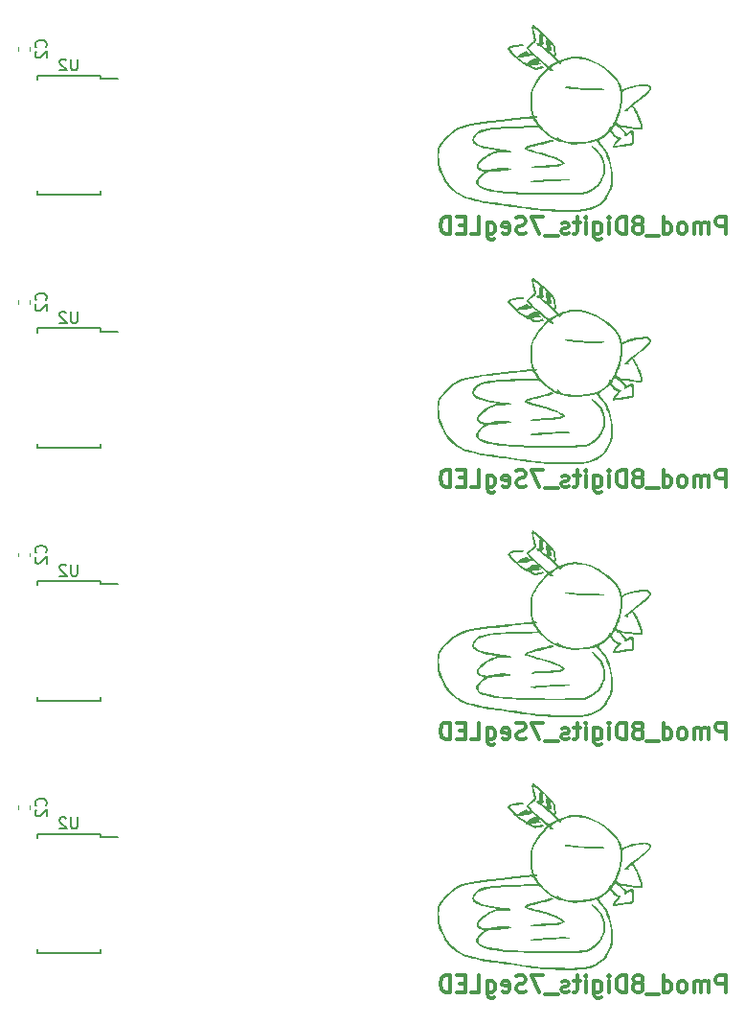
<source format=gbr>
%TF.GenerationSoftware,KiCad,Pcbnew,7.0.2*%
%TF.CreationDate,2023-08-10T02:42:33+09:00*%
%TF.ProjectId,Pmod_7LED_8digit,506d6f64-5f37-44c4-9544-5f3864696769,rev?*%
%TF.SameCoordinates,Original*%
%TF.FileFunction,Legend,Bot*%
%TF.FilePolarity,Positive*%
%FSLAX46Y46*%
G04 Gerber Fmt 4.6, Leading zero omitted, Abs format (unit mm)*
G04 Created by KiCad (PCBNEW 7.0.2) date 2023-08-10 02:42:33*
%MOMM*%
%LPD*%
G01*
G04 APERTURE LIST*
%ADD10C,0.300000*%
%ADD11C,0.150000*%
%ADD12C,0.120000*%
G04 APERTURE END LIST*
D10*
X178749857Y-83633428D02*
X178749857Y-82133428D01*
X178749857Y-82133428D02*
X178178428Y-82133428D01*
X178178428Y-82133428D02*
X178035571Y-82204857D01*
X178035571Y-82204857D02*
X177964142Y-82276285D01*
X177964142Y-82276285D02*
X177892714Y-82419142D01*
X177892714Y-82419142D02*
X177892714Y-82633428D01*
X177892714Y-82633428D02*
X177964142Y-82776285D01*
X177964142Y-82776285D02*
X178035571Y-82847714D01*
X178035571Y-82847714D02*
X178178428Y-82919142D01*
X178178428Y-82919142D02*
X178749857Y-82919142D01*
X177249857Y-83633428D02*
X177249857Y-82633428D01*
X177249857Y-82776285D02*
X177178428Y-82704857D01*
X177178428Y-82704857D02*
X177035571Y-82633428D01*
X177035571Y-82633428D02*
X176821285Y-82633428D01*
X176821285Y-82633428D02*
X176678428Y-82704857D01*
X176678428Y-82704857D02*
X176607000Y-82847714D01*
X176607000Y-82847714D02*
X176607000Y-83633428D01*
X176607000Y-82847714D02*
X176535571Y-82704857D01*
X176535571Y-82704857D02*
X176392714Y-82633428D01*
X176392714Y-82633428D02*
X176178428Y-82633428D01*
X176178428Y-82633428D02*
X176035571Y-82704857D01*
X176035571Y-82704857D02*
X175964142Y-82847714D01*
X175964142Y-82847714D02*
X175964142Y-83633428D01*
X175035571Y-83633428D02*
X175178428Y-83562000D01*
X175178428Y-83562000D02*
X175249857Y-83490571D01*
X175249857Y-83490571D02*
X175321285Y-83347714D01*
X175321285Y-83347714D02*
X175321285Y-82919142D01*
X175321285Y-82919142D02*
X175249857Y-82776285D01*
X175249857Y-82776285D02*
X175178428Y-82704857D01*
X175178428Y-82704857D02*
X175035571Y-82633428D01*
X175035571Y-82633428D02*
X174821285Y-82633428D01*
X174821285Y-82633428D02*
X174678428Y-82704857D01*
X174678428Y-82704857D02*
X174607000Y-82776285D01*
X174607000Y-82776285D02*
X174535571Y-82919142D01*
X174535571Y-82919142D02*
X174535571Y-83347714D01*
X174535571Y-83347714D02*
X174607000Y-83490571D01*
X174607000Y-83490571D02*
X174678428Y-83562000D01*
X174678428Y-83562000D02*
X174821285Y-83633428D01*
X174821285Y-83633428D02*
X175035571Y-83633428D01*
X173249857Y-83633428D02*
X173249857Y-82133428D01*
X173249857Y-83562000D02*
X173392714Y-83633428D01*
X173392714Y-83633428D02*
X173678428Y-83633428D01*
X173678428Y-83633428D02*
X173821285Y-83562000D01*
X173821285Y-83562000D02*
X173892714Y-83490571D01*
X173892714Y-83490571D02*
X173964142Y-83347714D01*
X173964142Y-83347714D02*
X173964142Y-82919142D01*
X173964142Y-82919142D02*
X173892714Y-82776285D01*
X173892714Y-82776285D02*
X173821285Y-82704857D01*
X173821285Y-82704857D02*
X173678428Y-82633428D01*
X173678428Y-82633428D02*
X173392714Y-82633428D01*
X173392714Y-82633428D02*
X173249857Y-82704857D01*
X172892714Y-83776285D02*
X171749856Y-83776285D01*
X171178428Y-82776285D02*
X171321285Y-82704857D01*
X171321285Y-82704857D02*
X171392714Y-82633428D01*
X171392714Y-82633428D02*
X171464142Y-82490571D01*
X171464142Y-82490571D02*
X171464142Y-82419142D01*
X171464142Y-82419142D02*
X171392714Y-82276285D01*
X171392714Y-82276285D02*
X171321285Y-82204857D01*
X171321285Y-82204857D02*
X171178428Y-82133428D01*
X171178428Y-82133428D02*
X170892714Y-82133428D01*
X170892714Y-82133428D02*
X170749857Y-82204857D01*
X170749857Y-82204857D02*
X170678428Y-82276285D01*
X170678428Y-82276285D02*
X170606999Y-82419142D01*
X170606999Y-82419142D02*
X170606999Y-82490571D01*
X170606999Y-82490571D02*
X170678428Y-82633428D01*
X170678428Y-82633428D02*
X170749857Y-82704857D01*
X170749857Y-82704857D02*
X170892714Y-82776285D01*
X170892714Y-82776285D02*
X171178428Y-82776285D01*
X171178428Y-82776285D02*
X171321285Y-82847714D01*
X171321285Y-82847714D02*
X171392714Y-82919142D01*
X171392714Y-82919142D02*
X171464142Y-83062000D01*
X171464142Y-83062000D02*
X171464142Y-83347714D01*
X171464142Y-83347714D02*
X171392714Y-83490571D01*
X171392714Y-83490571D02*
X171321285Y-83562000D01*
X171321285Y-83562000D02*
X171178428Y-83633428D01*
X171178428Y-83633428D02*
X170892714Y-83633428D01*
X170892714Y-83633428D02*
X170749857Y-83562000D01*
X170749857Y-83562000D02*
X170678428Y-83490571D01*
X170678428Y-83490571D02*
X170606999Y-83347714D01*
X170606999Y-83347714D02*
X170606999Y-83062000D01*
X170606999Y-83062000D02*
X170678428Y-82919142D01*
X170678428Y-82919142D02*
X170749857Y-82847714D01*
X170749857Y-82847714D02*
X170892714Y-82776285D01*
X169964143Y-83633428D02*
X169964143Y-82133428D01*
X169964143Y-82133428D02*
X169607000Y-82133428D01*
X169607000Y-82133428D02*
X169392714Y-82204857D01*
X169392714Y-82204857D02*
X169249857Y-82347714D01*
X169249857Y-82347714D02*
X169178428Y-82490571D01*
X169178428Y-82490571D02*
X169107000Y-82776285D01*
X169107000Y-82776285D02*
X169107000Y-82990571D01*
X169107000Y-82990571D02*
X169178428Y-83276285D01*
X169178428Y-83276285D02*
X169249857Y-83419142D01*
X169249857Y-83419142D02*
X169392714Y-83562000D01*
X169392714Y-83562000D02*
X169607000Y-83633428D01*
X169607000Y-83633428D02*
X169964143Y-83633428D01*
X168464143Y-83633428D02*
X168464143Y-82633428D01*
X168464143Y-82133428D02*
X168535571Y-82204857D01*
X168535571Y-82204857D02*
X168464143Y-82276285D01*
X168464143Y-82276285D02*
X168392714Y-82204857D01*
X168392714Y-82204857D02*
X168464143Y-82133428D01*
X168464143Y-82133428D02*
X168464143Y-82276285D01*
X167107000Y-82633428D02*
X167107000Y-83847714D01*
X167107000Y-83847714D02*
X167178428Y-83990571D01*
X167178428Y-83990571D02*
X167249857Y-84062000D01*
X167249857Y-84062000D02*
X167392714Y-84133428D01*
X167392714Y-84133428D02*
X167607000Y-84133428D01*
X167607000Y-84133428D02*
X167749857Y-84062000D01*
X167107000Y-83562000D02*
X167249857Y-83633428D01*
X167249857Y-83633428D02*
X167535571Y-83633428D01*
X167535571Y-83633428D02*
X167678428Y-83562000D01*
X167678428Y-83562000D02*
X167749857Y-83490571D01*
X167749857Y-83490571D02*
X167821285Y-83347714D01*
X167821285Y-83347714D02*
X167821285Y-82919142D01*
X167821285Y-82919142D02*
X167749857Y-82776285D01*
X167749857Y-82776285D02*
X167678428Y-82704857D01*
X167678428Y-82704857D02*
X167535571Y-82633428D01*
X167535571Y-82633428D02*
X167249857Y-82633428D01*
X167249857Y-82633428D02*
X167107000Y-82704857D01*
X166392714Y-83633428D02*
X166392714Y-82633428D01*
X166392714Y-82133428D02*
X166464142Y-82204857D01*
X166464142Y-82204857D02*
X166392714Y-82276285D01*
X166392714Y-82276285D02*
X166321285Y-82204857D01*
X166321285Y-82204857D02*
X166392714Y-82133428D01*
X166392714Y-82133428D02*
X166392714Y-82276285D01*
X165892713Y-82633428D02*
X165321285Y-82633428D01*
X165678428Y-82133428D02*
X165678428Y-83419142D01*
X165678428Y-83419142D02*
X165606999Y-83562000D01*
X165606999Y-83562000D02*
X165464142Y-83633428D01*
X165464142Y-83633428D02*
X165321285Y-83633428D01*
X164892713Y-83562000D02*
X164749856Y-83633428D01*
X164749856Y-83633428D02*
X164464142Y-83633428D01*
X164464142Y-83633428D02*
X164321285Y-83562000D01*
X164321285Y-83562000D02*
X164249856Y-83419142D01*
X164249856Y-83419142D02*
X164249856Y-83347714D01*
X164249856Y-83347714D02*
X164321285Y-83204857D01*
X164321285Y-83204857D02*
X164464142Y-83133428D01*
X164464142Y-83133428D02*
X164678428Y-83133428D01*
X164678428Y-83133428D02*
X164821285Y-83062000D01*
X164821285Y-83062000D02*
X164892713Y-82919142D01*
X164892713Y-82919142D02*
X164892713Y-82847714D01*
X164892713Y-82847714D02*
X164821285Y-82704857D01*
X164821285Y-82704857D02*
X164678428Y-82633428D01*
X164678428Y-82633428D02*
X164464142Y-82633428D01*
X164464142Y-82633428D02*
X164321285Y-82704857D01*
X163964142Y-83776285D02*
X162821284Y-83776285D01*
X162606999Y-82133428D02*
X161606999Y-82133428D01*
X161606999Y-82133428D02*
X162249856Y-83633428D01*
X161106999Y-83562000D02*
X160892714Y-83633428D01*
X160892714Y-83633428D02*
X160535571Y-83633428D01*
X160535571Y-83633428D02*
X160392714Y-83562000D01*
X160392714Y-83562000D02*
X160321285Y-83490571D01*
X160321285Y-83490571D02*
X160249856Y-83347714D01*
X160249856Y-83347714D02*
X160249856Y-83204857D01*
X160249856Y-83204857D02*
X160321285Y-83062000D01*
X160321285Y-83062000D02*
X160392714Y-82990571D01*
X160392714Y-82990571D02*
X160535571Y-82919142D01*
X160535571Y-82919142D02*
X160821285Y-82847714D01*
X160821285Y-82847714D02*
X160964142Y-82776285D01*
X160964142Y-82776285D02*
X161035571Y-82704857D01*
X161035571Y-82704857D02*
X161106999Y-82562000D01*
X161106999Y-82562000D02*
X161106999Y-82419142D01*
X161106999Y-82419142D02*
X161035571Y-82276285D01*
X161035571Y-82276285D02*
X160964142Y-82204857D01*
X160964142Y-82204857D02*
X160821285Y-82133428D01*
X160821285Y-82133428D02*
X160464142Y-82133428D01*
X160464142Y-82133428D02*
X160249856Y-82204857D01*
X159035571Y-83562000D02*
X159178428Y-83633428D01*
X159178428Y-83633428D02*
X159464143Y-83633428D01*
X159464143Y-83633428D02*
X159607000Y-83562000D01*
X159607000Y-83562000D02*
X159678428Y-83419142D01*
X159678428Y-83419142D02*
X159678428Y-82847714D01*
X159678428Y-82847714D02*
X159607000Y-82704857D01*
X159607000Y-82704857D02*
X159464143Y-82633428D01*
X159464143Y-82633428D02*
X159178428Y-82633428D01*
X159178428Y-82633428D02*
X159035571Y-82704857D01*
X159035571Y-82704857D02*
X158964143Y-82847714D01*
X158964143Y-82847714D02*
X158964143Y-82990571D01*
X158964143Y-82990571D02*
X159678428Y-83133428D01*
X157678429Y-82633428D02*
X157678429Y-83847714D01*
X157678429Y-83847714D02*
X157749857Y-83990571D01*
X157749857Y-83990571D02*
X157821286Y-84062000D01*
X157821286Y-84062000D02*
X157964143Y-84133428D01*
X157964143Y-84133428D02*
X158178429Y-84133428D01*
X158178429Y-84133428D02*
X158321286Y-84062000D01*
X157678429Y-83562000D02*
X157821286Y-83633428D01*
X157821286Y-83633428D02*
X158107000Y-83633428D01*
X158107000Y-83633428D02*
X158249857Y-83562000D01*
X158249857Y-83562000D02*
X158321286Y-83490571D01*
X158321286Y-83490571D02*
X158392714Y-83347714D01*
X158392714Y-83347714D02*
X158392714Y-82919142D01*
X158392714Y-82919142D02*
X158321286Y-82776285D01*
X158321286Y-82776285D02*
X158249857Y-82704857D01*
X158249857Y-82704857D02*
X158107000Y-82633428D01*
X158107000Y-82633428D02*
X157821286Y-82633428D01*
X157821286Y-82633428D02*
X157678429Y-82704857D01*
X156249857Y-83633428D02*
X156964143Y-83633428D01*
X156964143Y-83633428D02*
X156964143Y-82133428D01*
X155749857Y-82847714D02*
X155249857Y-82847714D01*
X155035571Y-83633428D02*
X155749857Y-83633428D01*
X155749857Y-83633428D02*
X155749857Y-82133428D01*
X155749857Y-82133428D02*
X155035571Y-82133428D01*
X154392714Y-83633428D02*
X154392714Y-82133428D01*
X154392714Y-82133428D02*
X154035571Y-82133428D01*
X154035571Y-82133428D02*
X153821285Y-82204857D01*
X153821285Y-82204857D02*
X153678428Y-82347714D01*
X153678428Y-82347714D02*
X153606999Y-82490571D01*
X153606999Y-82490571D02*
X153535571Y-82776285D01*
X153535571Y-82776285D02*
X153535571Y-82990571D01*
X153535571Y-82990571D02*
X153606999Y-83276285D01*
X153606999Y-83276285D02*
X153678428Y-83419142D01*
X153678428Y-83419142D02*
X153821285Y-83562000D01*
X153821285Y-83562000D02*
X154035571Y-83633428D01*
X154035571Y-83633428D02*
X154392714Y-83633428D01*
X178749857Y-61313428D02*
X178749857Y-59813428D01*
X178749857Y-59813428D02*
X178178428Y-59813428D01*
X178178428Y-59813428D02*
X178035571Y-59884857D01*
X178035571Y-59884857D02*
X177964142Y-59956285D01*
X177964142Y-59956285D02*
X177892714Y-60099142D01*
X177892714Y-60099142D02*
X177892714Y-60313428D01*
X177892714Y-60313428D02*
X177964142Y-60456285D01*
X177964142Y-60456285D02*
X178035571Y-60527714D01*
X178035571Y-60527714D02*
X178178428Y-60599142D01*
X178178428Y-60599142D02*
X178749857Y-60599142D01*
X177249857Y-61313428D02*
X177249857Y-60313428D01*
X177249857Y-60456285D02*
X177178428Y-60384857D01*
X177178428Y-60384857D02*
X177035571Y-60313428D01*
X177035571Y-60313428D02*
X176821285Y-60313428D01*
X176821285Y-60313428D02*
X176678428Y-60384857D01*
X176678428Y-60384857D02*
X176607000Y-60527714D01*
X176607000Y-60527714D02*
X176607000Y-61313428D01*
X176607000Y-60527714D02*
X176535571Y-60384857D01*
X176535571Y-60384857D02*
X176392714Y-60313428D01*
X176392714Y-60313428D02*
X176178428Y-60313428D01*
X176178428Y-60313428D02*
X176035571Y-60384857D01*
X176035571Y-60384857D02*
X175964142Y-60527714D01*
X175964142Y-60527714D02*
X175964142Y-61313428D01*
X175035571Y-61313428D02*
X175178428Y-61242000D01*
X175178428Y-61242000D02*
X175249857Y-61170571D01*
X175249857Y-61170571D02*
X175321285Y-61027714D01*
X175321285Y-61027714D02*
X175321285Y-60599142D01*
X175321285Y-60599142D02*
X175249857Y-60456285D01*
X175249857Y-60456285D02*
X175178428Y-60384857D01*
X175178428Y-60384857D02*
X175035571Y-60313428D01*
X175035571Y-60313428D02*
X174821285Y-60313428D01*
X174821285Y-60313428D02*
X174678428Y-60384857D01*
X174678428Y-60384857D02*
X174607000Y-60456285D01*
X174607000Y-60456285D02*
X174535571Y-60599142D01*
X174535571Y-60599142D02*
X174535571Y-61027714D01*
X174535571Y-61027714D02*
X174607000Y-61170571D01*
X174607000Y-61170571D02*
X174678428Y-61242000D01*
X174678428Y-61242000D02*
X174821285Y-61313428D01*
X174821285Y-61313428D02*
X175035571Y-61313428D01*
X173249857Y-61313428D02*
X173249857Y-59813428D01*
X173249857Y-61242000D02*
X173392714Y-61313428D01*
X173392714Y-61313428D02*
X173678428Y-61313428D01*
X173678428Y-61313428D02*
X173821285Y-61242000D01*
X173821285Y-61242000D02*
X173892714Y-61170571D01*
X173892714Y-61170571D02*
X173964142Y-61027714D01*
X173964142Y-61027714D02*
X173964142Y-60599142D01*
X173964142Y-60599142D02*
X173892714Y-60456285D01*
X173892714Y-60456285D02*
X173821285Y-60384857D01*
X173821285Y-60384857D02*
X173678428Y-60313428D01*
X173678428Y-60313428D02*
X173392714Y-60313428D01*
X173392714Y-60313428D02*
X173249857Y-60384857D01*
X172892714Y-61456285D02*
X171749856Y-61456285D01*
X171178428Y-60456285D02*
X171321285Y-60384857D01*
X171321285Y-60384857D02*
X171392714Y-60313428D01*
X171392714Y-60313428D02*
X171464142Y-60170571D01*
X171464142Y-60170571D02*
X171464142Y-60099142D01*
X171464142Y-60099142D02*
X171392714Y-59956285D01*
X171392714Y-59956285D02*
X171321285Y-59884857D01*
X171321285Y-59884857D02*
X171178428Y-59813428D01*
X171178428Y-59813428D02*
X170892714Y-59813428D01*
X170892714Y-59813428D02*
X170749857Y-59884857D01*
X170749857Y-59884857D02*
X170678428Y-59956285D01*
X170678428Y-59956285D02*
X170606999Y-60099142D01*
X170606999Y-60099142D02*
X170606999Y-60170571D01*
X170606999Y-60170571D02*
X170678428Y-60313428D01*
X170678428Y-60313428D02*
X170749857Y-60384857D01*
X170749857Y-60384857D02*
X170892714Y-60456285D01*
X170892714Y-60456285D02*
X171178428Y-60456285D01*
X171178428Y-60456285D02*
X171321285Y-60527714D01*
X171321285Y-60527714D02*
X171392714Y-60599142D01*
X171392714Y-60599142D02*
X171464142Y-60742000D01*
X171464142Y-60742000D02*
X171464142Y-61027714D01*
X171464142Y-61027714D02*
X171392714Y-61170571D01*
X171392714Y-61170571D02*
X171321285Y-61242000D01*
X171321285Y-61242000D02*
X171178428Y-61313428D01*
X171178428Y-61313428D02*
X170892714Y-61313428D01*
X170892714Y-61313428D02*
X170749857Y-61242000D01*
X170749857Y-61242000D02*
X170678428Y-61170571D01*
X170678428Y-61170571D02*
X170606999Y-61027714D01*
X170606999Y-61027714D02*
X170606999Y-60742000D01*
X170606999Y-60742000D02*
X170678428Y-60599142D01*
X170678428Y-60599142D02*
X170749857Y-60527714D01*
X170749857Y-60527714D02*
X170892714Y-60456285D01*
X169964143Y-61313428D02*
X169964143Y-59813428D01*
X169964143Y-59813428D02*
X169607000Y-59813428D01*
X169607000Y-59813428D02*
X169392714Y-59884857D01*
X169392714Y-59884857D02*
X169249857Y-60027714D01*
X169249857Y-60027714D02*
X169178428Y-60170571D01*
X169178428Y-60170571D02*
X169107000Y-60456285D01*
X169107000Y-60456285D02*
X169107000Y-60670571D01*
X169107000Y-60670571D02*
X169178428Y-60956285D01*
X169178428Y-60956285D02*
X169249857Y-61099142D01*
X169249857Y-61099142D02*
X169392714Y-61242000D01*
X169392714Y-61242000D02*
X169607000Y-61313428D01*
X169607000Y-61313428D02*
X169964143Y-61313428D01*
X168464143Y-61313428D02*
X168464143Y-60313428D01*
X168464143Y-59813428D02*
X168535571Y-59884857D01*
X168535571Y-59884857D02*
X168464143Y-59956285D01*
X168464143Y-59956285D02*
X168392714Y-59884857D01*
X168392714Y-59884857D02*
X168464143Y-59813428D01*
X168464143Y-59813428D02*
X168464143Y-59956285D01*
X167107000Y-60313428D02*
X167107000Y-61527714D01*
X167107000Y-61527714D02*
X167178428Y-61670571D01*
X167178428Y-61670571D02*
X167249857Y-61742000D01*
X167249857Y-61742000D02*
X167392714Y-61813428D01*
X167392714Y-61813428D02*
X167607000Y-61813428D01*
X167607000Y-61813428D02*
X167749857Y-61742000D01*
X167107000Y-61242000D02*
X167249857Y-61313428D01*
X167249857Y-61313428D02*
X167535571Y-61313428D01*
X167535571Y-61313428D02*
X167678428Y-61242000D01*
X167678428Y-61242000D02*
X167749857Y-61170571D01*
X167749857Y-61170571D02*
X167821285Y-61027714D01*
X167821285Y-61027714D02*
X167821285Y-60599142D01*
X167821285Y-60599142D02*
X167749857Y-60456285D01*
X167749857Y-60456285D02*
X167678428Y-60384857D01*
X167678428Y-60384857D02*
X167535571Y-60313428D01*
X167535571Y-60313428D02*
X167249857Y-60313428D01*
X167249857Y-60313428D02*
X167107000Y-60384857D01*
X166392714Y-61313428D02*
X166392714Y-60313428D01*
X166392714Y-59813428D02*
X166464142Y-59884857D01*
X166464142Y-59884857D02*
X166392714Y-59956285D01*
X166392714Y-59956285D02*
X166321285Y-59884857D01*
X166321285Y-59884857D02*
X166392714Y-59813428D01*
X166392714Y-59813428D02*
X166392714Y-59956285D01*
X165892713Y-60313428D02*
X165321285Y-60313428D01*
X165678428Y-59813428D02*
X165678428Y-61099142D01*
X165678428Y-61099142D02*
X165606999Y-61242000D01*
X165606999Y-61242000D02*
X165464142Y-61313428D01*
X165464142Y-61313428D02*
X165321285Y-61313428D01*
X164892713Y-61242000D02*
X164749856Y-61313428D01*
X164749856Y-61313428D02*
X164464142Y-61313428D01*
X164464142Y-61313428D02*
X164321285Y-61242000D01*
X164321285Y-61242000D02*
X164249856Y-61099142D01*
X164249856Y-61099142D02*
X164249856Y-61027714D01*
X164249856Y-61027714D02*
X164321285Y-60884857D01*
X164321285Y-60884857D02*
X164464142Y-60813428D01*
X164464142Y-60813428D02*
X164678428Y-60813428D01*
X164678428Y-60813428D02*
X164821285Y-60742000D01*
X164821285Y-60742000D02*
X164892713Y-60599142D01*
X164892713Y-60599142D02*
X164892713Y-60527714D01*
X164892713Y-60527714D02*
X164821285Y-60384857D01*
X164821285Y-60384857D02*
X164678428Y-60313428D01*
X164678428Y-60313428D02*
X164464142Y-60313428D01*
X164464142Y-60313428D02*
X164321285Y-60384857D01*
X163964142Y-61456285D02*
X162821284Y-61456285D01*
X162606999Y-59813428D02*
X161606999Y-59813428D01*
X161606999Y-59813428D02*
X162249856Y-61313428D01*
X161106999Y-61242000D02*
X160892714Y-61313428D01*
X160892714Y-61313428D02*
X160535571Y-61313428D01*
X160535571Y-61313428D02*
X160392714Y-61242000D01*
X160392714Y-61242000D02*
X160321285Y-61170571D01*
X160321285Y-61170571D02*
X160249856Y-61027714D01*
X160249856Y-61027714D02*
X160249856Y-60884857D01*
X160249856Y-60884857D02*
X160321285Y-60742000D01*
X160321285Y-60742000D02*
X160392714Y-60670571D01*
X160392714Y-60670571D02*
X160535571Y-60599142D01*
X160535571Y-60599142D02*
X160821285Y-60527714D01*
X160821285Y-60527714D02*
X160964142Y-60456285D01*
X160964142Y-60456285D02*
X161035571Y-60384857D01*
X161035571Y-60384857D02*
X161106999Y-60242000D01*
X161106999Y-60242000D02*
X161106999Y-60099142D01*
X161106999Y-60099142D02*
X161035571Y-59956285D01*
X161035571Y-59956285D02*
X160964142Y-59884857D01*
X160964142Y-59884857D02*
X160821285Y-59813428D01*
X160821285Y-59813428D02*
X160464142Y-59813428D01*
X160464142Y-59813428D02*
X160249856Y-59884857D01*
X159035571Y-61242000D02*
X159178428Y-61313428D01*
X159178428Y-61313428D02*
X159464143Y-61313428D01*
X159464143Y-61313428D02*
X159607000Y-61242000D01*
X159607000Y-61242000D02*
X159678428Y-61099142D01*
X159678428Y-61099142D02*
X159678428Y-60527714D01*
X159678428Y-60527714D02*
X159607000Y-60384857D01*
X159607000Y-60384857D02*
X159464143Y-60313428D01*
X159464143Y-60313428D02*
X159178428Y-60313428D01*
X159178428Y-60313428D02*
X159035571Y-60384857D01*
X159035571Y-60384857D02*
X158964143Y-60527714D01*
X158964143Y-60527714D02*
X158964143Y-60670571D01*
X158964143Y-60670571D02*
X159678428Y-60813428D01*
X157678429Y-60313428D02*
X157678429Y-61527714D01*
X157678429Y-61527714D02*
X157749857Y-61670571D01*
X157749857Y-61670571D02*
X157821286Y-61742000D01*
X157821286Y-61742000D02*
X157964143Y-61813428D01*
X157964143Y-61813428D02*
X158178429Y-61813428D01*
X158178429Y-61813428D02*
X158321286Y-61742000D01*
X157678429Y-61242000D02*
X157821286Y-61313428D01*
X157821286Y-61313428D02*
X158107000Y-61313428D01*
X158107000Y-61313428D02*
X158249857Y-61242000D01*
X158249857Y-61242000D02*
X158321286Y-61170571D01*
X158321286Y-61170571D02*
X158392714Y-61027714D01*
X158392714Y-61027714D02*
X158392714Y-60599142D01*
X158392714Y-60599142D02*
X158321286Y-60456285D01*
X158321286Y-60456285D02*
X158249857Y-60384857D01*
X158249857Y-60384857D02*
X158107000Y-60313428D01*
X158107000Y-60313428D02*
X157821286Y-60313428D01*
X157821286Y-60313428D02*
X157678429Y-60384857D01*
X156249857Y-61313428D02*
X156964143Y-61313428D01*
X156964143Y-61313428D02*
X156964143Y-59813428D01*
X155749857Y-60527714D02*
X155249857Y-60527714D01*
X155035571Y-61313428D02*
X155749857Y-61313428D01*
X155749857Y-61313428D02*
X155749857Y-59813428D01*
X155749857Y-59813428D02*
X155035571Y-59813428D01*
X154392714Y-61313428D02*
X154392714Y-59813428D01*
X154392714Y-59813428D02*
X154035571Y-59813428D01*
X154035571Y-59813428D02*
X153821285Y-59884857D01*
X153821285Y-59884857D02*
X153678428Y-60027714D01*
X153678428Y-60027714D02*
X153606999Y-60170571D01*
X153606999Y-60170571D02*
X153535571Y-60456285D01*
X153535571Y-60456285D02*
X153535571Y-60670571D01*
X153535571Y-60670571D02*
X153606999Y-60956285D01*
X153606999Y-60956285D02*
X153678428Y-61099142D01*
X153678428Y-61099142D02*
X153821285Y-61242000D01*
X153821285Y-61242000D02*
X154035571Y-61313428D01*
X154035571Y-61313428D02*
X154392714Y-61313428D01*
X178749857Y-105953428D02*
X178749857Y-104453428D01*
X178749857Y-104453428D02*
X178178428Y-104453428D01*
X178178428Y-104453428D02*
X178035571Y-104524857D01*
X178035571Y-104524857D02*
X177964142Y-104596285D01*
X177964142Y-104596285D02*
X177892714Y-104739142D01*
X177892714Y-104739142D02*
X177892714Y-104953428D01*
X177892714Y-104953428D02*
X177964142Y-105096285D01*
X177964142Y-105096285D02*
X178035571Y-105167714D01*
X178035571Y-105167714D02*
X178178428Y-105239142D01*
X178178428Y-105239142D02*
X178749857Y-105239142D01*
X177249857Y-105953428D02*
X177249857Y-104953428D01*
X177249857Y-105096285D02*
X177178428Y-105024857D01*
X177178428Y-105024857D02*
X177035571Y-104953428D01*
X177035571Y-104953428D02*
X176821285Y-104953428D01*
X176821285Y-104953428D02*
X176678428Y-105024857D01*
X176678428Y-105024857D02*
X176607000Y-105167714D01*
X176607000Y-105167714D02*
X176607000Y-105953428D01*
X176607000Y-105167714D02*
X176535571Y-105024857D01*
X176535571Y-105024857D02*
X176392714Y-104953428D01*
X176392714Y-104953428D02*
X176178428Y-104953428D01*
X176178428Y-104953428D02*
X176035571Y-105024857D01*
X176035571Y-105024857D02*
X175964142Y-105167714D01*
X175964142Y-105167714D02*
X175964142Y-105953428D01*
X175035571Y-105953428D02*
X175178428Y-105882000D01*
X175178428Y-105882000D02*
X175249857Y-105810571D01*
X175249857Y-105810571D02*
X175321285Y-105667714D01*
X175321285Y-105667714D02*
X175321285Y-105239142D01*
X175321285Y-105239142D02*
X175249857Y-105096285D01*
X175249857Y-105096285D02*
X175178428Y-105024857D01*
X175178428Y-105024857D02*
X175035571Y-104953428D01*
X175035571Y-104953428D02*
X174821285Y-104953428D01*
X174821285Y-104953428D02*
X174678428Y-105024857D01*
X174678428Y-105024857D02*
X174607000Y-105096285D01*
X174607000Y-105096285D02*
X174535571Y-105239142D01*
X174535571Y-105239142D02*
X174535571Y-105667714D01*
X174535571Y-105667714D02*
X174607000Y-105810571D01*
X174607000Y-105810571D02*
X174678428Y-105882000D01*
X174678428Y-105882000D02*
X174821285Y-105953428D01*
X174821285Y-105953428D02*
X175035571Y-105953428D01*
X173249857Y-105953428D02*
X173249857Y-104453428D01*
X173249857Y-105882000D02*
X173392714Y-105953428D01*
X173392714Y-105953428D02*
X173678428Y-105953428D01*
X173678428Y-105953428D02*
X173821285Y-105882000D01*
X173821285Y-105882000D02*
X173892714Y-105810571D01*
X173892714Y-105810571D02*
X173964142Y-105667714D01*
X173964142Y-105667714D02*
X173964142Y-105239142D01*
X173964142Y-105239142D02*
X173892714Y-105096285D01*
X173892714Y-105096285D02*
X173821285Y-105024857D01*
X173821285Y-105024857D02*
X173678428Y-104953428D01*
X173678428Y-104953428D02*
X173392714Y-104953428D01*
X173392714Y-104953428D02*
X173249857Y-105024857D01*
X172892714Y-106096285D02*
X171749856Y-106096285D01*
X171178428Y-105096285D02*
X171321285Y-105024857D01*
X171321285Y-105024857D02*
X171392714Y-104953428D01*
X171392714Y-104953428D02*
X171464142Y-104810571D01*
X171464142Y-104810571D02*
X171464142Y-104739142D01*
X171464142Y-104739142D02*
X171392714Y-104596285D01*
X171392714Y-104596285D02*
X171321285Y-104524857D01*
X171321285Y-104524857D02*
X171178428Y-104453428D01*
X171178428Y-104453428D02*
X170892714Y-104453428D01*
X170892714Y-104453428D02*
X170749857Y-104524857D01*
X170749857Y-104524857D02*
X170678428Y-104596285D01*
X170678428Y-104596285D02*
X170606999Y-104739142D01*
X170606999Y-104739142D02*
X170606999Y-104810571D01*
X170606999Y-104810571D02*
X170678428Y-104953428D01*
X170678428Y-104953428D02*
X170749857Y-105024857D01*
X170749857Y-105024857D02*
X170892714Y-105096285D01*
X170892714Y-105096285D02*
X171178428Y-105096285D01*
X171178428Y-105096285D02*
X171321285Y-105167714D01*
X171321285Y-105167714D02*
X171392714Y-105239142D01*
X171392714Y-105239142D02*
X171464142Y-105382000D01*
X171464142Y-105382000D02*
X171464142Y-105667714D01*
X171464142Y-105667714D02*
X171392714Y-105810571D01*
X171392714Y-105810571D02*
X171321285Y-105882000D01*
X171321285Y-105882000D02*
X171178428Y-105953428D01*
X171178428Y-105953428D02*
X170892714Y-105953428D01*
X170892714Y-105953428D02*
X170749857Y-105882000D01*
X170749857Y-105882000D02*
X170678428Y-105810571D01*
X170678428Y-105810571D02*
X170606999Y-105667714D01*
X170606999Y-105667714D02*
X170606999Y-105382000D01*
X170606999Y-105382000D02*
X170678428Y-105239142D01*
X170678428Y-105239142D02*
X170749857Y-105167714D01*
X170749857Y-105167714D02*
X170892714Y-105096285D01*
X169964143Y-105953428D02*
X169964143Y-104453428D01*
X169964143Y-104453428D02*
X169607000Y-104453428D01*
X169607000Y-104453428D02*
X169392714Y-104524857D01*
X169392714Y-104524857D02*
X169249857Y-104667714D01*
X169249857Y-104667714D02*
X169178428Y-104810571D01*
X169178428Y-104810571D02*
X169107000Y-105096285D01*
X169107000Y-105096285D02*
X169107000Y-105310571D01*
X169107000Y-105310571D02*
X169178428Y-105596285D01*
X169178428Y-105596285D02*
X169249857Y-105739142D01*
X169249857Y-105739142D02*
X169392714Y-105882000D01*
X169392714Y-105882000D02*
X169607000Y-105953428D01*
X169607000Y-105953428D02*
X169964143Y-105953428D01*
X168464143Y-105953428D02*
X168464143Y-104953428D01*
X168464143Y-104453428D02*
X168535571Y-104524857D01*
X168535571Y-104524857D02*
X168464143Y-104596285D01*
X168464143Y-104596285D02*
X168392714Y-104524857D01*
X168392714Y-104524857D02*
X168464143Y-104453428D01*
X168464143Y-104453428D02*
X168464143Y-104596285D01*
X167107000Y-104953428D02*
X167107000Y-106167714D01*
X167107000Y-106167714D02*
X167178428Y-106310571D01*
X167178428Y-106310571D02*
X167249857Y-106382000D01*
X167249857Y-106382000D02*
X167392714Y-106453428D01*
X167392714Y-106453428D02*
X167607000Y-106453428D01*
X167607000Y-106453428D02*
X167749857Y-106382000D01*
X167107000Y-105882000D02*
X167249857Y-105953428D01*
X167249857Y-105953428D02*
X167535571Y-105953428D01*
X167535571Y-105953428D02*
X167678428Y-105882000D01*
X167678428Y-105882000D02*
X167749857Y-105810571D01*
X167749857Y-105810571D02*
X167821285Y-105667714D01*
X167821285Y-105667714D02*
X167821285Y-105239142D01*
X167821285Y-105239142D02*
X167749857Y-105096285D01*
X167749857Y-105096285D02*
X167678428Y-105024857D01*
X167678428Y-105024857D02*
X167535571Y-104953428D01*
X167535571Y-104953428D02*
X167249857Y-104953428D01*
X167249857Y-104953428D02*
X167107000Y-105024857D01*
X166392714Y-105953428D02*
X166392714Y-104953428D01*
X166392714Y-104453428D02*
X166464142Y-104524857D01*
X166464142Y-104524857D02*
X166392714Y-104596285D01*
X166392714Y-104596285D02*
X166321285Y-104524857D01*
X166321285Y-104524857D02*
X166392714Y-104453428D01*
X166392714Y-104453428D02*
X166392714Y-104596285D01*
X165892713Y-104953428D02*
X165321285Y-104953428D01*
X165678428Y-104453428D02*
X165678428Y-105739142D01*
X165678428Y-105739142D02*
X165606999Y-105882000D01*
X165606999Y-105882000D02*
X165464142Y-105953428D01*
X165464142Y-105953428D02*
X165321285Y-105953428D01*
X164892713Y-105882000D02*
X164749856Y-105953428D01*
X164749856Y-105953428D02*
X164464142Y-105953428D01*
X164464142Y-105953428D02*
X164321285Y-105882000D01*
X164321285Y-105882000D02*
X164249856Y-105739142D01*
X164249856Y-105739142D02*
X164249856Y-105667714D01*
X164249856Y-105667714D02*
X164321285Y-105524857D01*
X164321285Y-105524857D02*
X164464142Y-105453428D01*
X164464142Y-105453428D02*
X164678428Y-105453428D01*
X164678428Y-105453428D02*
X164821285Y-105382000D01*
X164821285Y-105382000D02*
X164892713Y-105239142D01*
X164892713Y-105239142D02*
X164892713Y-105167714D01*
X164892713Y-105167714D02*
X164821285Y-105024857D01*
X164821285Y-105024857D02*
X164678428Y-104953428D01*
X164678428Y-104953428D02*
X164464142Y-104953428D01*
X164464142Y-104953428D02*
X164321285Y-105024857D01*
X163964142Y-106096285D02*
X162821284Y-106096285D01*
X162606999Y-104453428D02*
X161606999Y-104453428D01*
X161606999Y-104453428D02*
X162249856Y-105953428D01*
X161106999Y-105882000D02*
X160892714Y-105953428D01*
X160892714Y-105953428D02*
X160535571Y-105953428D01*
X160535571Y-105953428D02*
X160392714Y-105882000D01*
X160392714Y-105882000D02*
X160321285Y-105810571D01*
X160321285Y-105810571D02*
X160249856Y-105667714D01*
X160249856Y-105667714D02*
X160249856Y-105524857D01*
X160249856Y-105524857D02*
X160321285Y-105382000D01*
X160321285Y-105382000D02*
X160392714Y-105310571D01*
X160392714Y-105310571D02*
X160535571Y-105239142D01*
X160535571Y-105239142D02*
X160821285Y-105167714D01*
X160821285Y-105167714D02*
X160964142Y-105096285D01*
X160964142Y-105096285D02*
X161035571Y-105024857D01*
X161035571Y-105024857D02*
X161106999Y-104882000D01*
X161106999Y-104882000D02*
X161106999Y-104739142D01*
X161106999Y-104739142D02*
X161035571Y-104596285D01*
X161035571Y-104596285D02*
X160964142Y-104524857D01*
X160964142Y-104524857D02*
X160821285Y-104453428D01*
X160821285Y-104453428D02*
X160464142Y-104453428D01*
X160464142Y-104453428D02*
X160249856Y-104524857D01*
X159035571Y-105882000D02*
X159178428Y-105953428D01*
X159178428Y-105953428D02*
X159464143Y-105953428D01*
X159464143Y-105953428D02*
X159607000Y-105882000D01*
X159607000Y-105882000D02*
X159678428Y-105739142D01*
X159678428Y-105739142D02*
X159678428Y-105167714D01*
X159678428Y-105167714D02*
X159607000Y-105024857D01*
X159607000Y-105024857D02*
X159464143Y-104953428D01*
X159464143Y-104953428D02*
X159178428Y-104953428D01*
X159178428Y-104953428D02*
X159035571Y-105024857D01*
X159035571Y-105024857D02*
X158964143Y-105167714D01*
X158964143Y-105167714D02*
X158964143Y-105310571D01*
X158964143Y-105310571D02*
X159678428Y-105453428D01*
X157678429Y-104953428D02*
X157678429Y-106167714D01*
X157678429Y-106167714D02*
X157749857Y-106310571D01*
X157749857Y-106310571D02*
X157821286Y-106382000D01*
X157821286Y-106382000D02*
X157964143Y-106453428D01*
X157964143Y-106453428D02*
X158178429Y-106453428D01*
X158178429Y-106453428D02*
X158321286Y-106382000D01*
X157678429Y-105882000D02*
X157821286Y-105953428D01*
X157821286Y-105953428D02*
X158107000Y-105953428D01*
X158107000Y-105953428D02*
X158249857Y-105882000D01*
X158249857Y-105882000D02*
X158321286Y-105810571D01*
X158321286Y-105810571D02*
X158392714Y-105667714D01*
X158392714Y-105667714D02*
X158392714Y-105239142D01*
X158392714Y-105239142D02*
X158321286Y-105096285D01*
X158321286Y-105096285D02*
X158249857Y-105024857D01*
X158249857Y-105024857D02*
X158107000Y-104953428D01*
X158107000Y-104953428D02*
X157821286Y-104953428D01*
X157821286Y-104953428D02*
X157678429Y-105024857D01*
X156249857Y-105953428D02*
X156964143Y-105953428D01*
X156964143Y-105953428D02*
X156964143Y-104453428D01*
X155749857Y-105167714D02*
X155249857Y-105167714D01*
X155035571Y-105953428D02*
X155749857Y-105953428D01*
X155749857Y-105953428D02*
X155749857Y-104453428D01*
X155749857Y-104453428D02*
X155035571Y-104453428D01*
X154392714Y-105953428D02*
X154392714Y-104453428D01*
X154392714Y-104453428D02*
X154035571Y-104453428D01*
X154035571Y-104453428D02*
X153821285Y-104524857D01*
X153821285Y-104524857D02*
X153678428Y-104667714D01*
X153678428Y-104667714D02*
X153606999Y-104810571D01*
X153606999Y-104810571D02*
X153535571Y-105096285D01*
X153535571Y-105096285D02*
X153535571Y-105310571D01*
X153535571Y-105310571D02*
X153606999Y-105596285D01*
X153606999Y-105596285D02*
X153678428Y-105739142D01*
X153678428Y-105739142D02*
X153821285Y-105882000D01*
X153821285Y-105882000D02*
X154035571Y-105953428D01*
X154035571Y-105953428D02*
X154392714Y-105953428D01*
X178749857Y-38993428D02*
X178749857Y-37493428D01*
X178749857Y-37493428D02*
X178178428Y-37493428D01*
X178178428Y-37493428D02*
X178035571Y-37564857D01*
X178035571Y-37564857D02*
X177964142Y-37636285D01*
X177964142Y-37636285D02*
X177892714Y-37779142D01*
X177892714Y-37779142D02*
X177892714Y-37993428D01*
X177892714Y-37993428D02*
X177964142Y-38136285D01*
X177964142Y-38136285D02*
X178035571Y-38207714D01*
X178035571Y-38207714D02*
X178178428Y-38279142D01*
X178178428Y-38279142D02*
X178749857Y-38279142D01*
X177249857Y-38993428D02*
X177249857Y-37993428D01*
X177249857Y-38136285D02*
X177178428Y-38064857D01*
X177178428Y-38064857D02*
X177035571Y-37993428D01*
X177035571Y-37993428D02*
X176821285Y-37993428D01*
X176821285Y-37993428D02*
X176678428Y-38064857D01*
X176678428Y-38064857D02*
X176607000Y-38207714D01*
X176607000Y-38207714D02*
X176607000Y-38993428D01*
X176607000Y-38207714D02*
X176535571Y-38064857D01*
X176535571Y-38064857D02*
X176392714Y-37993428D01*
X176392714Y-37993428D02*
X176178428Y-37993428D01*
X176178428Y-37993428D02*
X176035571Y-38064857D01*
X176035571Y-38064857D02*
X175964142Y-38207714D01*
X175964142Y-38207714D02*
X175964142Y-38993428D01*
X175035571Y-38993428D02*
X175178428Y-38922000D01*
X175178428Y-38922000D02*
X175249857Y-38850571D01*
X175249857Y-38850571D02*
X175321285Y-38707714D01*
X175321285Y-38707714D02*
X175321285Y-38279142D01*
X175321285Y-38279142D02*
X175249857Y-38136285D01*
X175249857Y-38136285D02*
X175178428Y-38064857D01*
X175178428Y-38064857D02*
X175035571Y-37993428D01*
X175035571Y-37993428D02*
X174821285Y-37993428D01*
X174821285Y-37993428D02*
X174678428Y-38064857D01*
X174678428Y-38064857D02*
X174607000Y-38136285D01*
X174607000Y-38136285D02*
X174535571Y-38279142D01*
X174535571Y-38279142D02*
X174535571Y-38707714D01*
X174535571Y-38707714D02*
X174607000Y-38850571D01*
X174607000Y-38850571D02*
X174678428Y-38922000D01*
X174678428Y-38922000D02*
X174821285Y-38993428D01*
X174821285Y-38993428D02*
X175035571Y-38993428D01*
X173249857Y-38993428D02*
X173249857Y-37493428D01*
X173249857Y-38922000D02*
X173392714Y-38993428D01*
X173392714Y-38993428D02*
X173678428Y-38993428D01*
X173678428Y-38993428D02*
X173821285Y-38922000D01*
X173821285Y-38922000D02*
X173892714Y-38850571D01*
X173892714Y-38850571D02*
X173964142Y-38707714D01*
X173964142Y-38707714D02*
X173964142Y-38279142D01*
X173964142Y-38279142D02*
X173892714Y-38136285D01*
X173892714Y-38136285D02*
X173821285Y-38064857D01*
X173821285Y-38064857D02*
X173678428Y-37993428D01*
X173678428Y-37993428D02*
X173392714Y-37993428D01*
X173392714Y-37993428D02*
X173249857Y-38064857D01*
X172892714Y-39136285D02*
X171749856Y-39136285D01*
X171178428Y-38136285D02*
X171321285Y-38064857D01*
X171321285Y-38064857D02*
X171392714Y-37993428D01*
X171392714Y-37993428D02*
X171464142Y-37850571D01*
X171464142Y-37850571D02*
X171464142Y-37779142D01*
X171464142Y-37779142D02*
X171392714Y-37636285D01*
X171392714Y-37636285D02*
X171321285Y-37564857D01*
X171321285Y-37564857D02*
X171178428Y-37493428D01*
X171178428Y-37493428D02*
X170892714Y-37493428D01*
X170892714Y-37493428D02*
X170749857Y-37564857D01*
X170749857Y-37564857D02*
X170678428Y-37636285D01*
X170678428Y-37636285D02*
X170606999Y-37779142D01*
X170606999Y-37779142D02*
X170606999Y-37850571D01*
X170606999Y-37850571D02*
X170678428Y-37993428D01*
X170678428Y-37993428D02*
X170749857Y-38064857D01*
X170749857Y-38064857D02*
X170892714Y-38136285D01*
X170892714Y-38136285D02*
X171178428Y-38136285D01*
X171178428Y-38136285D02*
X171321285Y-38207714D01*
X171321285Y-38207714D02*
X171392714Y-38279142D01*
X171392714Y-38279142D02*
X171464142Y-38422000D01*
X171464142Y-38422000D02*
X171464142Y-38707714D01*
X171464142Y-38707714D02*
X171392714Y-38850571D01*
X171392714Y-38850571D02*
X171321285Y-38922000D01*
X171321285Y-38922000D02*
X171178428Y-38993428D01*
X171178428Y-38993428D02*
X170892714Y-38993428D01*
X170892714Y-38993428D02*
X170749857Y-38922000D01*
X170749857Y-38922000D02*
X170678428Y-38850571D01*
X170678428Y-38850571D02*
X170606999Y-38707714D01*
X170606999Y-38707714D02*
X170606999Y-38422000D01*
X170606999Y-38422000D02*
X170678428Y-38279142D01*
X170678428Y-38279142D02*
X170749857Y-38207714D01*
X170749857Y-38207714D02*
X170892714Y-38136285D01*
X169964143Y-38993428D02*
X169964143Y-37493428D01*
X169964143Y-37493428D02*
X169607000Y-37493428D01*
X169607000Y-37493428D02*
X169392714Y-37564857D01*
X169392714Y-37564857D02*
X169249857Y-37707714D01*
X169249857Y-37707714D02*
X169178428Y-37850571D01*
X169178428Y-37850571D02*
X169107000Y-38136285D01*
X169107000Y-38136285D02*
X169107000Y-38350571D01*
X169107000Y-38350571D02*
X169178428Y-38636285D01*
X169178428Y-38636285D02*
X169249857Y-38779142D01*
X169249857Y-38779142D02*
X169392714Y-38922000D01*
X169392714Y-38922000D02*
X169607000Y-38993428D01*
X169607000Y-38993428D02*
X169964143Y-38993428D01*
X168464143Y-38993428D02*
X168464143Y-37993428D01*
X168464143Y-37493428D02*
X168535571Y-37564857D01*
X168535571Y-37564857D02*
X168464143Y-37636285D01*
X168464143Y-37636285D02*
X168392714Y-37564857D01*
X168392714Y-37564857D02*
X168464143Y-37493428D01*
X168464143Y-37493428D02*
X168464143Y-37636285D01*
X167107000Y-37993428D02*
X167107000Y-39207714D01*
X167107000Y-39207714D02*
X167178428Y-39350571D01*
X167178428Y-39350571D02*
X167249857Y-39422000D01*
X167249857Y-39422000D02*
X167392714Y-39493428D01*
X167392714Y-39493428D02*
X167607000Y-39493428D01*
X167607000Y-39493428D02*
X167749857Y-39422000D01*
X167107000Y-38922000D02*
X167249857Y-38993428D01*
X167249857Y-38993428D02*
X167535571Y-38993428D01*
X167535571Y-38993428D02*
X167678428Y-38922000D01*
X167678428Y-38922000D02*
X167749857Y-38850571D01*
X167749857Y-38850571D02*
X167821285Y-38707714D01*
X167821285Y-38707714D02*
X167821285Y-38279142D01*
X167821285Y-38279142D02*
X167749857Y-38136285D01*
X167749857Y-38136285D02*
X167678428Y-38064857D01*
X167678428Y-38064857D02*
X167535571Y-37993428D01*
X167535571Y-37993428D02*
X167249857Y-37993428D01*
X167249857Y-37993428D02*
X167107000Y-38064857D01*
X166392714Y-38993428D02*
X166392714Y-37993428D01*
X166392714Y-37493428D02*
X166464142Y-37564857D01*
X166464142Y-37564857D02*
X166392714Y-37636285D01*
X166392714Y-37636285D02*
X166321285Y-37564857D01*
X166321285Y-37564857D02*
X166392714Y-37493428D01*
X166392714Y-37493428D02*
X166392714Y-37636285D01*
X165892713Y-37993428D02*
X165321285Y-37993428D01*
X165678428Y-37493428D02*
X165678428Y-38779142D01*
X165678428Y-38779142D02*
X165606999Y-38922000D01*
X165606999Y-38922000D02*
X165464142Y-38993428D01*
X165464142Y-38993428D02*
X165321285Y-38993428D01*
X164892713Y-38922000D02*
X164749856Y-38993428D01*
X164749856Y-38993428D02*
X164464142Y-38993428D01*
X164464142Y-38993428D02*
X164321285Y-38922000D01*
X164321285Y-38922000D02*
X164249856Y-38779142D01*
X164249856Y-38779142D02*
X164249856Y-38707714D01*
X164249856Y-38707714D02*
X164321285Y-38564857D01*
X164321285Y-38564857D02*
X164464142Y-38493428D01*
X164464142Y-38493428D02*
X164678428Y-38493428D01*
X164678428Y-38493428D02*
X164821285Y-38422000D01*
X164821285Y-38422000D02*
X164892713Y-38279142D01*
X164892713Y-38279142D02*
X164892713Y-38207714D01*
X164892713Y-38207714D02*
X164821285Y-38064857D01*
X164821285Y-38064857D02*
X164678428Y-37993428D01*
X164678428Y-37993428D02*
X164464142Y-37993428D01*
X164464142Y-37993428D02*
X164321285Y-38064857D01*
X163964142Y-39136285D02*
X162821284Y-39136285D01*
X162606999Y-37493428D02*
X161606999Y-37493428D01*
X161606999Y-37493428D02*
X162249856Y-38993428D01*
X161106999Y-38922000D02*
X160892714Y-38993428D01*
X160892714Y-38993428D02*
X160535571Y-38993428D01*
X160535571Y-38993428D02*
X160392714Y-38922000D01*
X160392714Y-38922000D02*
X160321285Y-38850571D01*
X160321285Y-38850571D02*
X160249856Y-38707714D01*
X160249856Y-38707714D02*
X160249856Y-38564857D01*
X160249856Y-38564857D02*
X160321285Y-38422000D01*
X160321285Y-38422000D02*
X160392714Y-38350571D01*
X160392714Y-38350571D02*
X160535571Y-38279142D01*
X160535571Y-38279142D02*
X160821285Y-38207714D01*
X160821285Y-38207714D02*
X160964142Y-38136285D01*
X160964142Y-38136285D02*
X161035571Y-38064857D01*
X161035571Y-38064857D02*
X161106999Y-37922000D01*
X161106999Y-37922000D02*
X161106999Y-37779142D01*
X161106999Y-37779142D02*
X161035571Y-37636285D01*
X161035571Y-37636285D02*
X160964142Y-37564857D01*
X160964142Y-37564857D02*
X160821285Y-37493428D01*
X160821285Y-37493428D02*
X160464142Y-37493428D01*
X160464142Y-37493428D02*
X160249856Y-37564857D01*
X159035571Y-38922000D02*
X159178428Y-38993428D01*
X159178428Y-38993428D02*
X159464143Y-38993428D01*
X159464143Y-38993428D02*
X159607000Y-38922000D01*
X159607000Y-38922000D02*
X159678428Y-38779142D01*
X159678428Y-38779142D02*
X159678428Y-38207714D01*
X159678428Y-38207714D02*
X159607000Y-38064857D01*
X159607000Y-38064857D02*
X159464143Y-37993428D01*
X159464143Y-37993428D02*
X159178428Y-37993428D01*
X159178428Y-37993428D02*
X159035571Y-38064857D01*
X159035571Y-38064857D02*
X158964143Y-38207714D01*
X158964143Y-38207714D02*
X158964143Y-38350571D01*
X158964143Y-38350571D02*
X159678428Y-38493428D01*
X157678429Y-37993428D02*
X157678429Y-39207714D01*
X157678429Y-39207714D02*
X157749857Y-39350571D01*
X157749857Y-39350571D02*
X157821286Y-39422000D01*
X157821286Y-39422000D02*
X157964143Y-39493428D01*
X157964143Y-39493428D02*
X158178429Y-39493428D01*
X158178429Y-39493428D02*
X158321286Y-39422000D01*
X157678429Y-38922000D02*
X157821286Y-38993428D01*
X157821286Y-38993428D02*
X158107000Y-38993428D01*
X158107000Y-38993428D02*
X158249857Y-38922000D01*
X158249857Y-38922000D02*
X158321286Y-38850571D01*
X158321286Y-38850571D02*
X158392714Y-38707714D01*
X158392714Y-38707714D02*
X158392714Y-38279142D01*
X158392714Y-38279142D02*
X158321286Y-38136285D01*
X158321286Y-38136285D02*
X158249857Y-38064857D01*
X158249857Y-38064857D02*
X158107000Y-37993428D01*
X158107000Y-37993428D02*
X157821286Y-37993428D01*
X157821286Y-37993428D02*
X157678429Y-38064857D01*
X156249857Y-38993428D02*
X156964143Y-38993428D01*
X156964143Y-38993428D02*
X156964143Y-37493428D01*
X155749857Y-38207714D02*
X155249857Y-38207714D01*
X155035571Y-38993428D02*
X155749857Y-38993428D01*
X155749857Y-38993428D02*
X155749857Y-37493428D01*
X155749857Y-37493428D02*
X155035571Y-37493428D01*
X154392714Y-38993428D02*
X154392714Y-37493428D01*
X154392714Y-37493428D02*
X154035571Y-37493428D01*
X154035571Y-37493428D02*
X153821285Y-37564857D01*
X153821285Y-37564857D02*
X153678428Y-37707714D01*
X153678428Y-37707714D02*
X153606999Y-37850571D01*
X153606999Y-37850571D02*
X153535571Y-38136285D01*
X153535571Y-38136285D02*
X153535571Y-38350571D01*
X153535571Y-38350571D02*
X153606999Y-38636285D01*
X153606999Y-38636285D02*
X153678428Y-38779142D01*
X153678428Y-38779142D02*
X153821285Y-38922000D01*
X153821285Y-38922000D02*
X154035571Y-38993428D01*
X154035571Y-38993428D02*
X154392714Y-38993428D01*
D11*
%TO.C,U2*%
X121448904Y-90509619D02*
X121448904Y-91319142D01*
X121448904Y-91319142D02*
X121401285Y-91414380D01*
X121401285Y-91414380D02*
X121353666Y-91462000D01*
X121353666Y-91462000D02*
X121258428Y-91509619D01*
X121258428Y-91509619D02*
X121067952Y-91509619D01*
X121067952Y-91509619D02*
X120972714Y-91462000D01*
X120972714Y-91462000D02*
X120925095Y-91414380D01*
X120925095Y-91414380D02*
X120877476Y-91319142D01*
X120877476Y-91319142D02*
X120877476Y-90509619D01*
X120448904Y-90604857D02*
X120401285Y-90557238D01*
X120401285Y-90557238D02*
X120306047Y-90509619D01*
X120306047Y-90509619D02*
X120067952Y-90509619D01*
X120067952Y-90509619D02*
X119972714Y-90557238D01*
X119972714Y-90557238D02*
X119925095Y-90604857D01*
X119925095Y-90604857D02*
X119877476Y-90700095D01*
X119877476Y-90700095D02*
X119877476Y-90795333D01*
X119877476Y-90795333D02*
X119925095Y-90938190D01*
X119925095Y-90938190D02*
X120496523Y-91509619D01*
X120496523Y-91509619D02*
X119877476Y-91509619D01*
X121448904Y-68189619D02*
X121448904Y-68999142D01*
X121448904Y-68999142D02*
X121401285Y-69094380D01*
X121401285Y-69094380D02*
X121353666Y-69142000D01*
X121353666Y-69142000D02*
X121258428Y-69189619D01*
X121258428Y-69189619D02*
X121067952Y-69189619D01*
X121067952Y-69189619D02*
X120972714Y-69142000D01*
X120972714Y-69142000D02*
X120925095Y-69094380D01*
X120925095Y-69094380D02*
X120877476Y-68999142D01*
X120877476Y-68999142D02*
X120877476Y-68189619D01*
X120448904Y-68284857D02*
X120401285Y-68237238D01*
X120401285Y-68237238D02*
X120306047Y-68189619D01*
X120306047Y-68189619D02*
X120067952Y-68189619D01*
X120067952Y-68189619D02*
X119972714Y-68237238D01*
X119972714Y-68237238D02*
X119925095Y-68284857D01*
X119925095Y-68284857D02*
X119877476Y-68380095D01*
X119877476Y-68380095D02*
X119877476Y-68475333D01*
X119877476Y-68475333D02*
X119925095Y-68618190D01*
X119925095Y-68618190D02*
X120496523Y-69189619D01*
X120496523Y-69189619D02*
X119877476Y-69189619D01*
X121448904Y-45869619D02*
X121448904Y-46679142D01*
X121448904Y-46679142D02*
X121401285Y-46774380D01*
X121401285Y-46774380D02*
X121353666Y-46822000D01*
X121353666Y-46822000D02*
X121258428Y-46869619D01*
X121258428Y-46869619D02*
X121067952Y-46869619D01*
X121067952Y-46869619D02*
X120972714Y-46822000D01*
X120972714Y-46822000D02*
X120925095Y-46774380D01*
X120925095Y-46774380D02*
X120877476Y-46679142D01*
X120877476Y-46679142D02*
X120877476Y-45869619D01*
X120448904Y-45964857D02*
X120401285Y-45917238D01*
X120401285Y-45917238D02*
X120306047Y-45869619D01*
X120306047Y-45869619D02*
X120067952Y-45869619D01*
X120067952Y-45869619D02*
X119972714Y-45917238D01*
X119972714Y-45917238D02*
X119925095Y-45964857D01*
X119925095Y-45964857D02*
X119877476Y-46060095D01*
X119877476Y-46060095D02*
X119877476Y-46155333D01*
X119877476Y-46155333D02*
X119925095Y-46298190D01*
X119925095Y-46298190D02*
X120496523Y-46869619D01*
X120496523Y-46869619D02*
X119877476Y-46869619D01*
%TO.C,C2*%
X118641380Y-67140333D02*
X118689000Y-67092714D01*
X118689000Y-67092714D02*
X118736619Y-66949857D01*
X118736619Y-66949857D02*
X118736619Y-66854619D01*
X118736619Y-66854619D02*
X118689000Y-66711762D01*
X118689000Y-66711762D02*
X118593761Y-66616524D01*
X118593761Y-66616524D02*
X118498523Y-66568905D01*
X118498523Y-66568905D02*
X118308047Y-66521286D01*
X118308047Y-66521286D02*
X118165190Y-66521286D01*
X118165190Y-66521286D02*
X117974714Y-66568905D01*
X117974714Y-66568905D02*
X117879476Y-66616524D01*
X117879476Y-66616524D02*
X117784238Y-66711762D01*
X117784238Y-66711762D02*
X117736619Y-66854619D01*
X117736619Y-66854619D02*
X117736619Y-66949857D01*
X117736619Y-66949857D02*
X117784238Y-67092714D01*
X117784238Y-67092714D02*
X117831857Y-67140333D01*
X117831857Y-67521286D02*
X117784238Y-67568905D01*
X117784238Y-67568905D02*
X117736619Y-67664143D01*
X117736619Y-67664143D02*
X117736619Y-67902238D01*
X117736619Y-67902238D02*
X117784238Y-67997476D01*
X117784238Y-67997476D02*
X117831857Y-68045095D01*
X117831857Y-68045095D02*
X117927095Y-68092714D01*
X117927095Y-68092714D02*
X118022333Y-68092714D01*
X118022333Y-68092714D02*
X118165190Y-68045095D01*
X118165190Y-68045095D02*
X118736619Y-67473667D01*
X118736619Y-67473667D02*
X118736619Y-68092714D01*
X118641380Y-89460333D02*
X118689000Y-89412714D01*
X118689000Y-89412714D02*
X118736619Y-89269857D01*
X118736619Y-89269857D02*
X118736619Y-89174619D01*
X118736619Y-89174619D02*
X118689000Y-89031762D01*
X118689000Y-89031762D02*
X118593761Y-88936524D01*
X118593761Y-88936524D02*
X118498523Y-88888905D01*
X118498523Y-88888905D02*
X118308047Y-88841286D01*
X118308047Y-88841286D02*
X118165190Y-88841286D01*
X118165190Y-88841286D02*
X117974714Y-88888905D01*
X117974714Y-88888905D02*
X117879476Y-88936524D01*
X117879476Y-88936524D02*
X117784238Y-89031762D01*
X117784238Y-89031762D02*
X117736619Y-89174619D01*
X117736619Y-89174619D02*
X117736619Y-89269857D01*
X117736619Y-89269857D02*
X117784238Y-89412714D01*
X117784238Y-89412714D02*
X117831857Y-89460333D01*
X117831857Y-89841286D02*
X117784238Y-89888905D01*
X117784238Y-89888905D02*
X117736619Y-89984143D01*
X117736619Y-89984143D02*
X117736619Y-90222238D01*
X117736619Y-90222238D02*
X117784238Y-90317476D01*
X117784238Y-90317476D02*
X117831857Y-90365095D01*
X117831857Y-90365095D02*
X117927095Y-90412714D01*
X117927095Y-90412714D02*
X118022333Y-90412714D01*
X118022333Y-90412714D02*
X118165190Y-90365095D01*
X118165190Y-90365095D02*
X118736619Y-89793667D01*
X118736619Y-89793667D02*
X118736619Y-90412714D01*
X118641380Y-22500333D02*
X118689000Y-22452714D01*
X118689000Y-22452714D02*
X118736619Y-22309857D01*
X118736619Y-22309857D02*
X118736619Y-22214619D01*
X118736619Y-22214619D02*
X118689000Y-22071762D01*
X118689000Y-22071762D02*
X118593761Y-21976524D01*
X118593761Y-21976524D02*
X118498523Y-21928905D01*
X118498523Y-21928905D02*
X118308047Y-21881286D01*
X118308047Y-21881286D02*
X118165190Y-21881286D01*
X118165190Y-21881286D02*
X117974714Y-21928905D01*
X117974714Y-21928905D02*
X117879476Y-21976524D01*
X117879476Y-21976524D02*
X117784238Y-22071762D01*
X117784238Y-22071762D02*
X117736619Y-22214619D01*
X117736619Y-22214619D02*
X117736619Y-22309857D01*
X117736619Y-22309857D02*
X117784238Y-22452714D01*
X117784238Y-22452714D02*
X117831857Y-22500333D01*
X117831857Y-22881286D02*
X117784238Y-22928905D01*
X117784238Y-22928905D02*
X117736619Y-23024143D01*
X117736619Y-23024143D02*
X117736619Y-23262238D01*
X117736619Y-23262238D02*
X117784238Y-23357476D01*
X117784238Y-23357476D02*
X117831857Y-23405095D01*
X117831857Y-23405095D02*
X117927095Y-23452714D01*
X117927095Y-23452714D02*
X118022333Y-23452714D01*
X118022333Y-23452714D02*
X118165190Y-23405095D01*
X118165190Y-23405095D02*
X118736619Y-22833667D01*
X118736619Y-22833667D02*
X118736619Y-23452714D01*
%TO.C,U2*%
X121448904Y-23549619D02*
X121448904Y-24359142D01*
X121448904Y-24359142D02*
X121401285Y-24454380D01*
X121401285Y-24454380D02*
X121353666Y-24502000D01*
X121353666Y-24502000D02*
X121258428Y-24549619D01*
X121258428Y-24549619D02*
X121067952Y-24549619D01*
X121067952Y-24549619D02*
X120972714Y-24502000D01*
X120972714Y-24502000D02*
X120925095Y-24454380D01*
X120925095Y-24454380D02*
X120877476Y-24359142D01*
X120877476Y-24359142D02*
X120877476Y-23549619D01*
X120448904Y-23644857D02*
X120401285Y-23597238D01*
X120401285Y-23597238D02*
X120306047Y-23549619D01*
X120306047Y-23549619D02*
X120067952Y-23549619D01*
X120067952Y-23549619D02*
X119972714Y-23597238D01*
X119972714Y-23597238D02*
X119925095Y-23644857D01*
X119925095Y-23644857D02*
X119877476Y-23740095D01*
X119877476Y-23740095D02*
X119877476Y-23835333D01*
X119877476Y-23835333D02*
X119925095Y-23978190D01*
X119925095Y-23978190D02*
X120496523Y-24549619D01*
X120496523Y-24549619D02*
X119877476Y-24549619D01*
%TO.C,C2*%
X118641380Y-44820333D02*
X118689000Y-44772714D01*
X118689000Y-44772714D02*
X118736619Y-44629857D01*
X118736619Y-44629857D02*
X118736619Y-44534619D01*
X118736619Y-44534619D02*
X118689000Y-44391762D01*
X118689000Y-44391762D02*
X118593761Y-44296524D01*
X118593761Y-44296524D02*
X118498523Y-44248905D01*
X118498523Y-44248905D02*
X118308047Y-44201286D01*
X118308047Y-44201286D02*
X118165190Y-44201286D01*
X118165190Y-44201286D02*
X117974714Y-44248905D01*
X117974714Y-44248905D02*
X117879476Y-44296524D01*
X117879476Y-44296524D02*
X117784238Y-44391762D01*
X117784238Y-44391762D02*
X117736619Y-44534619D01*
X117736619Y-44534619D02*
X117736619Y-44629857D01*
X117736619Y-44629857D02*
X117784238Y-44772714D01*
X117784238Y-44772714D02*
X117831857Y-44820333D01*
X117831857Y-45201286D02*
X117784238Y-45248905D01*
X117784238Y-45248905D02*
X117736619Y-45344143D01*
X117736619Y-45344143D02*
X117736619Y-45582238D01*
X117736619Y-45582238D02*
X117784238Y-45677476D01*
X117784238Y-45677476D02*
X117831857Y-45725095D01*
X117831857Y-45725095D02*
X117927095Y-45772714D01*
X117927095Y-45772714D02*
X118022333Y-45772714D01*
X118022333Y-45772714D02*
X118165190Y-45725095D01*
X118165190Y-45725095D02*
X118736619Y-45153667D01*
X118736619Y-45153667D02*
X118736619Y-45772714D01*
%TO.C,U2*%
X123462000Y-102522000D02*
X123462000Y-102167000D01*
X123462000Y-102522000D02*
X117912000Y-102522000D01*
X123462000Y-92247000D02*
X124987000Y-92247000D01*
X123462000Y-91972000D02*
X123462000Y-92247000D01*
X123462000Y-91972000D02*
X117912000Y-91972000D01*
X117912000Y-102522000D02*
X117912000Y-102167000D01*
X117912000Y-91972000D02*
X117912000Y-92327000D01*
X123462000Y-80202000D02*
X123462000Y-79847000D01*
X123462000Y-80202000D02*
X117912000Y-80202000D01*
X123462000Y-69927000D02*
X124987000Y-69927000D01*
X123462000Y-69652000D02*
X123462000Y-69927000D01*
X123462000Y-69652000D02*
X117912000Y-69652000D01*
X117912000Y-80202000D02*
X117912000Y-79847000D01*
X117912000Y-69652000D02*
X117912000Y-70007000D01*
%TO.C,G\u002A\u002A\u002A*%
G36*
X164905834Y-25987607D02*
G01*
X165215069Y-26026625D01*
X165255296Y-26032479D01*
X165572074Y-26067252D01*
X165968106Y-26095580D01*
X166416886Y-26115883D01*
X166891909Y-26126581D01*
X167152547Y-26130273D01*
X167507045Y-26139392D01*
X167762376Y-26152972D01*
X167925279Y-26171953D01*
X168002494Y-26197272D01*
X168000761Y-26229869D01*
X167926822Y-26270682D01*
X167894033Y-26280457D01*
X167743157Y-26298548D01*
X167511538Y-26306766D01*
X167216512Y-26306137D01*
X166875415Y-26297688D01*
X166505581Y-26282446D01*
X166124346Y-26261437D01*
X165749046Y-26235688D01*
X165397015Y-26206225D01*
X165085591Y-26174076D01*
X164832108Y-26140267D01*
X164653901Y-26105824D01*
X164568306Y-26071775D01*
X164547456Y-26044747D01*
X164567862Y-25996959D01*
X164688710Y-25977816D01*
X164905834Y-25987607D01*
G37*
G36*
X164543257Y-34135504D02*
G01*
X164787574Y-34148040D01*
X164946970Y-34171123D01*
X165009180Y-34204757D01*
X164989133Y-34219333D01*
X164872744Y-34241172D01*
X164659982Y-34262085D01*
X164359026Y-34281333D01*
X163978056Y-34298174D01*
X163667778Y-34311137D01*
X163319247Y-34329163D01*
X163004124Y-34348966D01*
X162747910Y-34368925D01*
X162576108Y-34387415D01*
X162385220Y-34411059D01*
X162116403Y-34433796D01*
X161869261Y-34443764D01*
X161665660Y-34440803D01*
X161527465Y-34424754D01*
X161476541Y-34395456D01*
X161476610Y-34389751D01*
X161482310Y-34363593D01*
X161506480Y-34342159D01*
X161562141Y-34323536D01*
X161662314Y-34305812D01*
X161820018Y-34287074D01*
X162048276Y-34265408D01*
X162360107Y-34238902D01*
X162768532Y-34205643D01*
X162962054Y-34190721D01*
X163423418Y-34161122D01*
X163848915Y-34142049D01*
X164226283Y-34133508D01*
X164543257Y-34135504D01*
G37*
G36*
X163459945Y-30670944D02*
G01*
X163534379Y-30707402D01*
X163538903Y-30763632D01*
X163462052Y-30827005D01*
X163290158Y-30891935D01*
X163015935Y-30961998D01*
X162779972Y-31017071D01*
X162492778Y-31087674D01*
X162246238Y-31151723D01*
X162075017Y-31196890D01*
X161805602Y-31264617D01*
X161570191Y-31320377D01*
X161563206Y-31321956D01*
X161347080Y-31379782D01*
X161240018Y-31430712D01*
X161241396Y-31475296D01*
X161350591Y-31514085D01*
X161393733Y-31524247D01*
X161564135Y-31569523D01*
X161751433Y-31624392D01*
X161789761Y-31635962D01*
X161962693Y-31685902D01*
X162205898Y-31754165D01*
X162492599Y-31833283D01*
X162796022Y-31915785D01*
X163119713Y-32010584D01*
X163477179Y-32131993D01*
X163807867Y-32260915D01*
X164095890Y-32390157D01*
X164325362Y-32512524D01*
X164480396Y-32620823D01*
X164545106Y-32707859D01*
X164544879Y-32743104D01*
X164477801Y-32841596D01*
X164329479Y-32932541D01*
X164120869Y-33005298D01*
X163872923Y-33049224D01*
X163830361Y-33053228D01*
X163625471Y-33069613D01*
X163350552Y-33088753D01*
X163036336Y-33108586D01*
X162713554Y-33127047D01*
X162519496Y-33137533D01*
X162174646Y-33156012D01*
X161920136Y-33168732D01*
X161742658Y-33175601D01*
X161628904Y-33176525D01*
X161565567Y-33171413D01*
X161539338Y-33160172D01*
X161536910Y-33142710D01*
X161544973Y-33118935D01*
X161569637Y-33088272D01*
X161644559Y-33054919D01*
X161778151Y-33025554D01*
X161980664Y-32998885D01*
X162262351Y-32973616D01*
X162633463Y-32948454D01*
X163104253Y-32922105D01*
X163371782Y-32906602D01*
X163752996Y-32876478D01*
X164032391Y-32841493D01*
X164215101Y-32800693D01*
X164306261Y-32753123D01*
X164311003Y-32697831D01*
X164266096Y-32653679D01*
X164116667Y-32565974D01*
X163884011Y-32461340D01*
X163582630Y-32345238D01*
X163227027Y-32223126D01*
X162831707Y-32100464D01*
X162411173Y-31982710D01*
X162123221Y-31905500D01*
X161734750Y-31796711D01*
X161438267Y-31706006D01*
X161224248Y-31629859D01*
X161083169Y-31564744D01*
X161005507Y-31507135D01*
X160981736Y-31453505D01*
X160989638Y-31419301D01*
X161079396Y-31326958D01*
X161256258Y-31237288D01*
X161504030Y-31159409D01*
X161566834Y-31143821D01*
X161952780Y-31047894D01*
X162316840Y-30957194D01*
X162630729Y-30878774D01*
X162866161Y-30819690D01*
X162955077Y-30794998D01*
X163091505Y-30746182D01*
X163158042Y-30706090D01*
X163214133Y-30674566D01*
X163334582Y-30659933D01*
X163459945Y-30670944D01*
G37*
G36*
X163753335Y-23268792D02*
G01*
X163722028Y-23315536D01*
X163750640Y-23386126D01*
X163856179Y-23499430D01*
X164033035Y-23670362D01*
X164390394Y-23557151D01*
X164601344Y-23490886D01*
X164826953Y-23423847D01*
X164998130Y-23381544D01*
X165144020Y-23358325D01*
X165293769Y-23348538D01*
X165476525Y-23346532D01*
X165844280Y-23363944D01*
X166304222Y-23442083D01*
X166774237Y-23590078D01*
X167284006Y-23815631D01*
X167508551Y-23930220D01*
X167985718Y-24206270D01*
X168395141Y-24499789D01*
X168766013Y-24833152D01*
X169127526Y-25228737D01*
X169180462Y-25295882D01*
X169320868Y-25514703D01*
X169441730Y-25756532D01*
X169526433Y-25985267D01*
X169558359Y-26164809D01*
X169565816Y-26224388D01*
X169609146Y-26231260D01*
X169718143Y-26180581D01*
X169864493Y-26115000D01*
X170157066Y-26014995D01*
X170501968Y-25922712D01*
X170868205Y-25844494D01*
X171224783Y-25786682D01*
X171540707Y-25755619D01*
X171784983Y-25757648D01*
X171846004Y-25768572D01*
X172020101Y-25850832D01*
X172147746Y-25983772D01*
X172195991Y-26134069D01*
X172197320Y-26138210D01*
X172191278Y-26173538D01*
X172119296Y-26306102D01*
X171978181Y-26480807D01*
X171783265Y-26682447D01*
X171549880Y-26895816D01*
X171293358Y-27105708D01*
X171029030Y-27296917D01*
X170926105Y-27367161D01*
X170760079Y-27485890D01*
X170645607Y-27575208D01*
X170602948Y-27619766D01*
X170603534Y-27623915D01*
X170644620Y-27692567D01*
X170730616Y-27796770D01*
X170748624Y-27817531D01*
X170866659Y-27992119D01*
X170990695Y-28230106D01*
X171112598Y-28508514D01*
X171224234Y-28804366D01*
X171317465Y-29094684D01*
X171384159Y-29356490D01*
X171416179Y-29566808D01*
X171405390Y-29702660D01*
X171371553Y-29737243D01*
X171238891Y-29771246D01*
X171023405Y-29775738D01*
X170739508Y-29750807D01*
X170401615Y-29696542D01*
X170373597Y-29691255D01*
X170139455Y-29652173D01*
X169926965Y-29624550D01*
X169779081Y-29614074D01*
X169587465Y-29614065D01*
X169811231Y-29837830D01*
X170034997Y-30061596D01*
X170264360Y-29942045D01*
X170264815Y-29941808D01*
X170414253Y-29870453D01*
X170517932Y-29847287D01*
X170584691Y-29884661D01*
X170623366Y-29994928D01*
X170642796Y-30190437D01*
X170651818Y-30483541D01*
X170652435Y-30515204D01*
X170655398Y-30789592D01*
X170644886Y-30974457D01*
X170643460Y-30979210D01*
X170610684Y-31088426D01*
X170542582Y-31150126D01*
X170430367Y-31178184D01*
X170263828Y-31191224D01*
X170228843Y-31193715D01*
X170031512Y-31214865D01*
X169782531Y-31248986D01*
X169527266Y-31289996D01*
X169314963Y-31325525D01*
X169066055Y-31359937D01*
X168903658Y-31369625D01*
X168815339Y-31355040D01*
X168788662Y-31316628D01*
X168799478Y-31247428D01*
X168864550Y-31084406D01*
X168967499Y-30911227D01*
X169083958Y-30772771D01*
X169192138Y-30657712D01*
X169223501Y-30576408D01*
X169159766Y-30546959D01*
X169103822Y-30529913D01*
X168977501Y-30442023D01*
X168831237Y-30299724D01*
X168690695Y-30126047D01*
X168566150Y-29950799D01*
X168297245Y-30215491D01*
X168152321Y-30345599D01*
X167964571Y-30488094D01*
X167805158Y-30583163D01*
X167713857Y-30629164D01*
X167605150Y-30716131D01*
X167595714Y-30806997D01*
X167679582Y-30917659D01*
X167713884Y-30953862D01*
X167821787Y-31082855D01*
X167937608Y-31235926D01*
X167981422Y-31296108D01*
X168107728Y-31462002D01*
X168214762Y-31593285D01*
X168305109Y-31734227D01*
X168366889Y-31905364D01*
X168377442Y-31952530D01*
X168433148Y-32131367D01*
X168507738Y-32317702D01*
X168558520Y-32441648D01*
X168663031Y-32791003D01*
X168743568Y-33195294D01*
X168796844Y-33623082D01*
X168811254Y-33889270D01*
X168819572Y-34042925D01*
X168808465Y-34423386D01*
X168760237Y-34733023D01*
X168679956Y-34988798D01*
X168556617Y-35301318D01*
X168415794Y-35603810D01*
X168278484Y-35847691D01*
X168202785Y-35950338D01*
X167974113Y-36183509D01*
X167683823Y-36412282D01*
X167362956Y-36615944D01*
X167042554Y-36773785D01*
X166753661Y-36865090D01*
X166577523Y-36900151D01*
X166363330Y-36944627D01*
X166204680Y-36979624D01*
X166194793Y-36981769D01*
X166046971Y-36999320D01*
X165809538Y-37012902D01*
X165500779Y-37022518D01*
X165138983Y-37028170D01*
X164742437Y-37029864D01*
X164329426Y-37027600D01*
X163918239Y-37021384D01*
X163527163Y-37011217D01*
X163174484Y-36997103D01*
X162878489Y-36979046D01*
X162841399Y-36976080D01*
X162568491Y-36949737D01*
X162212828Y-36909792D01*
X161796501Y-36859010D01*
X161341603Y-36800158D01*
X160870226Y-36736002D01*
X160404463Y-36669306D01*
X160307973Y-36655143D01*
X159846641Y-36588345D01*
X159389794Y-36523575D01*
X158958279Y-36463699D01*
X158572948Y-36411584D01*
X158254650Y-36370095D01*
X158024236Y-36342099D01*
X157780073Y-36310713D01*
X157456274Y-36259783D01*
X157156963Y-36203435D01*
X156924669Y-36149134D01*
X156665325Y-36078711D01*
X156397621Y-36009626D01*
X156142233Y-35949131D01*
X155847601Y-35884562D01*
X155822152Y-35878613D01*
X155580412Y-35787238D01*
X155294182Y-35631462D01*
X154987505Y-35428337D01*
X154684422Y-35194915D01*
X154408976Y-34948251D01*
X154185207Y-34705397D01*
X154184915Y-34705036D01*
X154072204Y-34543868D01*
X153932938Y-34312937D01*
X153784788Y-34043029D01*
X153645425Y-33764930D01*
X153633662Y-33740142D01*
X153509014Y-33473411D01*
X153422724Y-33270679D01*
X153365829Y-33099591D01*
X153329365Y-32927792D01*
X153304370Y-32722928D01*
X153281881Y-32452645D01*
X153272513Y-32317406D01*
X153266814Y-32034264D01*
X153429828Y-32034264D01*
X153449901Y-32435621D01*
X153453784Y-32485734D01*
X153474740Y-32724008D01*
X153500516Y-32910353D01*
X153539798Y-33074917D01*
X153601273Y-33247845D01*
X153693625Y-33459285D01*
X153825541Y-33739384D01*
X153907038Y-33906897D01*
X154103916Y-34272649D01*
X154301648Y-34569569D01*
X154522126Y-34824306D01*
X154787239Y-35063505D01*
X155118876Y-35313816D01*
X155179399Y-35356568D01*
X155409561Y-35509450D01*
X155601158Y-35612958D01*
X155791264Y-35684794D01*
X156016951Y-35742661D01*
X156031834Y-35745975D01*
X156277642Y-35803233D01*
X156514634Y-35862376D01*
X156693424Y-35911106D01*
X156796075Y-35941173D01*
X157085125Y-36019997D01*
X157338282Y-36075854D01*
X157604108Y-36118402D01*
X157931165Y-36157300D01*
X157947564Y-36159099D01*
X158157266Y-36184879D01*
X158453417Y-36224703D01*
X158815996Y-36275713D01*
X159224981Y-36335050D01*
X159660351Y-36399855D01*
X160102082Y-36467269D01*
X160138370Y-36472870D01*
X160584339Y-36540124D01*
X161025650Y-36604010D01*
X161441523Y-36661707D01*
X161811177Y-36710396D01*
X162113831Y-36747255D01*
X162328706Y-36769464D01*
X162502246Y-36782091D01*
X162806220Y-36798325D01*
X163165175Y-36812579D01*
X163562626Y-36824645D01*
X163982086Y-36834316D01*
X164407068Y-36841385D01*
X164821087Y-36845644D01*
X165207655Y-36846885D01*
X165550287Y-36844902D01*
X165832497Y-36839487D01*
X166037797Y-36830433D01*
X166149701Y-36817531D01*
X166268263Y-36789892D01*
X166475157Y-36745341D01*
X166695446Y-36700842D01*
X166852738Y-36659267D01*
X167174265Y-36523601D01*
X167502461Y-36331061D01*
X167801605Y-36103932D01*
X168035979Y-35864500D01*
X168308277Y-35449297D01*
X168517726Y-34951464D01*
X168633831Y-34423453D01*
X168649142Y-33889270D01*
X168641293Y-33789765D01*
X168592613Y-33374319D01*
X168522649Y-32979906D01*
X168437384Y-32636152D01*
X168342803Y-32372680D01*
X168316714Y-32312576D01*
X168245964Y-32121211D01*
X168201954Y-31960343D01*
X168146366Y-31803116D01*
X168047634Y-31648264D01*
X167942415Y-31521525D01*
X167848717Y-31394935D01*
X167803570Y-31333428D01*
X167692362Y-31196832D01*
X167560005Y-31045197D01*
X167348447Y-30811341D01*
X166982732Y-30896394D01*
X166822832Y-30928587D01*
X166556450Y-30972256D01*
X166251684Y-31014581D01*
X165947955Y-31049721D01*
X165734134Y-31070889D01*
X165503232Y-31088814D01*
X165324399Y-31091251D01*
X165164195Y-31076463D01*
X164989182Y-31042709D01*
X164765920Y-30988252D01*
X164644787Y-30958370D01*
X164415140Y-30905791D01*
X164228103Y-30868156D01*
X164115502Y-30852125D01*
X164070949Y-30845431D01*
X163913867Y-30794084D01*
X163716098Y-30707461D01*
X163513734Y-30603543D01*
X163342862Y-30500308D01*
X163239572Y-30415737D01*
X163190471Y-30366381D01*
X163121659Y-30328783D01*
X163099782Y-30324982D01*
X163063178Y-30304276D01*
X163001452Y-30254824D01*
X162900991Y-30164842D01*
X162748181Y-30022546D01*
X162529409Y-29816152D01*
X162519583Y-29806912D01*
X162374803Y-29682572D01*
X162258304Y-29602828D01*
X162194507Y-29584568D01*
X162146575Y-29592816D01*
X162000321Y-29603775D01*
X161772123Y-29615086D01*
X161477393Y-29626108D01*
X161131539Y-29636198D01*
X160749972Y-29644716D01*
X160516855Y-29649513D01*
X159781108Y-29670435D01*
X159144956Y-29699012D01*
X158600502Y-29736377D01*
X158139849Y-29783660D01*
X157755100Y-29841996D01*
X157438359Y-29912514D01*
X157181727Y-29996349D01*
X156977309Y-30094631D01*
X156817206Y-30208492D01*
X156673068Y-30353247D01*
X156558516Y-30546180D01*
X156549446Y-30722070D01*
X156646759Y-30877387D01*
X156761745Y-30969330D01*
X156967736Y-31082590D01*
X157240086Y-31185536D01*
X157587515Y-31280458D01*
X158018740Y-31369649D01*
X158542479Y-31455402D01*
X159167450Y-31540006D01*
X159216775Y-31546306D01*
X159529290Y-31594814D01*
X159742241Y-31645319D01*
X159852166Y-31696775D01*
X159855603Y-31748134D01*
X159795401Y-31761740D01*
X159646529Y-31773920D01*
X159432807Y-31782560D01*
X159177409Y-31786353D01*
X159103247Y-31786779D01*
X158813129Y-31793822D01*
X158602006Y-31811436D01*
X158444512Y-31842689D01*
X158315286Y-31890650D01*
X158285692Y-31904376D01*
X158075714Y-32001470D01*
X157872336Y-32095142D01*
X157826024Y-32117509D01*
X157657661Y-32214040D01*
X157531020Y-32307767D01*
X157441610Y-32384615D01*
X157388450Y-32417961D01*
X157367173Y-32430643D01*
X157285331Y-32501206D01*
X157169109Y-32613012D01*
X157070579Y-32718692D01*
X156949896Y-32899064D01*
X156929986Y-33045505D01*
X157011124Y-33165329D01*
X157193585Y-33265853D01*
X157294669Y-33302920D01*
X157451820Y-33339846D01*
X157621629Y-33345645D01*
X157835005Y-33320243D01*
X158122861Y-33263564D01*
X158123386Y-33263450D01*
X158384542Y-33217705D01*
X158663182Y-33186572D01*
X158943431Y-33169444D01*
X159209412Y-33165713D01*
X159445249Y-33174768D01*
X159635066Y-33196003D01*
X159762988Y-33228808D01*
X159813138Y-33272574D01*
X159769639Y-33326694D01*
X159768526Y-33327346D01*
X159684064Y-33349905D01*
X159514466Y-33377952D01*
X159283431Y-33408893D01*
X159014654Y-33440137D01*
X158731834Y-33469092D01*
X158458666Y-33493167D01*
X158218847Y-33509768D01*
X158036075Y-33516305D01*
X157896904Y-33523692D01*
X157704997Y-33573067D01*
X157502776Y-33685829D01*
X157323632Y-33814982D01*
X157086733Y-34039125D01*
X156950634Y-34253833D01*
X156915727Y-34453174D01*
X156982408Y-34631214D01*
X157151070Y-34782021D01*
X157422109Y-34899662D01*
X157863762Y-35020968D01*
X158461478Y-35146504D01*
X159030004Y-35224631D01*
X159175888Y-35237674D01*
X159628980Y-35271314D01*
X160137772Y-35300596D01*
X160690439Y-35325463D01*
X161275159Y-35345860D01*
X161880106Y-35361732D01*
X162493456Y-35373023D01*
X163103387Y-35379679D01*
X163698073Y-35381643D01*
X164265690Y-35378860D01*
X164794415Y-35371274D01*
X165272424Y-35358831D01*
X165687892Y-35341475D01*
X166028995Y-35319150D01*
X166283910Y-35291801D01*
X166440812Y-35259373D01*
X166571153Y-35201963D01*
X166750179Y-35102353D01*
X166947982Y-34978522D01*
X167141673Y-34846155D01*
X167308363Y-34720936D01*
X167425162Y-34618551D01*
X167469182Y-34554684D01*
X167488739Y-34506696D01*
X167558178Y-34390901D01*
X167660540Y-34241036D01*
X167699525Y-34182708D01*
X167837563Y-33899855D01*
X167937971Y-33571479D01*
X167989911Y-33240979D01*
X167982542Y-32951755D01*
X167955069Y-32816768D01*
X167807976Y-32412623D01*
X167573073Y-32017718D01*
X167264676Y-31657857D01*
X167119802Y-31511519D01*
X167005817Y-31379974D01*
X166959806Y-31295310D01*
X166972536Y-31244458D01*
X167020246Y-31233246D01*
X167102829Y-31278278D01*
X167230977Y-31390096D01*
X167416804Y-31577789D01*
X167525511Y-31696571D01*
X167832482Y-32108465D01*
X168043947Y-32529953D01*
X168153216Y-32948583D01*
X168159684Y-33008606D01*
X168152556Y-33333969D01*
X168089290Y-33683956D01*
X167980331Y-34014652D01*
X167836118Y-34282143D01*
X167763166Y-34387430D01*
X167671298Y-34531206D01*
X167621362Y-34624676D01*
X167578769Y-34686402D01*
X167454810Y-34804941D01*
X167276525Y-34947889D01*
X167067821Y-35098238D01*
X166852606Y-35238981D01*
X166654788Y-35353111D01*
X166498274Y-35423620D01*
X166432984Y-35442510D01*
X166329737Y-35462861D01*
X166193148Y-35479755D01*
X166012273Y-35493701D01*
X165776167Y-35505210D01*
X165473883Y-35514790D01*
X165094479Y-35522951D01*
X164627007Y-35530201D01*
X164060524Y-35537051D01*
X163748065Y-35539878D01*
X162884203Y-35541213D01*
X162056376Y-35533056D01*
X161273802Y-35515852D01*
X160545703Y-35490046D01*
X159881299Y-35456080D01*
X159289810Y-35414398D01*
X158780456Y-35365445D01*
X158362458Y-35309664D01*
X158045035Y-35247500D01*
X157826506Y-35192411D01*
X157528327Y-35110320D01*
X157306353Y-35035999D01*
X157140564Y-34961251D01*
X157010939Y-34877880D01*
X156897458Y-34777690D01*
X156828189Y-34707435D01*
X156747948Y-34606150D01*
X156718206Y-34505942D01*
X156732346Y-34371253D01*
X156783754Y-34166525D01*
X156785285Y-34161789D01*
X156842834Y-34075357D01*
X156958474Y-33945699D01*
X157109039Y-33798990D01*
X157135601Y-33774469D01*
X157267550Y-33643776D01*
X157350490Y-33546029D01*
X157367434Y-33500827D01*
X157356030Y-33495220D01*
X157260674Y-33458455D01*
X157117559Y-33409884D01*
X157103759Y-33405314D01*
X156895023Y-33292748D01*
X156782768Y-33136459D01*
X156767939Y-32946706D01*
X156851484Y-32733748D01*
X157034349Y-32507845D01*
X157146729Y-32404926D01*
X157324207Y-32259183D01*
X157515725Y-32114985D01*
X157696874Y-31989806D01*
X157843248Y-31901118D01*
X157930437Y-31866392D01*
X157973389Y-31855476D01*
X158096590Y-31808253D01*
X158258174Y-31736755D01*
X158530933Y-31609253D01*
X158258174Y-31570734D01*
X158082735Y-31544264D01*
X157745159Y-31483943D01*
X157443517Y-31418148D01*
X157202288Y-31352497D01*
X157045947Y-31292604D01*
X157040968Y-31290022D01*
X156913623Y-31232689D01*
X156827869Y-31208776D01*
X156792587Y-31195542D01*
X156689797Y-31125606D01*
X156559519Y-31015745D01*
X156477454Y-30938182D01*
X156395045Y-30836387D01*
X156368616Y-30734760D01*
X156379754Y-30589662D01*
X156394927Y-30503108D01*
X156443349Y-30377002D01*
X156538323Y-30253036D01*
X156701394Y-30098299D01*
X156720167Y-30081739D01*
X156880987Y-29951476D01*
X157031754Y-29862114D01*
X157212044Y-29794434D01*
X157461432Y-29729218D01*
X157550017Y-29709070D01*
X157775285Y-29665067D01*
X158026681Y-29626579D01*
X158313519Y-29593044D01*
X158645114Y-29563902D01*
X159030779Y-29538590D01*
X159479830Y-29516547D01*
X160001580Y-29497213D01*
X160605343Y-29480024D01*
X161300433Y-29464421D01*
X162096165Y-29449840D01*
X162105707Y-29441309D01*
X162090462Y-29369233D01*
X162036031Y-29247618D01*
X161957830Y-29105522D01*
X161871274Y-28972002D01*
X161791780Y-28876114D01*
X161761562Y-28849031D01*
X161704866Y-28814405D01*
X161626523Y-28796894D01*
X161504631Y-28795299D01*
X161317283Y-28808418D01*
X161042575Y-28835050D01*
X160879004Y-28852087D01*
X160504016Y-28893459D01*
X160114401Y-28938873D01*
X159772212Y-28981190D01*
X159702780Y-28989981D01*
X159387961Y-29027385D01*
X159015392Y-29068777D01*
X158625900Y-29109713D01*
X158260307Y-29145749D01*
X158059853Y-29165195D01*
X157352859Y-29244453D01*
X156740699Y-29333706D01*
X156211452Y-29437088D01*
X155753194Y-29558738D01*
X155354002Y-29702791D01*
X155001954Y-29873382D01*
X154685127Y-30074649D01*
X154391597Y-30310728D01*
X154109441Y-30585755D01*
X154066106Y-30631737D01*
X153807198Y-30925447D01*
X153624146Y-31184423D01*
X153506921Y-31436797D01*
X153445491Y-31710700D01*
X153429828Y-32034264D01*
X153266814Y-32034264D01*
X153264267Y-31907707D01*
X153300762Y-31566162D01*
X153391792Y-31267639D01*
X153547152Y-30987003D01*
X153776637Y-30699120D01*
X154090042Y-30378855D01*
X154223656Y-30253241D01*
X154512194Y-30005494D01*
X154801138Y-29796362D01*
X155104183Y-29621030D01*
X155435023Y-29474685D01*
X155807350Y-29352509D01*
X156234860Y-29249690D01*
X156731244Y-29161412D01*
X157310198Y-29082861D01*
X157985415Y-29009221D01*
X158250456Y-28982165D01*
X158657980Y-28938843D01*
X159061782Y-28894157D01*
X159426616Y-28852032D01*
X159717234Y-28816392D01*
X159944394Y-28787918D01*
X160326914Y-28742208D01*
X160713142Y-28698225D01*
X161046743Y-28662492D01*
X161313608Y-28633408D01*
X161498937Y-28607153D01*
X161605342Y-28581174D01*
X161648506Y-28551584D01*
X161644114Y-28514497D01*
X161617760Y-28455258D01*
X161563006Y-28244282D01*
X161523089Y-27961421D01*
X161498859Y-27633127D01*
X161494493Y-27435947D01*
X161648169Y-27435947D01*
X161670324Y-27794569D01*
X161717240Y-28107182D01*
X161737047Y-28197409D01*
X161786811Y-28391102D01*
X161834897Y-28503938D01*
X161892632Y-28556526D01*
X161971346Y-28569476D01*
X162007620Y-28571790D01*
X162095309Y-28609483D01*
X162106864Y-28668783D01*
X162029658Y-28717609D01*
X161991237Y-28728662D01*
X161944180Y-28765921D01*
X161990232Y-28837610D01*
X162010967Y-28863671D01*
X162093219Y-28989614D01*
X162180491Y-29146749D01*
X162248775Y-29255872D01*
X162413834Y-29458186D01*
X162633606Y-29687353D01*
X162885865Y-29922963D01*
X163148385Y-30144606D01*
X163398940Y-30331872D01*
X163615304Y-30464350D01*
X163642010Y-30477953D01*
X163753662Y-30527297D01*
X163812244Y-30523501D01*
X163854488Y-30466968D01*
X163857096Y-30462352D01*
X163899518Y-30413303D01*
X163956466Y-30429573D01*
X164058044Y-30518831D01*
X164164340Y-30596101D01*
X164351827Y-30693360D01*
X164561068Y-30773553D01*
X164820279Y-30837584D01*
X165296992Y-30892958D01*
X165833375Y-30891305D01*
X166408606Y-30833092D01*
X167001866Y-30718785D01*
X167027858Y-30712398D01*
X167355133Y-30603676D01*
X167673026Y-30451143D01*
X167962026Y-30268685D01*
X168202624Y-30070186D01*
X168375310Y-29869532D01*
X168410544Y-29791464D01*
X168727154Y-29791464D01*
X168728661Y-29868958D01*
X168774757Y-29952802D01*
X168908437Y-30131236D01*
X169116661Y-30325582D01*
X169321194Y-30416799D01*
X169333877Y-30419289D01*
X169465316Y-30458818D01*
X169537643Y-30504676D01*
X169538509Y-30506397D01*
X169513586Y-30570581D01*
X169424543Y-30682096D01*
X169289633Y-30817891D01*
X169285602Y-30821623D01*
X169145894Y-30959990D01*
X169046454Y-31075339D01*
X169008576Y-31143035D01*
X169011142Y-31165383D01*
X169049809Y-31203475D01*
X169051401Y-31203271D01*
X169128215Y-31190582D01*
X169280098Y-31163944D01*
X169475892Y-31128814D01*
X169677514Y-31094167D01*
X169950156Y-31051436D01*
X170182476Y-31019162D01*
X170504211Y-30979210D01*
X170484647Y-30548412D01*
X170482223Y-30499930D01*
X170467119Y-30299168D01*
X170447832Y-30149546D01*
X170427923Y-30080454D01*
X170391657Y-30080047D01*
X170285843Y-30125928D01*
X170143334Y-30213527D01*
X170111784Y-30235059D01*
X169938114Y-30342370D01*
X169835332Y-30377268D01*
X169793548Y-30340287D01*
X169802876Y-30231965D01*
X169811387Y-30167216D01*
X169790996Y-30077299D01*
X169716892Y-29972280D01*
X169573586Y-29824644D01*
X169434777Y-29700106D01*
X169295835Y-29596029D01*
X169201000Y-29548252D01*
X169138604Y-29520023D01*
X169098679Y-29433278D01*
X169086688Y-29353801D01*
X169031254Y-29350990D01*
X168943336Y-29429835D01*
X168835048Y-29583436D01*
X168776346Y-29682886D01*
X168727154Y-29791464D01*
X168410544Y-29791464D01*
X168460575Y-29680608D01*
X168498566Y-29580705D01*
X168580849Y-29546965D01*
X168618336Y-29538594D01*
X168695101Y-29463451D01*
X168798930Y-29304369D01*
X168908782Y-29102868D01*
X169118532Y-29102868D01*
X169128096Y-29126328D01*
X169202898Y-29206535D01*
X169327656Y-29304206D01*
X169364401Y-29328730D01*
X169568931Y-29422774D01*
X169808717Y-29451061D01*
X169955754Y-29459148D01*
X170199439Y-29488506D01*
X170438013Y-29531597D01*
X170615450Y-29565681D01*
X170848245Y-29598633D01*
X171032735Y-29612133D01*
X171037295Y-29612168D01*
X171182771Y-29606192D01*
X171243526Y-29578350D01*
X171243705Y-29517852D01*
X171239986Y-29503615D01*
X171211853Y-29374320D01*
X171181549Y-29210241D01*
X171169119Y-29153895D01*
X171107218Y-28961053D01*
X171012044Y-28717023D01*
X170897424Y-28452831D01*
X170777184Y-28199505D01*
X170665152Y-27988069D01*
X170575155Y-27849552D01*
X170459482Y-27706900D01*
X170284496Y-27852984D01*
X170211967Y-27918019D01*
X170152914Y-28001690D01*
X170172998Y-28062557D01*
X170204321Y-28115113D01*
X170148037Y-28159986D01*
X170049652Y-28180220D01*
X169921248Y-28159877D01*
X169848274Y-28092328D01*
X169849821Y-28074955D01*
X169910249Y-27989806D01*
X170041577Y-27859045D01*
X170229399Y-27694902D01*
X170459312Y-27509613D01*
X170716912Y-27315409D01*
X170987796Y-27124525D01*
X171054461Y-27078205D01*
X171282071Y-26906251D01*
X171506616Y-26718533D01*
X171711008Y-26531253D01*
X171878159Y-26360614D01*
X171990981Y-26222819D01*
X172032385Y-26134069D01*
X172024296Y-26086002D01*
X171939446Y-25982479D01*
X171784983Y-25925609D01*
X171594348Y-25920200D01*
X171330885Y-25943753D01*
X171023553Y-25991070D01*
X170697906Y-26056460D01*
X170379502Y-26134228D01*
X170093894Y-26218683D01*
X169866640Y-26304131D01*
X169723294Y-26384879D01*
X169723019Y-26385107D01*
X169683257Y-26447381D01*
X169655854Y-26567997D01*
X169638369Y-26764120D01*
X169628363Y-27052919D01*
X169622607Y-27181915D01*
X169617521Y-27295893D01*
X169568522Y-27745483D01*
X169486972Y-28167790D01*
X169378700Y-28535603D01*
X169249535Y-28821709D01*
X169209847Y-28892458D01*
X169144387Y-29024963D01*
X169118532Y-29102868D01*
X168908782Y-29102868D01*
X168936426Y-29052160D01*
X169056498Y-28816227D01*
X169176622Y-28560640D01*
X169262851Y-28341811D01*
X169327831Y-28126694D01*
X169384210Y-27882246D01*
X169402576Y-27789896D01*
X169477322Y-27181915D01*
X169465617Y-26615130D01*
X169368916Y-26097935D01*
X169188678Y-25638724D01*
X168926361Y-25245890D01*
X168488222Y-24797392D01*
X167970975Y-24387224D01*
X167406318Y-24039049D01*
X166818600Y-23767845D01*
X166232169Y-23588588D01*
X166045857Y-23555192D01*
X165745902Y-23524582D01*
X165442159Y-23515324D01*
X165171693Y-23528148D01*
X164971570Y-23563784D01*
X164917274Y-23580024D01*
X164734419Y-23630923D01*
X164537021Y-23682163D01*
X164440965Y-23709340D01*
X164393939Y-23732078D01*
X164294753Y-23780036D01*
X164222256Y-23877249D01*
X164209855Y-23905611D01*
X164147538Y-23986514D01*
X164087438Y-24006467D01*
X164060524Y-23951294D01*
X164060258Y-23943044D01*
X164036958Y-23903926D01*
X163965818Y-23912642D01*
X163832447Y-23973815D01*
X163622455Y-24092069D01*
X163607302Y-24101024D01*
X163450999Y-24203426D01*
X163348355Y-24289125D01*
X163320928Y-24340369D01*
X163333378Y-24355166D01*
X163401824Y-24362989D01*
X163416428Y-24360368D01*
X163477639Y-24403764D01*
X163538267Y-24491332D01*
X163565719Y-24579931D01*
X163539086Y-24610821D01*
X163450162Y-24609030D01*
X163336610Y-24570157D01*
X163238275Y-24503504D01*
X163228460Y-24493743D01*
X163183729Y-24456895D01*
X163137401Y-24449397D01*
X163074770Y-24481438D01*
X162981135Y-24563208D01*
X162841790Y-24704897D01*
X162642031Y-24916695D01*
X162588953Y-24973730D01*
X162339177Y-25259700D01*
X162168140Y-25490082D01*
X162080112Y-25659232D01*
X162061517Y-25712271D01*
X162004487Y-25843996D01*
X161958246Y-25911122D01*
X161956045Y-25912548D01*
X161888876Y-26008010D01*
X161809817Y-26211731D01*
X161718670Y-26524214D01*
X161677996Y-26741122D01*
X161650738Y-27071428D01*
X161648169Y-27435947D01*
X161494493Y-27435947D01*
X161491169Y-27285850D01*
X161500869Y-26946042D01*
X161528813Y-26640153D01*
X161575851Y-26394634D01*
X161680907Y-26091834D01*
X161899614Y-25650996D01*
X162186753Y-25213749D01*
X162524493Y-24809882D01*
X162684386Y-24637062D01*
X162827896Y-24473559D01*
X162925156Y-24352842D01*
X162960957Y-24292926D01*
X162960914Y-24292025D01*
X162922655Y-24235450D01*
X162828020Y-24136126D01*
X162699442Y-24014059D01*
X162559353Y-23889253D01*
X162430185Y-23781713D01*
X162334371Y-23711444D01*
X162294344Y-23698452D01*
X162286050Y-23745081D01*
X162295621Y-23848269D01*
X162372332Y-23896316D01*
X162468283Y-23939186D01*
X162472391Y-23986181D01*
X162387959Y-24024598D01*
X162385977Y-24025500D01*
X162218749Y-24047581D01*
X162141041Y-24052266D01*
X161927409Y-24071051D01*
X161751685Y-24093838D01*
X161559513Y-24126274D01*
X161779174Y-24234359D01*
X161782041Y-24235768D01*
X161937306Y-24300645D01*
X162062418Y-24311663D01*
X162218749Y-24274412D01*
X162263563Y-24259923D01*
X162413873Y-24202502D01*
X162509715Y-24152639D01*
X162551777Y-24130668D01*
X162640717Y-24158846D01*
X162656197Y-24176442D01*
X162677362Y-24271830D01*
X162606108Y-24356316D01*
X162456630Y-24410497D01*
X162248410Y-24447082D01*
X162059021Y-24476248D01*
X161931107Y-24484516D01*
X161838362Y-24470595D01*
X161754482Y-24433190D01*
X161653163Y-24371009D01*
X161590391Y-24333223D01*
X161423291Y-24246522D01*
X161290940Y-24195496D01*
X161188690Y-24156518D01*
X161089499Y-24086097D01*
X161054129Y-24054095D01*
X161034475Y-24041135D01*
X161321331Y-24041135D01*
X161366584Y-24061251D01*
X161395690Y-24057283D01*
X161403237Y-24024598D01*
X161395179Y-24018019D01*
X161329932Y-24024598D01*
X161321331Y-24041135D01*
X161034475Y-24041135D01*
X160932968Y-23974202D01*
X160773568Y-23888694D01*
X160722817Y-23859872D01*
X160577013Y-23754677D01*
X160394465Y-23603683D01*
X160198671Y-23429000D01*
X160350459Y-23429000D01*
X160652353Y-23616333D01*
X160741985Y-23672050D01*
X160943704Y-23797022D01*
X161076282Y-23874277D01*
X161158480Y-23910227D01*
X161209063Y-23911284D01*
X161246792Y-23883858D01*
X161290430Y-23834361D01*
X161312844Y-23811422D01*
X161470105Y-23697091D01*
X161668346Y-23600218D01*
X161865660Y-23538341D01*
X162020141Y-23528996D01*
X162163321Y-23556367D01*
X162026100Y-23447271D01*
X161904799Y-23349116D01*
X161768912Y-23236008D01*
X161731379Y-23205581D01*
X161649860Y-23167134D01*
X161589418Y-23205568D01*
X161587981Y-23207258D01*
X161499962Y-23261209D01*
X161330093Y-23308956D01*
X161069006Y-23352498D01*
X160707331Y-23393835D01*
X160350459Y-23429000D01*
X160198671Y-23429000D01*
X160192491Y-23423486D01*
X159988408Y-23230686D01*
X159799533Y-23041880D01*
X159643181Y-22873667D01*
X159536672Y-22742645D01*
X159497320Y-22665413D01*
X159500204Y-22638128D01*
X159578401Y-22523602D01*
X159758665Y-22419004D01*
X160034673Y-22328301D01*
X160115566Y-22309388D01*
X160352205Y-22271696D01*
X160578874Y-22257497D01*
X160771093Y-22266211D01*
X160904378Y-22297258D01*
X160954247Y-22350061D01*
X160953288Y-22359153D01*
X160908658Y-22399435D01*
X160785952Y-22424018D01*
X160569398Y-22436440D01*
X160567333Y-22436499D01*
X160328117Y-22454100D01*
X160098441Y-22489303D01*
X159903364Y-22536107D01*
X159767943Y-22588511D01*
X159717234Y-22640516D01*
X159725015Y-22670551D01*
X159787700Y-22764572D01*
X159919338Y-22912727D01*
X160127260Y-23123653D01*
X160237004Y-23228975D01*
X160318346Y-23289566D01*
X160369675Y-23288867D01*
X160416066Y-23236693D01*
X160424840Y-23225415D01*
X160534124Y-23139803D01*
X160684840Y-23069830D01*
X160693742Y-23066865D01*
X160872259Y-22999346D01*
X161028284Y-22928515D01*
X161047394Y-22918679D01*
X161197166Y-22860749D01*
X161299810Y-22877178D01*
X161389691Y-22972111D01*
X161457018Y-23044351D01*
X161510432Y-23056075D01*
X161511612Y-23054707D01*
X161500343Y-22991753D01*
X161438843Y-22884503D01*
X161351701Y-22766442D01*
X161263507Y-22671051D01*
X161198851Y-22631813D01*
X161186226Y-22631247D01*
X161139954Y-22594115D01*
X161164570Y-22529698D01*
X161362911Y-22529698D01*
X161588376Y-22798992D01*
X161693364Y-22916843D01*
X161876441Y-23100393D01*
X162043784Y-23246175D01*
X162106824Y-23296219D01*
X162279286Y-23439112D01*
X162416493Y-23556367D01*
X162485447Y-23615294D01*
X162693348Y-23797636D01*
X162820338Y-23909767D01*
X162976020Y-24044278D01*
X163086357Y-24135905D01*
X163133175Y-24169291D01*
X163147915Y-24165399D01*
X163239996Y-24121186D01*
X163379689Y-24042123D01*
X163538295Y-23945944D01*
X163687116Y-23850386D01*
X163797454Y-23773185D01*
X163840610Y-23732078D01*
X163811939Y-23689575D01*
X163717140Y-23585510D01*
X163571779Y-23438655D01*
X163392140Y-23265936D01*
X163167158Y-23060514D01*
X162882218Y-22823379D01*
X162819278Y-22777134D01*
X163169850Y-22777134D01*
X163185347Y-22822211D01*
X163264808Y-22920591D01*
X163391355Y-23044151D01*
X163637626Y-23264065D01*
X163599200Y-23016662D01*
X163593105Y-22977121D01*
X163559032Y-22748732D01*
X163528442Y-22534136D01*
X163523563Y-22502003D01*
X163463629Y-22317559D01*
X163345364Y-22191673D01*
X163194619Y-22084332D01*
X163260022Y-22274579D01*
X163268336Y-22298219D01*
X163321481Y-22429186D01*
X163363105Y-22502504D01*
X163374189Y-22516756D01*
X163379886Y-22540254D01*
X163399755Y-22622199D01*
X163386744Y-22746804D01*
X163339658Y-22828037D01*
X163307766Y-22837722D01*
X163236574Y-22797922D01*
X163213537Y-22771277D01*
X163169850Y-22777134D01*
X162819278Y-22777134D01*
X162576768Y-22598949D01*
X162236629Y-22373613D01*
X162525143Y-22373613D01*
X162529532Y-22376944D01*
X162596405Y-22427641D01*
X162707224Y-22511627D01*
X162727103Y-22526417D01*
X162841563Y-22601312D01*
X162913393Y-22631813D01*
X162933217Y-22623290D01*
X162958007Y-22540254D01*
X162949754Y-22390681D01*
X162908751Y-22201655D01*
X162885085Y-22055456D01*
X162905387Y-21891160D01*
X162907902Y-21884368D01*
X162921165Y-21790691D01*
X162878839Y-21690716D01*
X162767457Y-21551259D01*
X162580685Y-21339822D01*
X162578703Y-21559736D01*
X162578717Y-21576273D01*
X162596401Y-21789222D01*
X162636870Y-21996295D01*
X162668556Y-22136411D01*
X162658792Y-22222618D01*
X162599343Y-22284363D01*
X162543890Y-22332494D01*
X162525143Y-22373613D01*
X162236629Y-22373613D01*
X162211541Y-22356993D01*
X162108106Y-22273344D01*
X162046391Y-22158866D01*
X162083202Y-22059092D01*
X162146454Y-22037686D01*
X162227522Y-22109519D01*
X162251795Y-22139422D01*
X162282917Y-22158338D01*
X162297982Y-22115388D01*
X162300141Y-21994608D01*
X162292544Y-21780032D01*
X162288775Y-21674106D01*
X162289815Y-21479039D01*
X162307154Y-21372606D01*
X162342450Y-21340205D01*
X162392868Y-21327011D01*
X162384310Y-21267583D01*
X162286436Y-21157386D01*
X162096959Y-20993187D01*
X162057116Y-20960905D01*
X161929069Y-20864038D01*
X161848122Y-20825697D01*
X161810616Y-20855399D01*
X161812893Y-20962663D01*
X161851294Y-21157007D01*
X161922161Y-21447949D01*
X161948330Y-21553799D01*
X161992622Y-21772241D01*
X161992737Y-21927978D01*
X161938020Y-22052340D01*
X161817819Y-22176659D01*
X161621480Y-22332266D01*
X161362911Y-22529698D01*
X161164570Y-22529698D01*
X161172290Y-22509497D01*
X161273880Y-22392209D01*
X161435372Y-22257071D01*
X161551913Y-22170720D01*
X161707172Y-22046113D01*
X161792897Y-21943305D01*
X161820779Y-21833204D01*
X161802511Y-21686719D01*
X161749783Y-21474758D01*
X161695372Y-21228048D01*
X161658216Y-20977920D01*
X161642992Y-20760478D01*
X161651372Y-20600361D01*
X161685033Y-20522206D01*
X161695592Y-20519675D01*
X161782099Y-20554411D01*
X161929984Y-20652002D01*
X162125542Y-20801221D01*
X162355071Y-20990843D01*
X162604867Y-21209642D01*
X162861226Y-21446393D01*
X163110444Y-21689871D01*
X163233195Y-21814866D01*
X163440318Y-22035349D01*
X163577775Y-22199694D01*
X163654445Y-22319055D01*
X163679205Y-22404589D01*
X163687324Y-22495352D01*
X163715069Y-22675939D01*
X163755041Y-22879216D01*
X163775812Y-22977903D01*
X163798952Y-23129642D01*
X163791501Y-23217134D01*
X163756827Y-23264065D01*
X163753335Y-23268792D01*
G37*
G36*
X164905834Y-70627607D02*
G01*
X165215069Y-70666625D01*
X165255296Y-70672479D01*
X165572074Y-70707252D01*
X165968106Y-70735580D01*
X166416886Y-70755883D01*
X166891909Y-70766581D01*
X167152547Y-70770273D01*
X167507045Y-70779392D01*
X167762376Y-70792972D01*
X167925279Y-70811953D01*
X168002494Y-70837272D01*
X168000761Y-70869869D01*
X167926822Y-70910682D01*
X167894033Y-70920457D01*
X167743157Y-70938548D01*
X167511538Y-70946766D01*
X167216512Y-70946137D01*
X166875415Y-70937688D01*
X166505581Y-70922446D01*
X166124346Y-70901437D01*
X165749046Y-70875688D01*
X165397015Y-70846225D01*
X165085591Y-70814076D01*
X164832108Y-70780267D01*
X164653901Y-70745824D01*
X164568306Y-70711775D01*
X164547456Y-70684747D01*
X164567862Y-70636959D01*
X164688710Y-70617816D01*
X164905834Y-70627607D01*
G37*
G36*
X164543257Y-78775504D02*
G01*
X164787574Y-78788040D01*
X164946970Y-78811123D01*
X165009180Y-78844757D01*
X164989133Y-78859333D01*
X164872744Y-78881172D01*
X164659982Y-78902085D01*
X164359026Y-78921333D01*
X163978056Y-78938174D01*
X163667778Y-78951137D01*
X163319247Y-78969163D01*
X163004124Y-78988966D01*
X162747910Y-79008925D01*
X162576108Y-79027415D01*
X162385220Y-79051059D01*
X162116403Y-79073796D01*
X161869261Y-79083764D01*
X161665660Y-79080803D01*
X161527465Y-79064754D01*
X161476541Y-79035456D01*
X161476610Y-79029751D01*
X161482310Y-79003593D01*
X161506480Y-78982159D01*
X161562141Y-78963536D01*
X161662314Y-78945812D01*
X161820018Y-78927074D01*
X162048276Y-78905408D01*
X162360107Y-78878902D01*
X162768532Y-78845643D01*
X162962054Y-78830721D01*
X163423418Y-78801122D01*
X163848915Y-78782049D01*
X164226283Y-78773508D01*
X164543257Y-78775504D01*
G37*
G36*
X163459945Y-75310944D02*
G01*
X163534379Y-75347402D01*
X163538903Y-75403632D01*
X163462052Y-75467005D01*
X163290158Y-75531935D01*
X163015935Y-75601998D01*
X162779972Y-75657071D01*
X162492778Y-75727674D01*
X162246238Y-75791723D01*
X162075017Y-75836890D01*
X161805602Y-75904617D01*
X161570191Y-75960377D01*
X161563206Y-75961956D01*
X161347080Y-76019782D01*
X161240018Y-76070712D01*
X161241396Y-76115296D01*
X161350591Y-76154085D01*
X161393733Y-76164247D01*
X161564135Y-76209523D01*
X161751433Y-76264392D01*
X161789761Y-76275962D01*
X161962693Y-76325902D01*
X162205898Y-76394165D01*
X162492599Y-76473283D01*
X162796022Y-76555785D01*
X163119713Y-76650584D01*
X163477179Y-76771993D01*
X163807867Y-76900915D01*
X164095890Y-77030157D01*
X164325362Y-77152524D01*
X164480396Y-77260823D01*
X164545106Y-77347859D01*
X164544879Y-77383104D01*
X164477801Y-77481596D01*
X164329479Y-77572541D01*
X164120869Y-77645298D01*
X163872923Y-77689224D01*
X163830361Y-77693228D01*
X163625471Y-77709613D01*
X163350552Y-77728753D01*
X163036336Y-77748586D01*
X162713554Y-77767047D01*
X162519496Y-77777533D01*
X162174646Y-77796012D01*
X161920136Y-77808732D01*
X161742658Y-77815601D01*
X161628904Y-77816525D01*
X161565567Y-77811413D01*
X161539338Y-77800172D01*
X161536910Y-77782710D01*
X161544973Y-77758935D01*
X161569637Y-77728272D01*
X161644559Y-77694919D01*
X161778151Y-77665554D01*
X161980664Y-77638885D01*
X162262351Y-77613616D01*
X162633463Y-77588454D01*
X163104253Y-77562105D01*
X163371782Y-77546602D01*
X163752996Y-77516478D01*
X164032391Y-77481493D01*
X164215101Y-77440693D01*
X164306261Y-77393123D01*
X164311003Y-77337831D01*
X164266096Y-77293679D01*
X164116667Y-77205974D01*
X163884011Y-77101340D01*
X163582630Y-76985238D01*
X163227027Y-76863126D01*
X162831707Y-76740464D01*
X162411173Y-76622710D01*
X162123221Y-76545500D01*
X161734750Y-76436711D01*
X161438267Y-76346006D01*
X161224248Y-76269859D01*
X161083169Y-76204744D01*
X161005507Y-76147135D01*
X160981736Y-76093505D01*
X160989638Y-76059301D01*
X161079396Y-75966958D01*
X161256258Y-75877288D01*
X161504030Y-75799409D01*
X161566834Y-75783821D01*
X161952780Y-75687894D01*
X162316840Y-75597194D01*
X162630729Y-75518774D01*
X162866161Y-75459690D01*
X162955077Y-75434998D01*
X163091505Y-75386182D01*
X163158042Y-75346090D01*
X163214133Y-75314566D01*
X163334582Y-75299933D01*
X163459945Y-75310944D01*
G37*
G36*
X163753335Y-67908792D02*
G01*
X163722028Y-67955536D01*
X163750640Y-68026126D01*
X163856179Y-68139430D01*
X164033035Y-68310362D01*
X164390394Y-68197151D01*
X164601344Y-68130886D01*
X164826953Y-68063847D01*
X164998130Y-68021544D01*
X165144020Y-67998325D01*
X165293769Y-67988538D01*
X165476525Y-67986532D01*
X165844280Y-68003944D01*
X166304222Y-68082083D01*
X166774237Y-68230078D01*
X167284006Y-68455631D01*
X167508551Y-68570220D01*
X167985718Y-68846270D01*
X168395141Y-69139789D01*
X168766013Y-69473152D01*
X169127526Y-69868737D01*
X169180462Y-69935882D01*
X169320868Y-70154703D01*
X169441730Y-70396532D01*
X169526433Y-70625267D01*
X169558359Y-70804809D01*
X169565816Y-70864388D01*
X169609146Y-70871260D01*
X169718143Y-70820581D01*
X169864493Y-70755000D01*
X170157066Y-70654995D01*
X170501968Y-70562712D01*
X170868205Y-70484494D01*
X171224783Y-70426682D01*
X171540707Y-70395619D01*
X171784983Y-70397648D01*
X171846004Y-70408572D01*
X172020101Y-70490832D01*
X172147746Y-70623772D01*
X172195991Y-70774069D01*
X172197320Y-70778210D01*
X172191278Y-70813538D01*
X172119296Y-70946102D01*
X171978181Y-71120807D01*
X171783265Y-71322447D01*
X171549880Y-71535816D01*
X171293358Y-71745708D01*
X171029030Y-71936917D01*
X170926105Y-72007161D01*
X170760079Y-72125890D01*
X170645607Y-72215208D01*
X170602948Y-72259766D01*
X170603534Y-72263915D01*
X170644620Y-72332567D01*
X170730616Y-72436770D01*
X170748624Y-72457531D01*
X170866659Y-72632119D01*
X170990695Y-72870106D01*
X171112598Y-73148514D01*
X171224234Y-73444366D01*
X171317465Y-73734684D01*
X171384159Y-73996490D01*
X171416179Y-74206808D01*
X171405390Y-74342660D01*
X171371553Y-74377243D01*
X171238891Y-74411246D01*
X171023405Y-74415738D01*
X170739508Y-74390807D01*
X170401615Y-74336542D01*
X170373597Y-74331255D01*
X170139455Y-74292173D01*
X169926965Y-74264550D01*
X169779081Y-74254074D01*
X169587465Y-74254065D01*
X169811231Y-74477830D01*
X170034997Y-74701596D01*
X170264360Y-74582045D01*
X170264815Y-74581808D01*
X170414253Y-74510453D01*
X170517932Y-74487287D01*
X170584691Y-74524661D01*
X170623366Y-74634928D01*
X170642796Y-74830437D01*
X170651818Y-75123541D01*
X170652435Y-75155204D01*
X170655398Y-75429592D01*
X170644886Y-75614457D01*
X170643460Y-75619210D01*
X170610684Y-75728426D01*
X170542582Y-75790126D01*
X170430367Y-75818184D01*
X170263828Y-75831224D01*
X170228843Y-75833715D01*
X170031512Y-75854865D01*
X169782531Y-75888986D01*
X169527266Y-75929996D01*
X169314963Y-75965525D01*
X169066055Y-75999937D01*
X168903658Y-76009625D01*
X168815339Y-75995040D01*
X168788662Y-75956628D01*
X168799478Y-75887428D01*
X168864550Y-75724406D01*
X168967499Y-75551227D01*
X169083958Y-75412771D01*
X169192138Y-75297712D01*
X169223501Y-75216408D01*
X169159766Y-75186959D01*
X169103822Y-75169913D01*
X168977501Y-75082023D01*
X168831237Y-74939724D01*
X168690695Y-74766047D01*
X168566150Y-74590799D01*
X168297245Y-74855491D01*
X168152321Y-74985599D01*
X167964571Y-75128094D01*
X167805158Y-75223163D01*
X167713857Y-75269164D01*
X167605150Y-75356131D01*
X167595714Y-75446997D01*
X167679582Y-75557659D01*
X167713884Y-75593862D01*
X167821787Y-75722855D01*
X167937608Y-75875926D01*
X167981422Y-75936108D01*
X168107728Y-76102002D01*
X168214762Y-76233285D01*
X168305109Y-76374227D01*
X168366889Y-76545364D01*
X168377442Y-76592530D01*
X168433148Y-76771367D01*
X168507738Y-76957702D01*
X168558520Y-77081648D01*
X168663031Y-77431003D01*
X168743568Y-77835294D01*
X168796844Y-78263082D01*
X168811254Y-78529270D01*
X168819572Y-78682925D01*
X168808465Y-79063386D01*
X168760237Y-79373023D01*
X168679956Y-79628798D01*
X168556617Y-79941318D01*
X168415794Y-80243810D01*
X168278484Y-80487691D01*
X168202785Y-80590338D01*
X167974113Y-80823509D01*
X167683823Y-81052282D01*
X167362956Y-81255944D01*
X167042554Y-81413785D01*
X166753661Y-81505090D01*
X166577523Y-81540151D01*
X166363330Y-81584627D01*
X166204680Y-81619624D01*
X166194793Y-81621769D01*
X166046971Y-81639320D01*
X165809538Y-81652902D01*
X165500779Y-81662518D01*
X165138983Y-81668170D01*
X164742437Y-81669864D01*
X164329426Y-81667600D01*
X163918239Y-81661384D01*
X163527163Y-81651217D01*
X163174484Y-81637103D01*
X162878489Y-81619046D01*
X162841399Y-81616080D01*
X162568491Y-81589737D01*
X162212828Y-81549792D01*
X161796501Y-81499010D01*
X161341603Y-81440158D01*
X160870226Y-81376002D01*
X160404463Y-81309306D01*
X160307973Y-81295143D01*
X159846641Y-81228345D01*
X159389794Y-81163575D01*
X158958279Y-81103699D01*
X158572948Y-81051584D01*
X158254650Y-81010095D01*
X158024236Y-80982099D01*
X157780073Y-80950713D01*
X157456274Y-80899783D01*
X157156963Y-80843435D01*
X156924669Y-80789134D01*
X156665325Y-80718711D01*
X156397621Y-80649626D01*
X156142233Y-80589131D01*
X155847601Y-80524562D01*
X155822152Y-80518613D01*
X155580412Y-80427238D01*
X155294182Y-80271462D01*
X154987505Y-80068337D01*
X154684422Y-79834915D01*
X154408976Y-79588251D01*
X154185207Y-79345397D01*
X154184915Y-79345036D01*
X154072204Y-79183868D01*
X153932938Y-78952937D01*
X153784788Y-78683029D01*
X153645425Y-78404930D01*
X153633662Y-78380142D01*
X153509014Y-78113411D01*
X153422724Y-77910679D01*
X153365829Y-77739591D01*
X153329365Y-77567792D01*
X153304370Y-77362928D01*
X153281881Y-77092645D01*
X153272513Y-76957406D01*
X153266814Y-76674264D01*
X153429828Y-76674264D01*
X153449901Y-77075621D01*
X153453784Y-77125734D01*
X153474740Y-77364008D01*
X153500516Y-77550353D01*
X153539798Y-77714917D01*
X153601273Y-77887845D01*
X153693625Y-78099285D01*
X153825541Y-78379384D01*
X153907038Y-78546897D01*
X154103916Y-78912649D01*
X154301648Y-79209569D01*
X154522126Y-79464306D01*
X154787239Y-79703505D01*
X155118876Y-79953816D01*
X155179399Y-79996568D01*
X155409561Y-80149450D01*
X155601158Y-80252958D01*
X155791264Y-80324794D01*
X156016951Y-80382661D01*
X156031834Y-80385975D01*
X156277642Y-80443233D01*
X156514634Y-80502376D01*
X156693424Y-80551106D01*
X156796075Y-80581173D01*
X157085125Y-80659997D01*
X157338282Y-80715854D01*
X157604108Y-80758402D01*
X157931165Y-80797300D01*
X157947564Y-80799099D01*
X158157266Y-80824879D01*
X158453417Y-80864703D01*
X158815996Y-80915713D01*
X159224981Y-80975050D01*
X159660351Y-81039855D01*
X160102082Y-81107269D01*
X160138370Y-81112870D01*
X160584339Y-81180124D01*
X161025650Y-81244010D01*
X161441523Y-81301707D01*
X161811177Y-81350396D01*
X162113831Y-81387255D01*
X162328706Y-81409464D01*
X162502246Y-81422091D01*
X162806220Y-81438325D01*
X163165175Y-81452579D01*
X163562626Y-81464645D01*
X163982086Y-81474316D01*
X164407068Y-81481385D01*
X164821087Y-81485644D01*
X165207655Y-81486885D01*
X165550287Y-81484902D01*
X165832497Y-81479487D01*
X166037797Y-81470433D01*
X166149701Y-81457531D01*
X166268263Y-81429892D01*
X166475157Y-81385341D01*
X166695446Y-81340842D01*
X166852738Y-81299267D01*
X167174265Y-81163601D01*
X167502461Y-80971061D01*
X167801605Y-80743932D01*
X168035979Y-80504500D01*
X168308277Y-80089297D01*
X168517726Y-79591464D01*
X168633831Y-79063453D01*
X168649142Y-78529270D01*
X168641293Y-78429765D01*
X168592613Y-78014319D01*
X168522649Y-77619906D01*
X168437384Y-77276152D01*
X168342803Y-77012680D01*
X168316714Y-76952576D01*
X168245964Y-76761211D01*
X168201954Y-76600343D01*
X168146366Y-76443116D01*
X168047634Y-76288264D01*
X167942415Y-76161525D01*
X167848717Y-76034935D01*
X167803570Y-75973428D01*
X167692362Y-75836832D01*
X167560005Y-75685197D01*
X167348447Y-75451341D01*
X166982732Y-75536394D01*
X166822832Y-75568587D01*
X166556450Y-75612256D01*
X166251684Y-75654581D01*
X165947955Y-75689721D01*
X165734134Y-75710889D01*
X165503232Y-75728814D01*
X165324399Y-75731251D01*
X165164195Y-75716463D01*
X164989182Y-75682709D01*
X164765920Y-75628252D01*
X164644787Y-75598370D01*
X164415140Y-75545791D01*
X164228103Y-75508156D01*
X164115502Y-75492125D01*
X164070949Y-75485431D01*
X163913867Y-75434084D01*
X163716098Y-75347461D01*
X163513734Y-75243543D01*
X163342862Y-75140308D01*
X163239572Y-75055737D01*
X163190471Y-75006381D01*
X163121659Y-74968783D01*
X163099782Y-74964982D01*
X163063178Y-74944276D01*
X163001452Y-74894824D01*
X162900991Y-74804842D01*
X162748181Y-74662546D01*
X162529409Y-74456152D01*
X162519583Y-74446912D01*
X162374803Y-74322572D01*
X162258304Y-74242828D01*
X162194507Y-74224568D01*
X162146575Y-74232816D01*
X162000321Y-74243775D01*
X161772123Y-74255086D01*
X161477393Y-74266108D01*
X161131539Y-74276198D01*
X160749972Y-74284716D01*
X160516855Y-74289513D01*
X159781108Y-74310435D01*
X159144956Y-74339012D01*
X158600502Y-74376377D01*
X158139849Y-74423660D01*
X157755100Y-74481996D01*
X157438359Y-74552514D01*
X157181727Y-74636349D01*
X156977309Y-74734631D01*
X156817206Y-74848492D01*
X156673068Y-74993247D01*
X156558516Y-75186180D01*
X156549446Y-75362070D01*
X156646759Y-75517387D01*
X156761745Y-75609330D01*
X156967736Y-75722590D01*
X157240086Y-75825536D01*
X157587515Y-75920458D01*
X158018740Y-76009649D01*
X158542479Y-76095402D01*
X159167450Y-76180006D01*
X159216775Y-76186306D01*
X159529290Y-76234814D01*
X159742241Y-76285319D01*
X159852166Y-76336775D01*
X159855603Y-76388134D01*
X159795401Y-76401740D01*
X159646529Y-76413920D01*
X159432807Y-76422560D01*
X159177409Y-76426353D01*
X159103247Y-76426779D01*
X158813129Y-76433822D01*
X158602006Y-76451436D01*
X158444512Y-76482689D01*
X158315286Y-76530650D01*
X158285692Y-76544376D01*
X158075714Y-76641470D01*
X157872336Y-76735142D01*
X157826024Y-76757509D01*
X157657661Y-76854040D01*
X157531020Y-76947767D01*
X157441610Y-77024615D01*
X157388450Y-77057961D01*
X157367173Y-77070643D01*
X157285331Y-77141206D01*
X157169109Y-77253012D01*
X157070579Y-77358692D01*
X156949896Y-77539064D01*
X156929986Y-77685505D01*
X157011124Y-77805329D01*
X157193585Y-77905853D01*
X157294669Y-77942920D01*
X157451820Y-77979846D01*
X157621629Y-77985645D01*
X157835005Y-77960243D01*
X158122861Y-77903564D01*
X158123386Y-77903450D01*
X158384542Y-77857705D01*
X158663182Y-77826572D01*
X158943431Y-77809444D01*
X159209412Y-77805713D01*
X159445249Y-77814768D01*
X159635066Y-77836003D01*
X159762988Y-77868808D01*
X159813138Y-77912574D01*
X159769639Y-77966694D01*
X159768526Y-77967346D01*
X159684064Y-77989905D01*
X159514466Y-78017952D01*
X159283431Y-78048893D01*
X159014654Y-78080137D01*
X158731834Y-78109092D01*
X158458666Y-78133167D01*
X158218847Y-78149768D01*
X158036075Y-78156305D01*
X157896904Y-78163692D01*
X157704997Y-78213067D01*
X157502776Y-78325829D01*
X157323632Y-78454982D01*
X157086733Y-78679125D01*
X156950634Y-78893833D01*
X156915727Y-79093174D01*
X156982408Y-79271214D01*
X157151070Y-79422021D01*
X157422109Y-79539662D01*
X157863762Y-79660968D01*
X158461478Y-79786504D01*
X159030004Y-79864631D01*
X159175888Y-79877674D01*
X159628980Y-79911314D01*
X160137772Y-79940596D01*
X160690439Y-79965463D01*
X161275159Y-79985860D01*
X161880106Y-80001732D01*
X162493456Y-80013023D01*
X163103387Y-80019679D01*
X163698073Y-80021643D01*
X164265690Y-80018860D01*
X164794415Y-80011274D01*
X165272424Y-79998831D01*
X165687892Y-79981475D01*
X166028995Y-79959150D01*
X166283910Y-79931801D01*
X166440812Y-79899373D01*
X166571153Y-79841963D01*
X166750179Y-79742353D01*
X166947982Y-79618522D01*
X167141673Y-79486155D01*
X167308363Y-79360936D01*
X167425162Y-79258551D01*
X167469182Y-79194684D01*
X167488739Y-79146696D01*
X167558178Y-79030901D01*
X167660540Y-78881036D01*
X167699525Y-78822708D01*
X167837563Y-78539855D01*
X167937971Y-78211479D01*
X167989911Y-77880979D01*
X167982542Y-77591755D01*
X167955069Y-77456768D01*
X167807976Y-77052623D01*
X167573073Y-76657718D01*
X167264676Y-76297857D01*
X167119802Y-76151519D01*
X167005817Y-76019974D01*
X166959806Y-75935310D01*
X166972536Y-75884458D01*
X167020246Y-75873246D01*
X167102829Y-75918278D01*
X167230977Y-76030096D01*
X167416804Y-76217789D01*
X167525511Y-76336571D01*
X167832482Y-76748465D01*
X168043947Y-77169953D01*
X168153216Y-77588583D01*
X168159684Y-77648606D01*
X168152556Y-77973969D01*
X168089290Y-78323956D01*
X167980331Y-78654652D01*
X167836118Y-78922143D01*
X167763166Y-79027430D01*
X167671298Y-79171206D01*
X167621362Y-79264676D01*
X167578769Y-79326402D01*
X167454810Y-79444941D01*
X167276525Y-79587889D01*
X167067821Y-79738238D01*
X166852606Y-79878981D01*
X166654788Y-79993111D01*
X166498274Y-80063620D01*
X166432984Y-80082510D01*
X166329737Y-80102861D01*
X166193148Y-80119755D01*
X166012273Y-80133701D01*
X165776167Y-80145210D01*
X165473883Y-80154790D01*
X165094479Y-80162951D01*
X164627007Y-80170201D01*
X164060524Y-80177051D01*
X163748065Y-80179878D01*
X162884203Y-80181213D01*
X162056376Y-80173056D01*
X161273802Y-80155852D01*
X160545703Y-80130046D01*
X159881299Y-80096080D01*
X159289810Y-80054398D01*
X158780456Y-80005445D01*
X158362458Y-79949664D01*
X158045035Y-79887500D01*
X157826506Y-79832411D01*
X157528327Y-79750320D01*
X157306353Y-79675999D01*
X157140564Y-79601251D01*
X157010939Y-79517880D01*
X156897458Y-79417690D01*
X156828189Y-79347435D01*
X156747948Y-79246150D01*
X156718206Y-79145942D01*
X156732346Y-79011253D01*
X156783754Y-78806525D01*
X156785285Y-78801789D01*
X156842834Y-78715357D01*
X156958474Y-78585699D01*
X157109039Y-78438990D01*
X157135601Y-78414469D01*
X157267550Y-78283776D01*
X157350490Y-78186029D01*
X157367434Y-78140827D01*
X157356030Y-78135220D01*
X157260674Y-78098455D01*
X157117559Y-78049884D01*
X157103759Y-78045314D01*
X156895023Y-77932748D01*
X156782768Y-77776459D01*
X156767939Y-77586706D01*
X156851484Y-77373748D01*
X157034349Y-77147845D01*
X157146729Y-77044926D01*
X157324207Y-76899183D01*
X157515725Y-76754985D01*
X157696874Y-76629806D01*
X157843248Y-76541118D01*
X157930437Y-76506392D01*
X157973389Y-76495476D01*
X158096590Y-76448253D01*
X158258174Y-76376755D01*
X158530933Y-76249253D01*
X158258174Y-76210734D01*
X158082735Y-76184264D01*
X157745159Y-76123943D01*
X157443517Y-76058148D01*
X157202288Y-75992497D01*
X157045947Y-75932604D01*
X157040968Y-75930022D01*
X156913623Y-75872689D01*
X156827869Y-75848776D01*
X156792587Y-75835542D01*
X156689797Y-75765606D01*
X156559519Y-75655745D01*
X156477454Y-75578182D01*
X156395045Y-75476387D01*
X156368616Y-75374760D01*
X156379754Y-75229662D01*
X156394927Y-75143108D01*
X156443349Y-75017002D01*
X156538323Y-74893036D01*
X156701394Y-74738299D01*
X156720167Y-74721739D01*
X156880987Y-74591476D01*
X157031754Y-74502114D01*
X157212044Y-74434434D01*
X157461432Y-74369218D01*
X157550017Y-74349070D01*
X157775285Y-74305067D01*
X158026681Y-74266579D01*
X158313519Y-74233044D01*
X158645114Y-74203902D01*
X159030779Y-74178590D01*
X159479830Y-74156547D01*
X160001580Y-74137213D01*
X160605343Y-74120024D01*
X161300433Y-74104421D01*
X162096165Y-74089840D01*
X162105707Y-74081309D01*
X162090462Y-74009233D01*
X162036031Y-73887618D01*
X161957830Y-73745522D01*
X161871274Y-73612002D01*
X161791780Y-73516114D01*
X161761562Y-73489031D01*
X161704866Y-73454405D01*
X161626523Y-73436894D01*
X161504631Y-73435299D01*
X161317283Y-73448418D01*
X161042575Y-73475050D01*
X160879004Y-73492087D01*
X160504016Y-73533459D01*
X160114401Y-73578873D01*
X159772212Y-73621190D01*
X159702780Y-73629981D01*
X159387961Y-73667385D01*
X159015392Y-73708777D01*
X158625900Y-73749713D01*
X158260307Y-73785749D01*
X158059853Y-73805195D01*
X157352859Y-73884453D01*
X156740699Y-73973706D01*
X156211452Y-74077088D01*
X155753194Y-74198738D01*
X155354002Y-74342791D01*
X155001954Y-74513382D01*
X154685127Y-74714649D01*
X154391597Y-74950728D01*
X154109441Y-75225755D01*
X154066106Y-75271737D01*
X153807198Y-75565447D01*
X153624146Y-75824423D01*
X153506921Y-76076797D01*
X153445491Y-76350700D01*
X153429828Y-76674264D01*
X153266814Y-76674264D01*
X153264267Y-76547707D01*
X153300762Y-76206162D01*
X153391792Y-75907639D01*
X153547152Y-75627003D01*
X153776637Y-75339120D01*
X154090042Y-75018855D01*
X154223656Y-74893241D01*
X154512194Y-74645494D01*
X154801138Y-74436362D01*
X155104183Y-74261030D01*
X155435023Y-74114685D01*
X155807350Y-73992509D01*
X156234860Y-73889690D01*
X156731244Y-73801412D01*
X157310198Y-73722861D01*
X157985415Y-73649221D01*
X158250456Y-73622165D01*
X158657980Y-73578843D01*
X159061782Y-73534157D01*
X159426616Y-73492032D01*
X159717234Y-73456392D01*
X159944394Y-73427918D01*
X160326914Y-73382208D01*
X160713142Y-73338225D01*
X161046743Y-73302492D01*
X161313608Y-73273408D01*
X161498937Y-73247153D01*
X161605342Y-73221174D01*
X161648506Y-73191584D01*
X161644114Y-73154497D01*
X161617760Y-73095258D01*
X161563006Y-72884282D01*
X161523089Y-72601421D01*
X161498859Y-72273127D01*
X161494493Y-72075947D01*
X161648169Y-72075947D01*
X161670324Y-72434569D01*
X161717240Y-72747182D01*
X161737047Y-72837409D01*
X161786811Y-73031102D01*
X161834897Y-73143938D01*
X161892632Y-73196526D01*
X161971346Y-73209476D01*
X162007620Y-73211790D01*
X162095309Y-73249483D01*
X162106864Y-73308783D01*
X162029658Y-73357609D01*
X161991237Y-73368662D01*
X161944180Y-73405921D01*
X161990232Y-73477610D01*
X162010967Y-73503671D01*
X162093219Y-73629614D01*
X162180491Y-73786749D01*
X162248775Y-73895872D01*
X162413834Y-74098186D01*
X162633606Y-74327353D01*
X162885865Y-74562963D01*
X163148385Y-74784606D01*
X163398940Y-74971872D01*
X163615304Y-75104350D01*
X163642010Y-75117953D01*
X163753662Y-75167297D01*
X163812244Y-75163501D01*
X163854488Y-75106968D01*
X163857096Y-75102352D01*
X163899518Y-75053303D01*
X163956466Y-75069573D01*
X164058044Y-75158831D01*
X164164340Y-75236101D01*
X164351827Y-75333360D01*
X164561068Y-75413553D01*
X164820279Y-75477584D01*
X165296992Y-75532958D01*
X165833375Y-75531305D01*
X166408606Y-75473092D01*
X167001866Y-75358785D01*
X167027858Y-75352398D01*
X167355133Y-75243676D01*
X167673026Y-75091143D01*
X167962026Y-74908685D01*
X168202624Y-74710186D01*
X168375310Y-74509532D01*
X168410544Y-74431464D01*
X168727154Y-74431464D01*
X168728661Y-74508958D01*
X168774757Y-74592802D01*
X168908437Y-74771236D01*
X169116661Y-74965582D01*
X169321194Y-75056799D01*
X169333877Y-75059289D01*
X169465316Y-75098818D01*
X169537643Y-75144676D01*
X169538509Y-75146397D01*
X169513586Y-75210581D01*
X169424543Y-75322096D01*
X169289633Y-75457891D01*
X169285602Y-75461623D01*
X169145894Y-75599990D01*
X169046454Y-75715339D01*
X169008576Y-75783035D01*
X169011142Y-75805383D01*
X169049809Y-75843475D01*
X169051401Y-75843271D01*
X169128215Y-75830582D01*
X169280098Y-75803944D01*
X169475892Y-75768814D01*
X169677514Y-75734167D01*
X169950156Y-75691436D01*
X170182476Y-75659162D01*
X170504211Y-75619210D01*
X170484647Y-75188412D01*
X170482223Y-75139930D01*
X170467119Y-74939168D01*
X170447832Y-74789546D01*
X170427923Y-74720454D01*
X170391657Y-74720047D01*
X170285843Y-74765928D01*
X170143334Y-74853527D01*
X170111784Y-74875059D01*
X169938114Y-74982370D01*
X169835332Y-75017268D01*
X169793548Y-74980287D01*
X169802876Y-74871965D01*
X169811387Y-74807216D01*
X169790996Y-74717299D01*
X169716892Y-74612280D01*
X169573586Y-74464644D01*
X169434777Y-74340106D01*
X169295835Y-74236029D01*
X169201000Y-74188252D01*
X169138604Y-74160023D01*
X169098679Y-74073278D01*
X169086688Y-73993801D01*
X169031254Y-73990990D01*
X168943336Y-74069835D01*
X168835048Y-74223436D01*
X168776346Y-74322886D01*
X168727154Y-74431464D01*
X168410544Y-74431464D01*
X168460575Y-74320608D01*
X168498566Y-74220705D01*
X168580849Y-74186965D01*
X168618336Y-74178594D01*
X168695101Y-74103451D01*
X168798930Y-73944369D01*
X168908782Y-73742868D01*
X169118532Y-73742868D01*
X169128096Y-73766328D01*
X169202898Y-73846535D01*
X169327656Y-73944206D01*
X169364401Y-73968730D01*
X169568931Y-74062774D01*
X169808717Y-74091061D01*
X169955754Y-74099148D01*
X170199439Y-74128506D01*
X170438013Y-74171597D01*
X170615450Y-74205681D01*
X170848245Y-74238633D01*
X171032735Y-74252133D01*
X171037295Y-74252168D01*
X171182771Y-74246192D01*
X171243526Y-74218350D01*
X171243705Y-74157852D01*
X171239986Y-74143615D01*
X171211853Y-74014320D01*
X171181549Y-73850241D01*
X171169119Y-73793895D01*
X171107218Y-73601053D01*
X171012044Y-73357023D01*
X170897424Y-73092831D01*
X170777184Y-72839505D01*
X170665152Y-72628069D01*
X170575155Y-72489552D01*
X170459482Y-72346900D01*
X170284496Y-72492984D01*
X170211967Y-72558019D01*
X170152914Y-72641690D01*
X170172998Y-72702557D01*
X170204321Y-72755113D01*
X170148037Y-72799986D01*
X170049652Y-72820220D01*
X169921248Y-72799877D01*
X169848274Y-72732328D01*
X169849821Y-72714955D01*
X169910249Y-72629806D01*
X170041577Y-72499045D01*
X170229399Y-72334902D01*
X170459312Y-72149613D01*
X170716912Y-71955409D01*
X170987796Y-71764525D01*
X171054461Y-71718205D01*
X171282071Y-71546251D01*
X171506616Y-71358533D01*
X171711008Y-71171253D01*
X171878159Y-71000614D01*
X171990981Y-70862819D01*
X172032385Y-70774069D01*
X172024296Y-70726002D01*
X171939446Y-70622479D01*
X171784983Y-70565609D01*
X171594348Y-70560200D01*
X171330885Y-70583753D01*
X171023553Y-70631070D01*
X170697906Y-70696460D01*
X170379502Y-70774228D01*
X170093894Y-70858683D01*
X169866640Y-70944131D01*
X169723294Y-71024879D01*
X169723019Y-71025107D01*
X169683257Y-71087381D01*
X169655854Y-71207997D01*
X169638369Y-71404120D01*
X169628363Y-71692919D01*
X169622607Y-71821915D01*
X169617521Y-71935893D01*
X169568522Y-72385483D01*
X169486972Y-72807790D01*
X169378700Y-73175603D01*
X169249535Y-73461709D01*
X169209847Y-73532458D01*
X169144387Y-73664963D01*
X169118532Y-73742868D01*
X168908782Y-73742868D01*
X168936426Y-73692160D01*
X169056498Y-73456227D01*
X169176622Y-73200640D01*
X169262851Y-72981811D01*
X169327831Y-72766694D01*
X169384210Y-72522246D01*
X169402576Y-72429896D01*
X169477322Y-71821915D01*
X169465617Y-71255130D01*
X169368916Y-70737935D01*
X169188678Y-70278724D01*
X168926361Y-69885890D01*
X168488222Y-69437392D01*
X167970975Y-69027224D01*
X167406318Y-68679049D01*
X166818600Y-68407845D01*
X166232169Y-68228588D01*
X166045857Y-68195192D01*
X165745902Y-68164582D01*
X165442159Y-68155324D01*
X165171693Y-68168148D01*
X164971570Y-68203784D01*
X164917274Y-68220024D01*
X164734419Y-68270923D01*
X164537021Y-68322163D01*
X164440965Y-68349340D01*
X164393939Y-68372078D01*
X164294753Y-68420036D01*
X164222256Y-68517249D01*
X164209855Y-68545611D01*
X164147538Y-68626514D01*
X164087438Y-68646467D01*
X164060524Y-68591294D01*
X164060258Y-68583044D01*
X164036958Y-68543926D01*
X163965818Y-68552642D01*
X163832447Y-68613815D01*
X163622455Y-68732069D01*
X163607302Y-68741024D01*
X163450999Y-68843426D01*
X163348355Y-68929125D01*
X163320928Y-68980369D01*
X163333378Y-68995166D01*
X163401824Y-69002989D01*
X163416428Y-69000368D01*
X163477639Y-69043764D01*
X163538267Y-69131332D01*
X163565719Y-69219931D01*
X163539086Y-69250821D01*
X163450162Y-69249030D01*
X163336610Y-69210157D01*
X163238275Y-69143504D01*
X163228460Y-69133743D01*
X163183729Y-69096895D01*
X163137401Y-69089397D01*
X163074770Y-69121438D01*
X162981135Y-69203208D01*
X162841790Y-69344897D01*
X162642031Y-69556695D01*
X162588953Y-69613730D01*
X162339177Y-69899700D01*
X162168140Y-70130082D01*
X162080112Y-70299232D01*
X162061517Y-70352271D01*
X162004487Y-70483996D01*
X161958246Y-70551122D01*
X161956045Y-70552548D01*
X161888876Y-70648010D01*
X161809817Y-70851731D01*
X161718670Y-71164214D01*
X161677996Y-71381122D01*
X161650738Y-71711428D01*
X161648169Y-72075947D01*
X161494493Y-72075947D01*
X161491169Y-71925850D01*
X161500869Y-71586042D01*
X161528813Y-71280153D01*
X161575851Y-71034634D01*
X161680907Y-70731834D01*
X161899614Y-70290996D01*
X162186753Y-69853749D01*
X162524493Y-69449882D01*
X162684386Y-69277062D01*
X162827896Y-69113559D01*
X162925156Y-68992842D01*
X162960957Y-68932926D01*
X162960914Y-68932025D01*
X162922655Y-68875450D01*
X162828020Y-68776126D01*
X162699442Y-68654059D01*
X162559353Y-68529253D01*
X162430185Y-68421713D01*
X162334371Y-68351444D01*
X162294344Y-68338452D01*
X162286050Y-68385081D01*
X162295621Y-68488269D01*
X162372332Y-68536316D01*
X162468283Y-68579186D01*
X162472391Y-68626181D01*
X162387959Y-68664598D01*
X162385977Y-68665500D01*
X162218749Y-68687581D01*
X162141041Y-68692266D01*
X161927409Y-68711051D01*
X161751685Y-68733838D01*
X161559513Y-68766274D01*
X161779174Y-68874359D01*
X161782041Y-68875768D01*
X161937306Y-68940645D01*
X162062418Y-68951663D01*
X162218749Y-68914412D01*
X162263563Y-68899923D01*
X162413873Y-68842502D01*
X162509715Y-68792639D01*
X162551777Y-68770668D01*
X162640717Y-68798846D01*
X162656197Y-68816442D01*
X162677362Y-68911830D01*
X162606108Y-68996316D01*
X162456630Y-69050497D01*
X162248410Y-69087082D01*
X162059021Y-69116248D01*
X161931107Y-69124516D01*
X161838362Y-69110595D01*
X161754482Y-69073190D01*
X161653163Y-69011009D01*
X161590391Y-68973223D01*
X161423291Y-68886522D01*
X161290940Y-68835496D01*
X161188690Y-68796518D01*
X161089499Y-68726097D01*
X161054129Y-68694095D01*
X161034475Y-68681135D01*
X161321331Y-68681135D01*
X161366584Y-68701251D01*
X161395690Y-68697283D01*
X161403237Y-68664598D01*
X161395179Y-68658019D01*
X161329932Y-68664598D01*
X161321331Y-68681135D01*
X161034475Y-68681135D01*
X160932968Y-68614202D01*
X160773568Y-68528694D01*
X160722817Y-68499872D01*
X160577013Y-68394677D01*
X160394465Y-68243683D01*
X160198671Y-68069000D01*
X160350459Y-68069000D01*
X160652353Y-68256333D01*
X160741985Y-68312050D01*
X160943704Y-68437022D01*
X161076282Y-68514277D01*
X161158480Y-68550227D01*
X161209063Y-68551284D01*
X161246792Y-68523858D01*
X161290430Y-68474361D01*
X161312844Y-68451422D01*
X161470105Y-68337091D01*
X161668346Y-68240218D01*
X161865660Y-68178341D01*
X162020141Y-68168996D01*
X162163321Y-68196367D01*
X162026100Y-68087271D01*
X161904799Y-67989116D01*
X161768912Y-67876008D01*
X161731379Y-67845581D01*
X161649860Y-67807134D01*
X161589418Y-67845568D01*
X161587981Y-67847258D01*
X161499962Y-67901209D01*
X161330093Y-67948956D01*
X161069006Y-67992498D01*
X160707331Y-68033835D01*
X160350459Y-68069000D01*
X160198671Y-68069000D01*
X160192491Y-68063486D01*
X159988408Y-67870686D01*
X159799533Y-67681880D01*
X159643181Y-67513667D01*
X159536672Y-67382645D01*
X159497320Y-67305413D01*
X159500204Y-67278128D01*
X159578401Y-67163602D01*
X159758665Y-67059004D01*
X160034673Y-66968301D01*
X160115566Y-66949388D01*
X160352205Y-66911696D01*
X160578874Y-66897497D01*
X160771093Y-66906211D01*
X160904378Y-66937258D01*
X160954247Y-66990061D01*
X160953288Y-66999153D01*
X160908658Y-67039435D01*
X160785952Y-67064018D01*
X160569398Y-67076440D01*
X160567333Y-67076499D01*
X160328117Y-67094100D01*
X160098441Y-67129303D01*
X159903364Y-67176107D01*
X159767943Y-67228511D01*
X159717234Y-67280516D01*
X159725015Y-67310551D01*
X159787700Y-67404572D01*
X159919338Y-67552727D01*
X160127260Y-67763653D01*
X160237004Y-67868975D01*
X160318346Y-67929566D01*
X160369675Y-67928867D01*
X160416066Y-67876693D01*
X160424840Y-67865415D01*
X160534124Y-67779803D01*
X160684840Y-67709830D01*
X160693742Y-67706865D01*
X160872259Y-67639346D01*
X161028284Y-67568515D01*
X161047394Y-67558679D01*
X161197166Y-67500749D01*
X161299810Y-67517178D01*
X161389691Y-67612111D01*
X161457018Y-67684351D01*
X161510432Y-67696075D01*
X161511612Y-67694707D01*
X161500343Y-67631753D01*
X161438843Y-67524503D01*
X161351701Y-67406442D01*
X161263507Y-67311051D01*
X161198851Y-67271813D01*
X161186226Y-67271247D01*
X161139954Y-67234115D01*
X161164570Y-67169698D01*
X161362911Y-67169698D01*
X161588376Y-67438992D01*
X161693364Y-67556843D01*
X161876441Y-67740393D01*
X162043784Y-67886175D01*
X162106824Y-67936219D01*
X162279286Y-68079112D01*
X162416493Y-68196367D01*
X162485447Y-68255294D01*
X162693348Y-68437636D01*
X162820338Y-68549767D01*
X162976020Y-68684278D01*
X163086357Y-68775905D01*
X163133175Y-68809291D01*
X163147915Y-68805399D01*
X163239996Y-68761186D01*
X163379689Y-68682123D01*
X163538295Y-68585944D01*
X163687116Y-68490386D01*
X163797454Y-68413185D01*
X163840610Y-68372078D01*
X163811939Y-68329575D01*
X163717140Y-68225510D01*
X163571779Y-68078655D01*
X163392140Y-67905936D01*
X163167158Y-67700514D01*
X162882218Y-67463379D01*
X162819278Y-67417134D01*
X163169850Y-67417134D01*
X163185347Y-67462211D01*
X163264808Y-67560591D01*
X163391355Y-67684151D01*
X163637626Y-67904065D01*
X163599200Y-67656662D01*
X163593105Y-67617121D01*
X163559032Y-67388732D01*
X163528442Y-67174136D01*
X163523563Y-67142003D01*
X163463629Y-66957559D01*
X163345364Y-66831673D01*
X163194619Y-66724332D01*
X163260022Y-66914579D01*
X163268336Y-66938219D01*
X163321481Y-67069186D01*
X163363105Y-67142504D01*
X163374189Y-67156756D01*
X163379886Y-67180254D01*
X163399755Y-67262199D01*
X163386744Y-67386804D01*
X163339658Y-67468037D01*
X163307766Y-67477722D01*
X163236574Y-67437922D01*
X163213537Y-67411277D01*
X163169850Y-67417134D01*
X162819278Y-67417134D01*
X162576768Y-67238949D01*
X162236629Y-67013613D01*
X162525143Y-67013613D01*
X162529532Y-67016944D01*
X162596405Y-67067641D01*
X162707224Y-67151627D01*
X162727103Y-67166417D01*
X162841563Y-67241312D01*
X162913393Y-67271813D01*
X162933217Y-67263290D01*
X162958007Y-67180254D01*
X162949754Y-67030681D01*
X162908751Y-66841655D01*
X162885085Y-66695456D01*
X162905387Y-66531160D01*
X162907902Y-66524368D01*
X162921165Y-66430691D01*
X162878839Y-66330716D01*
X162767457Y-66191259D01*
X162580685Y-65979822D01*
X162578703Y-66199736D01*
X162578717Y-66216273D01*
X162596401Y-66429222D01*
X162636870Y-66636295D01*
X162668556Y-66776411D01*
X162658792Y-66862618D01*
X162599343Y-66924363D01*
X162543890Y-66972494D01*
X162525143Y-67013613D01*
X162236629Y-67013613D01*
X162211541Y-66996993D01*
X162108106Y-66913344D01*
X162046391Y-66798866D01*
X162083202Y-66699092D01*
X162146454Y-66677686D01*
X162227522Y-66749519D01*
X162251795Y-66779422D01*
X162282917Y-66798338D01*
X162297982Y-66755388D01*
X162300141Y-66634608D01*
X162292544Y-66420032D01*
X162288775Y-66314106D01*
X162289815Y-66119039D01*
X162307154Y-66012606D01*
X162342450Y-65980205D01*
X162392868Y-65967011D01*
X162384310Y-65907583D01*
X162286436Y-65797386D01*
X162096959Y-65633187D01*
X162057116Y-65600905D01*
X161929069Y-65504038D01*
X161848122Y-65465697D01*
X161810616Y-65495399D01*
X161812893Y-65602663D01*
X161851294Y-65797007D01*
X161922161Y-66087949D01*
X161948330Y-66193799D01*
X161992622Y-66412241D01*
X161992737Y-66567978D01*
X161938020Y-66692340D01*
X161817819Y-66816659D01*
X161621480Y-66972266D01*
X161362911Y-67169698D01*
X161164570Y-67169698D01*
X161172290Y-67149497D01*
X161273880Y-67032209D01*
X161435372Y-66897071D01*
X161551913Y-66810720D01*
X161707172Y-66686113D01*
X161792897Y-66583305D01*
X161820779Y-66473204D01*
X161802511Y-66326719D01*
X161749783Y-66114758D01*
X161695372Y-65868048D01*
X161658216Y-65617920D01*
X161642992Y-65400478D01*
X161651372Y-65240361D01*
X161685033Y-65162206D01*
X161695592Y-65159675D01*
X161782099Y-65194411D01*
X161929984Y-65292002D01*
X162125542Y-65441221D01*
X162355071Y-65630843D01*
X162604867Y-65849642D01*
X162861226Y-66086393D01*
X163110444Y-66329871D01*
X163233195Y-66454866D01*
X163440318Y-66675349D01*
X163577775Y-66839694D01*
X163654445Y-66959055D01*
X163679205Y-67044589D01*
X163687324Y-67135352D01*
X163715069Y-67315939D01*
X163755041Y-67519216D01*
X163775812Y-67617903D01*
X163798952Y-67769642D01*
X163791501Y-67857134D01*
X163756827Y-67904065D01*
X163753335Y-67908792D01*
G37*
G36*
X164905834Y-92947607D02*
G01*
X165215069Y-92986625D01*
X165255296Y-92992479D01*
X165572074Y-93027252D01*
X165968106Y-93055580D01*
X166416886Y-93075883D01*
X166891909Y-93086581D01*
X167152547Y-93090273D01*
X167507045Y-93099392D01*
X167762376Y-93112972D01*
X167925279Y-93131953D01*
X168002494Y-93157272D01*
X168000761Y-93189869D01*
X167926822Y-93230682D01*
X167894033Y-93240457D01*
X167743157Y-93258548D01*
X167511538Y-93266766D01*
X167216512Y-93266137D01*
X166875415Y-93257688D01*
X166505581Y-93242446D01*
X166124346Y-93221437D01*
X165749046Y-93195688D01*
X165397015Y-93166225D01*
X165085591Y-93134076D01*
X164832108Y-93100267D01*
X164653901Y-93065824D01*
X164568306Y-93031775D01*
X164547456Y-93004747D01*
X164567862Y-92956959D01*
X164688710Y-92937816D01*
X164905834Y-92947607D01*
G37*
G36*
X164543257Y-101095504D02*
G01*
X164787574Y-101108040D01*
X164946970Y-101131123D01*
X165009180Y-101164757D01*
X164989133Y-101179333D01*
X164872744Y-101201172D01*
X164659982Y-101222085D01*
X164359026Y-101241333D01*
X163978056Y-101258174D01*
X163667778Y-101271137D01*
X163319247Y-101289163D01*
X163004124Y-101308966D01*
X162747910Y-101328925D01*
X162576108Y-101347415D01*
X162385220Y-101371059D01*
X162116403Y-101393796D01*
X161869261Y-101403764D01*
X161665660Y-101400803D01*
X161527465Y-101384754D01*
X161476541Y-101355456D01*
X161476610Y-101349751D01*
X161482310Y-101323593D01*
X161506480Y-101302159D01*
X161562141Y-101283536D01*
X161662314Y-101265812D01*
X161820018Y-101247074D01*
X162048276Y-101225408D01*
X162360107Y-101198902D01*
X162768532Y-101165643D01*
X162962054Y-101150721D01*
X163423418Y-101121122D01*
X163848915Y-101102049D01*
X164226283Y-101093508D01*
X164543257Y-101095504D01*
G37*
G36*
X163459945Y-97630944D02*
G01*
X163534379Y-97667402D01*
X163538903Y-97723632D01*
X163462052Y-97787005D01*
X163290158Y-97851935D01*
X163015935Y-97921998D01*
X162779972Y-97977071D01*
X162492778Y-98047674D01*
X162246238Y-98111723D01*
X162075017Y-98156890D01*
X161805602Y-98224617D01*
X161570191Y-98280377D01*
X161563206Y-98281956D01*
X161347080Y-98339782D01*
X161240018Y-98390712D01*
X161241396Y-98435296D01*
X161350591Y-98474085D01*
X161393733Y-98484247D01*
X161564135Y-98529523D01*
X161751433Y-98584392D01*
X161789761Y-98595962D01*
X161962693Y-98645902D01*
X162205898Y-98714165D01*
X162492599Y-98793283D01*
X162796022Y-98875785D01*
X163119713Y-98970584D01*
X163477179Y-99091993D01*
X163807867Y-99220915D01*
X164095890Y-99350157D01*
X164325362Y-99472524D01*
X164480396Y-99580823D01*
X164545106Y-99667859D01*
X164544879Y-99703104D01*
X164477801Y-99801596D01*
X164329479Y-99892541D01*
X164120869Y-99965298D01*
X163872923Y-100009224D01*
X163830361Y-100013228D01*
X163625471Y-100029613D01*
X163350552Y-100048753D01*
X163036336Y-100068586D01*
X162713554Y-100087047D01*
X162519496Y-100097533D01*
X162174646Y-100116012D01*
X161920136Y-100128732D01*
X161742658Y-100135601D01*
X161628904Y-100136525D01*
X161565567Y-100131413D01*
X161539338Y-100120172D01*
X161536910Y-100102710D01*
X161544973Y-100078935D01*
X161569637Y-100048272D01*
X161644559Y-100014919D01*
X161778151Y-99985554D01*
X161980664Y-99958885D01*
X162262351Y-99933616D01*
X162633463Y-99908454D01*
X163104253Y-99882105D01*
X163371782Y-99866602D01*
X163752996Y-99836478D01*
X164032391Y-99801493D01*
X164215101Y-99760693D01*
X164306261Y-99713123D01*
X164311003Y-99657831D01*
X164266096Y-99613679D01*
X164116667Y-99525974D01*
X163884011Y-99421340D01*
X163582630Y-99305238D01*
X163227027Y-99183126D01*
X162831707Y-99060464D01*
X162411173Y-98942710D01*
X162123221Y-98865500D01*
X161734750Y-98756711D01*
X161438267Y-98666006D01*
X161224248Y-98589859D01*
X161083169Y-98524744D01*
X161005507Y-98467135D01*
X160981736Y-98413505D01*
X160989638Y-98379301D01*
X161079396Y-98286958D01*
X161256258Y-98197288D01*
X161504030Y-98119409D01*
X161566834Y-98103821D01*
X161952780Y-98007894D01*
X162316840Y-97917194D01*
X162630729Y-97838774D01*
X162866161Y-97779690D01*
X162955077Y-97754998D01*
X163091505Y-97706182D01*
X163158042Y-97666090D01*
X163214133Y-97634566D01*
X163334582Y-97619933D01*
X163459945Y-97630944D01*
G37*
G36*
X163753335Y-90228792D02*
G01*
X163722028Y-90275536D01*
X163750640Y-90346126D01*
X163856179Y-90459430D01*
X164033035Y-90630362D01*
X164390394Y-90517151D01*
X164601344Y-90450886D01*
X164826953Y-90383847D01*
X164998130Y-90341544D01*
X165144020Y-90318325D01*
X165293769Y-90308538D01*
X165476525Y-90306532D01*
X165844280Y-90323944D01*
X166304222Y-90402083D01*
X166774237Y-90550078D01*
X167284006Y-90775631D01*
X167508551Y-90890220D01*
X167985718Y-91166270D01*
X168395141Y-91459789D01*
X168766013Y-91793152D01*
X169127526Y-92188737D01*
X169180462Y-92255882D01*
X169320868Y-92474703D01*
X169441730Y-92716532D01*
X169526433Y-92945267D01*
X169558359Y-93124809D01*
X169565816Y-93184388D01*
X169609146Y-93191260D01*
X169718143Y-93140581D01*
X169864493Y-93075000D01*
X170157066Y-92974995D01*
X170501968Y-92882712D01*
X170868205Y-92804494D01*
X171224783Y-92746682D01*
X171540707Y-92715619D01*
X171784983Y-92717648D01*
X171846004Y-92728572D01*
X172020101Y-92810832D01*
X172147746Y-92943772D01*
X172195991Y-93094069D01*
X172197320Y-93098210D01*
X172191278Y-93133538D01*
X172119296Y-93266102D01*
X171978181Y-93440807D01*
X171783265Y-93642447D01*
X171549880Y-93855816D01*
X171293358Y-94065708D01*
X171029030Y-94256917D01*
X170926105Y-94327161D01*
X170760079Y-94445890D01*
X170645607Y-94535208D01*
X170602948Y-94579766D01*
X170603534Y-94583915D01*
X170644620Y-94652567D01*
X170730616Y-94756770D01*
X170748624Y-94777531D01*
X170866659Y-94952119D01*
X170990695Y-95190106D01*
X171112598Y-95468514D01*
X171224234Y-95764366D01*
X171317465Y-96054684D01*
X171384159Y-96316490D01*
X171416179Y-96526808D01*
X171405390Y-96662660D01*
X171371553Y-96697243D01*
X171238891Y-96731246D01*
X171023405Y-96735738D01*
X170739508Y-96710807D01*
X170401615Y-96656542D01*
X170373597Y-96651255D01*
X170139455Y-96612173D01*
X169926965Y-96584550D01*
X169779081Y-96574074D01*
X169587465Y-96574065D01*
X169811231Y-96797830D01*
X170034997Y-97021596D01*
X170264360Y-96902045D01*
X170264815Y-96901808D01*
X170414253Y-96830453D01*
X170517932Y-96807287D01*
X170584691Y-96844661D01*
X170623366Y-96954928D01*
X170642796Y-97150437D01*
X170651818Y-97443541D01*
X170652435Y-97475204D01*
X170655398Y-97749592D01*
X170644886Y-97934457D01*
X170643460Y-97939210D01*
X170610684Y-98048426D01*
X170542582Y-98110126D01*
X170430367Y-98138184D01*
X170263828Y-98151224D01*
X170228843Y-98153715D01*
X170031512Y-98174865D01*
X169782531Y-98208986D01*
X169527266Y-98249996D01*
X169314963Y-98285525D01*
X169066055Y-98319937D01*
X168903658Y-98329625D01*
X168815339Y-98315040D01*
X168788662Y-98276628D01*
X168799478Y-98207428D01*
X168864550Y-98044406D01*
X168967499Y-97871227D01*
X169083958Y-97732771D01*
X169192138Y-97617712D01*
X169223501Y-97536408D01*
X169159766Y-97506959D01*
X169103822Y-97489913D01*
X168977501Y-97402023D01*
X168831237Y-97259724D01*
X168690695Y-97086047D01*
X168566150Y-96910799D01*
X168297245Y-97175491D01*
X168152321Y-97305599D01*
X167964571Y-97448094D01*
X167805158Y-97543163D01*
X167713857Y-97589164D01*
X167605150Y-97676131D01*
X167595714Y-97766997D01*
X167679582Y-97877659D01*
X167713884Y-97913862D01*
X167821787Y-98042855D01*
X167937608Y-98195926D01*
X167981422Y-98256108D01*
X168107728Y-98422002D01*
X168214762Y-98553285D01*
X168305109Y-98694227D01*
X168366889Y-98865364D01*
X168377442Y-98912530D01*
X168433148Y-99091367D01*
X168507738Y-99277702D01*
X168558520Y-99401648D01*
X168663031Y-99751003D01*
X168743568Y-100155294D01*
X168796844Y-100583082D01*
X168811254Y-100849270D01*
X168819572Y-101002925D01*
X168808465Y-101383386D01*
X168760237Y-101693023D01*
X168679956Y-101948798D01*
X168556617Y-102261318D01*
X168415794Y-102563810D01*
X168278484Y-102807691D01*
X168202785Y-102910338D01*
X167974113Y-103143509D01*
X167683823Y-103372282D01*
X167362956Y-103575944D01*
X167042554Y-103733785D01*
X166753661Y-103825090D01*
X166577523Y-103860151D01*
X166363330Y-103904627D01*
X166204680Y-103939624D01*
X166194793Y-103941769D01*
X166046971Y-103959320D01*
X165809538Y-103972902D01*
X165500779Y-103982518D01*
X165138983Y-103988170D01*
X164742437Y-103989864D01*
X164329426Y-103987600D01*
X163918239Y-103981384D01*
X163527163Y-103971217D01*
X163174484Y-103957103D01*
X162878489Y-103939046D01*
X162841399Y-103936080D01*
X162568491Y-103909737D01*
X162212828Y-103869792D01*
X161796501Y-103819010D01*
X161341603Y-103760158D01*
X160870226Y-103696002D01*
X160404463Y-103629306D01*
X160307973Y-103615143D01*
X159846641Y-103548345D01*
X159389794Y-103483575D01*
X158958279Y-103423699D01*
X158572948Y-103371584D01*
X158254650Y-103330095D01*
X158024236Y-103302099D01*
X157780073Y-103270713D01*
X157456274Y-103219783D01*
X157156963Y-103163435D01*
X156924669Y-103109134D01*
X156665325Y-103038711D01*
X156397621Y-102969626D01*
X156142233Y-102909131D01*
X155847601Y-102844562D01*
X155822152Y-102838613D01*
X155580412Y-102747238D01*
X155294182Y-102591462D01*
X154987505Y-102388337D01*
X154684422Y-102154915D01*
X154408976Y-101908251D01*
X154185207Y-101665397D01*
X154184915Y-101665036D01*
X154072204Y-101503868D01*
X153932938Y-101272937D01*
X153784788Y-101003029D01*
X153645425Y-100724930D01*
X153633662Y-100700142D01*
X153509014Y-100433411D01*
X153422724Y-100230679D01*
X153365829Y-100059591D01*
X153329365Y-99887792D01*
X153304370Y-99682928D01*
X153281881Y-99412645D01*
X153272513Y-99277406D01*
X153266814Y-98994264D01*
X153429828Y-98994264D01*
X153449901Y-99395621D01*
X153453784Y-99445734D01*
X153474740Y-99684008D01*
X153500516Y-99870353D01*
X153539798Y-100034917D01*
X153601273Y-100207845D01*
X153693625Y-100419285D01*
X153825541Y-100699384D01*
X153907038Y-100866897D01*
X154103916Y-101232649D01*
X154301648Y-101529569D01*
X154522126Y-101784306D01*
X154787239Y-102023505D01*
X155118876Y-102273816D01*
X155179399Y-102316568D01*
X155409561Y-102469450D01*
X155601158Y-102572958D01*
X155791264Y-102644794D01*
X156016951Y-102702661D01*
X156031834Y-102705975D01*
X156277642Y-102763233D01*
X156514634Y-102822376D01*
X156693424Y-102871106D01*
X156796075Y-102901173D01*
X157085125Y-102979997D01*
X157338282Y-103035854D01*
X157604108Y-103078402D01*
X157931165Y-103117300D01*
X157947564Y-103119099D01*
X158157266Y-103144879D01*
X158453417Y-103184703D01*
X158815996Y-103235713D01*
X159224981Y-103295050D01*
X159660351Y-103359855D01*
X160102082Y-103427269D01*
X160138370Y-103432870D01*
X160584339Y-103500124D01*
X161025650Y-103564010D01*
X161441523Y-103621707D01*
X161811177Y-103670396D01*
X162113831Y-103707255D01*
X162328706Y-103729464D01*
X162502246Y-103742091D01*
X162806220Y-103758325D01*
X163165175Y-103772579D01*
X163562626Y-103784645D01*
X163982086Y-103794316D01*
X164407068Y-103801385D01*
X164821087Y-103805644D01*
X165207655Y-103806885D01*
X165550287Y-103804902D01*
X165832497Y-103799487D01*
X166037797Y-103790433D01*
X166149701Y-103777531D01*
X166268263Y-103749892D01*
X166475157Y-103705341D01*
X166695446Y-103660842D01*
X166852738Y-103619267D01*
X167174265Y-103483601D01*
X167502461Y-103291061D01*
X167801605Y-103063932D01*
X168035979Y-102824500D01*
X168308277Y-102409297D01*
X168517726Y-101911464D01*
X168633831Y-101383453D01*
X168649142Y-100849270D01*
X168641293Y-100749765D01*
X168592613Y-100334319D01*
X168522649Y-99939906D01*
X168437384Y-99596152D01*
X168342803Y-99332680D01*
X168316714Y-99272576D01*
X168245964Y-99081211D01*
X168201954Y-98920343D01*
X168146366Y-98763116D01*
X168047634Y-98608264D01*
X167942415Y-98481525D01*
X167848717Y-98354935D01*
X167803570Y-98293428D01*
X167692362Y-98156832D01*
X167560005Y-98005197D01*
X167348447Y-97771341D01*
X166982732Y-97856394D01*
X166822832Y-97888587D01*
X166556450Y-97932256D01*
X166251684Y-97974581D01*
X165947955Y-98009721D01*
X165734134Y-98030889D01*
X165503232Y-98048814D01*
X165324399Y-98051251D01*
X165164195Y-98036463D01*
X164989182Y-98002709D01*
X164765920Y-97948252D01*
X164644787Y-97918370D01*
X164415140Y-97865791D01*
X164228103Y-97828156D01*
X164115502Y-97812125D01*
X164070949Y-97805431D01*
X163913867Y-97754084D01*
X163716098Y-97667461D01*
X163513734Y-97563543D01*
X163342862Y-97460308D01*
X163239572Y-97375737D01*
X163190471Y-97326381D01*
X163121659Y-97288783D01*
X163099782Y-97284982D01*
X163063178Y-97264276D01*
X163001452Y-97214824D01*
X162900991Y-97124842D01*
X162748181Y-96982546D01*
X162529409Y-96776152D01*
X162519583Y-96766912D01*
X162374803Y-96642572D01*
X162258304Y-96562828D01*
X162194507Y-96544568D01*
X162146575Y-96552816D01*
X162000321Y-96563775D01*
X161772123Y-96575086D01*
X161477393Y-96586108D01*
X161131539Y-96596198D01*
X160749972Y-96604716D01*
X160516855Y-96609513D01*
X159781108Y-96630435D01*
X159144956Y-96659012D01*
X158600502Y-96696377D01*
X158139849Y-96743660D01*
X157755100Y-96801996D01*
X157438359Y-96872514D01*
X157181727Y-96956349D01*
X156977309Y-97054631D01*
X156817206Y-97168492D01*
X156673068Y-97313247D01*
X156558516Y-97506180D01*
X156549446Y-97682070D01*
X156646759Y-97837387D01*
X156761745Y-97929330D01*
X156967736Y-98042590D01*
X157240086Y-98145536D01*
X157587515Y-98240458D01*
X158018740Y-98329649D01*
X158542479Y-98415402D01*
X159167450Y-98500006D01*
X159216775Y-98506306D01*
X159529290Y-98554814D01*
X159742241Y-98605319D01*
X159852166Y-98656775D01*
X159855603Y-98708134D01*
X159795401Y-98721740D01*
X159646529Y-98733920D01*
X159432807Y-98742560D01*
X159177409Y-98746353D01*
X159103247Y-98746779D01*
X158813129Y-98753822D01*
X158602006Y-98771436D01*
X158444512Y-98802689D01*
X158315286Y-98850650D01*
X158285692Y-98864376D01*
X158075714Y-98961470D01*
X157872336Y-99055142D01*
X157826024Y-99077509D01*
X157657661Y-99174040D01*
X157531020Y-99267767D01*
X157441610Y-99344615D01*
X157388450Y-99377961D01*
X157367173Y-99390643D01*
X157285331Y-99461206D01*
X157169109Y-99573012D01*
X157070579Y-99678692D01*
X156949896Y-99859064D01*
X156929986Y-100005505D01*
X157011124Y-100125329D01*
X157193585Y-100225853D01*
X157294669Y-100262920D01*
X157451820Y-100299846D01*
X157621629Y-100305645D01*
X157835005Y-100280243D01*
X158122861Y-100223564D01*
X158123386Y-100223450D01*
X158384542Y-100177705D01*
X158663182Y-100146572D01*
X158943431Y-100129444D01*
X159209412Y-100125713D01*
X159445249Y-100134768D01*
X159635066Y-100156003D01*
X159762988Y-100188808D01*
X159813138Y-100232574D01*
X159769639Y-100286694D01*
X159768526Y-100287346D01*
X159684064Y-100309905D01*
X159514466Y-100337952D01*
X159283431Y-100368893D01*
X159014654Y-100400137D01*
X158731834Y-100429092D01*
X158458666Y-100453167D01*
X158218847Y-100469768D01*
X158036075Y-100476305D01*
X157896904Y-100483692D01*
X157704997Y-100533067D01*
X157502776Y-100645829D01*
X157323632Y-100774982D01*
X157086733Y-100999125D01*
X156950634Y-101213833D01*
X156915727Y-101413174D01*
X156982408Y-101591214D01*
X157151070Y-101742021D01*
X157422109Y-101859662D01*
X157863762Y-101980968D01*
X158461478Y-102106504D01*
X159030004Y-102184631D01*
X159175888Y-102197674D01*
X159628980Y-102231314D01*
X160137772Y-102260596D01*
X160690439Y-102285463D01*
X161275159Y-102305860D01*
X161880106Y-102321732D01*
X162493456Y-102333023D01*
X163103387Y-102339679D01*
X163698073Y-102341643D01*
X164265690Y-102338860D01*
X164794415Y-102331274D01*
X165272424Y-102318831D01*
X165687892Y-102301475D01*
X166028995Y-102279150D01*
X166283910Y-102251801D01*
X166440812Y-102219373D01*
X166571153Y-102161963D01*
X166750179Y-102062353D01*
X166947982Y-101938522D01*
X167141673Y-101806155D01*
X167308363Y-101680936D01*
X167425162Y-101578551D01*
X167469182Y-101514684D01*
X167488739Y-101466696D01*
X167558178Y-101350901D01*
X167660540Y-101201036D01*
X167699525Y-101142708D01*
X167837563Y-100859855D01*
X167937971Y-100531479D01*
X167989911Y-100200979D01*
X167982542Y-99911755D01*
X167955069Y-99776768D01*
X167807976Y-99372623D01*
X167573073Y-98977718D01*
X167264676Y-98617857D01*
X167119802Y-98471519D01*
X167005817Y-98339974D01*
X166959806Y-98255310D01*
X166972536Y-98204458D01*
X167020246Y-98193246D01*
X167102829Y-98238278D01*
X167230977Y-98350096D01*
X167416804Y-98537789D01*
X167525511Y-98656571D01*
X167832482Y-99068465D01*
X168043947Y-99489953D01*
X168153216Y-99908583D01*
X168159684Y-99968606D01*
X168152556Y-100293969D01*
X168089290Y-100643956D01*
X167980331Y-100974652D01*
X167836118Y-101242143D01*
X167763166Y-101347430D01*
X167671298Y-101491206D01*
X167621362Y-101584676D01*
X167578769Y-101646402D01*
X167454810Y-101764941D01*
X167276525Y-101907889D01*
X167067821Y-102058238D01*
X166852606Y-102198981D01*
X166654788Y-102313111D01*
X166498274Y-102383620D01*
X166432984Y-102402510D01*
X166329737Y-102422861D01*
X166193148Y-102439755D01*
X166012273Y-102453701D01*
X165776167Y-102465210D01*
X165473883Y-102474790D01*
X165094479Y-102482951D01*
X164627007Y-102490201D01*
X164060524Y-102497051D01*
X163748065Y-102499878D01*
X162884203Y-102501213D01*
X162056376Y-102493056D01*
X161273802Y-102475852D01*
X160545703Y-102450046D01*
X159881299Y-102416080D01*
X159289810Y-102374398D01*
X158780456Y-102325445D01*
X158362458Y-102269664D01*
X158045035Y-102207500D01*
X157826506Y-102152411D01*
X157528327Y-102070320D01*
X157306353Y-101995999D01*
X157140564Y-101921251D01*
X157010939Y-101837880D01*
X156897458Y-101737690D01*
X156828189Y-101667435D01*
X156747948Y-101566150D01*
X156718206Y-101465942D01*
X156732346Y-101331253D01*
X156783754Y-101126525D01*
X156785285Y-101121789D01*
X156842834Y-101035357D01*
X156958474Y-100905699D01*
X157109039Y-100758990D01*
X157135601Y-100734469D01*
X157267550Y-100603776D01*
X157350490Y-100506029D01*
X157367434Y-100460827D01*
X157356030Y-100455220D01*
X157260674Y-100418455D01*
X157117559Y-100369884D01*
X157103759Y-100365314D01*
X156895023Y-100252748D01*
X156782768Y-100096459D01*
X156767939Y-99906706D01*
X156851484Y-99693748D01*
X157034349Y-99467845D01*
X157146729Y-99364926D01*
X157324207Y-99219183D01*
X157515725Y-99074985D01*
X157696874Y-98949806D01*
X157843248Y-98861118D01*
X157930437Y-98826392D01*
X157973389Y-98815476D01*
X158096590Y-98768253D01*
X158258174Y-98696755D01*
X158530933Y-98569253D01*
X158258174Y-98530734D01*
X158082735Y-98504264D01*
X157745159Y-98443943D01*
X157443517Y-98378148D01*
X157202288Y-98312497D01*
X157045947Y-98252604D01*
X157040968Y-98250022D01*
X156913623Y-98192689D01*
X156827869Y-98168776D01*
X156792587Y-98155542D01*
X156689797Y-98085606D01*
X156559519Y-97975745D01*
X156477454Y-97898182D01*
X156395045Y-97796387D01*
X156368616Y-97694760D01*
X156379754Y-97549662D01*
X156394927Y-97463108D01*
X156443349Y-97337002D01*
X156538323Y-97213036D01*
X156701394Y-97058299D01*
X156720167Y-97041739D01*
X156880987Y-96911476D01*
X157031754Y-96822114D01*
X157212044Y-96754434D01*
X157461432Y-96689218D01*
X157550017Y-96669070D01*
X157775285Y-96625067D01*
X158026681Y-96586579D01*
X158313519Y-96553044D01*
X158645114Y-96523902D01*
X159030779Y-96498590D01*
X159479830Y-96476547D01*
X160001580Y-96457213D01*
X160605343Y-96440024D01*
X161300433Y-96424421D01*
X162096165Y-96409840D01*
X162105707Y-96401309D01*
X162090462Y-96329233D01*
X162036031Y-96207618D01*
X161957830Y-96065522D01*
X161871274Y-95932002D01*
X161791780Y-95836114D01*
X161761562Y-95809031D01*
X161704866Y-95774405D01*
X161626523Y-95756894D01*
X161504631Y-95755299D01*
X161317283Y-95768418D01*
X161042575Y-95795050D01*
X160879004Y-95812087D01*
X160504016Y-95853459D01*
X160114401Y-95898873D01*
X159772212Y-95941190D01*
X159702780Y-95949981D01*
X159387961Y-95987385D01*
X159015392Y-96028777D01*
X158625900Y-96069713D01*
X158260307Y-96105749D01*
X158059853Y-96125195D01*
X157352859Y-96204453D01*
X156740699Y-96293706D01*
X156211452Y-96397088D01*
X155753194Y-96518738D01*
X155354002Y-96662791D01*
X155001954Y-96833382D01*
X154685127Y-97034649D01*
X154391597Y-97270728D01*
X154109441Y-97545755D01*
X154066106Y-97591737D01*
X153807198Y-97885447D01*
X153624146Y-98144423D01*
X153506921Y-98396797D01*
X153445491Y-98670700D01*
X153429828Y-98994264D01*
X153266814Y-98994264D01*
X153264267Y-98867707D01*
X153300762Y-98526162D01*
X153391792Y-98227639D01*
X153547152Y-97947003D01*
X153776637Y-97659120D01*
X154090042Y-97338855D01*
X154223656Y-97213241D01*
X154512194Y-96965494D01*
X154801138Y-96756362D01*
X155104183Y-96581030D01*
X155435023Y-96434685D01*
X155807350Y-96312509D01*
X156234860Y-96209690D01*
X156731244Y-96121412D01*
X157310198Y-96042861D01*
X157985415Y-95969221D01*
X158250456Y-95942165D01*
X158657980Y-95898843D01*
X159061782Y-95854157D01*
X159426616Y-95812032D01*
X159717234Y-95776392D01*
X159944394Y-95747918D01*
X160326914Y-95702208D01*
X160713142Y-95658225D01*
X161046743Y-95622492D01*
X161313608Y-95593408D01*
X161498937Y-95567153D01*
X161605342Y-95541174D01*
X161648506Y-95511584D01*
X161644114Y-95474497D01*
X161617760Y-95415258D01*
X161563006Y-95204282D01*
X161523089Y-94921421D01*
X161498859Y-94593127D01*
X161494493Y-94395947D01*
X161648169Y-94395947D01*
X161670324Y-94754569D01*
X161717240Y-95067182D01*
X161737047Y-95157409D01*
X161786811Y-95351102D01*
X161834897Y-95463938D01*
X161892632Y-95516526D01*
X161971346Y-95529476D01*
X162007620Y-95531790D01*
X162095309Y-95569483D01*
X162106864Y-95628783D01*
X162029658Y-95677609D01*
X161991237Y-95688662D01*
X161944180Y-95725921D01*
X161990232Y-95797610D01*
X162010967Y-95823671D01*
X162093219Y-95949614D01*
X162180491Y-96106749D01*
X162248775Y-96215872D01*
X162413834Y-96418186D01*
X162633606Y-96647353D01*
X162885865Y-96882963D01*
X163148385Y-97104606D01*
X163398940Y-97291872D01*
X163615304Y-97424350D01*
X163642010Y-97437953D01*
X163753662Y-97487297D01*
X163812244Y-97483501D01*
X163854488Y-97426968D01*
X163857096Y-97422352D01*
X163899518Y-97373303D01*
X163956466Y-97389573D01*
X164058044Y-97478831D01*
X164164340Y-97556101D01*
X164351827Y-97653360D01*
X164561068Y-97733553D01*
X164820279Y-97797584D01*
X165296992Y-97852958D01*
X165833375Y-97851305D01*
X166408606Y-97793092D01*
X167001866Y-97678785D01*
X167027858Y-97672398D01*
X167355133Y-97563676D01*
X167673026Y-97411143D01*
X167962026Y-97228685D01*
X168202624Y-97030186D01*
X168375310Y-96829532D01*
X168410544Y-96751464D01*
X168727154Y-96751464D01*
X168728661Y-96828958D01*
X168774757Y-96912802D01*
X168908437Y-97091236D01*
X169116661Y-97285582D01*
X169321194Y-97376799D01*
X169333877Y-97379289D01*
X169465316Y-97418818D01*
X169537643Y-97464676D01*
X169538509Y-97466397D01*
X169513586Y-97530581D01*
X169424543Y-97642096D01*
X169289633Y-97777891D01*
X169285602Y-97781623D01*
X169145894Y-97919990D01*
X169046454Y-98035339D01*
X169008576Y-98103035D01*
X169011142Y-98125383D01*
X169049809Y-98163475D01*
X169051401Y-98163271D01*
X169128215Y-98150582D01*
X169280098Y-98123944D01*
X169475892Y-98088814D01*
X169677514Y-98054167D01*
X169950156Y-98011436D01*
X170182476Y-97979162D01*
X170504211Y-97939210D01*
X170484647Y-97508412D01*
X170482223Y-97459930D01*
X170467119Y-97259168D01*
X170447832Y-97109546D01*
X170427923Y-97040454D01*
X170391657Y-97040047D01*
X170285843Y-97085928D01*
X170143334Y-97173527D01*
X170111784Y-97195059D01*
X169938114Y-97302370D01*
X169835332Y-97337268D01*
X169793548Y-97300287D01*
X169802876Y-97191965D01*
X169811387Y-97127216D01*
X169790996Y-97037299D01*
X169716892Y-96932280D01*
X169573586Y-96784644D01*
X169434777Y-96660106D01*
X169295835Y-96556029D01*
X169201000Y-96508252D01*
X169138604Y-96480023D01*
X169098679Y-96393278D01*
X169086688Y-96313801D01*
X169031254Y-96310990D01*
X168943336Y-96389835D01*
X168835048Y-96543436D01*
X168776346Y-96642886D01*
X168727154Y-96751464D01*
X168410544Y-96751464D01*
X168460575Y-96640608D01*
X168498566Y-96540705D01*
X168580849Y-96506965D01*
X168618336Y-96498594D01*
X168695101Y-96423451D01*
X168798930Y-96264369D01*
X168908782Y-96062868D01*
X169118532Y-96062868D01*
X169128096Y-96086328D01*
X169202898Y-96166535D01*
X169327656Y-96264206D01*
X169364401Y-96288730D01*
X169568931Y-96382774D01*
X169808717Y-96411061D01*
X169955754Y-96419148D01*
X170199439Y-96448506D01*
X170438013Y-96491597D01*
X170615450Y-96525681D01*
X170848245Y-96558633D01*
X171032735Y-96572133D01*
X171037295Y-96572168D01*
X171182771Y-96566192D01*
X171243526Y-96538350D01*
X171243705Y-96477852D01*
X171239986Y-96463615D01*
X171211853Y-96334320D01*
X171181549Y-96170241D01*
X171169119Y-96113895D01*
X171107218Y-95921053D01*
X171012044Y-95677023D01*
X170897424Y-95412831D01*
X170777184Y-95159505D01*
X170665152Y-94948069D01*
X170575155Y-94809552D01*
X170459482Y-94666900D01*
X170284496Y-94812984D01*
X170211967Y-94878019D01*
X170152914Y-94961690D01*
X170172998Y-95022557D01*
X170204321Y-95075113D01*
X170148037Y-95119986D01*
X170049652Y-95140220D01*
X169921248Y-95119877D01*
X169848274Y-95052328D01*
X169849821Y-95034955D01*
X169910249Y-94949806D01*
X170041577Y-94819045D01*
X170229399Y-94654902D01*
X170459312Y-94469613D01*
X170716912Y-94275409D01*
X170987796Y-94084525D01*
X171054461Y-94038205D01*
X171282071Y-93866251D01*
X171506616Y-93678533D01*
X171711008Y-93491253D01*
X171878159Y-93320614D01*
X171990981Y-93182819D01*
X172032385Y-93094069D01*
X172024296Y-93046002D01*
X171939446Y-92942479D01*
X171784983Y-92885609D01*
X171594348Y-92880200D01*
X171330885Y-92903753D01*
X171023553Y-92951070D01*
X170697906Y-93016460D01*
X170379502Y-93094228D01*
X170093894Y-93178683D01*
X169866640Y-93264131D01*
X169723294Y-93344879D01*
X169723019Y-93345107D01*
X169683257Y-93407381D01*
X169655854Y-93527997D01*
X169638369Y-93724120D01*
X169628363Y-94012919D01*
X169622607Y-94141915D01*
X169617521Y-94255893D01*
X169568522Y-94705483D01*
X169486972Y-95127790D01*
X169378700Y-95495603D01*
X169249535Y-95781709D01*
X169209847Y-95852458D01*
X169144387Y-95984963D01*
X169118532Y-96062868D01*
X168908782Y-96062868D01*
X168936426Y-96012160D01*
X169056498Y-95776227D01*
X169176622Y-95520640D01*
X169262851Y-95301811D01*
X169327831Y-95086694D01*
X169384210Y-94842246D01*
X169402576Y-94749896D01*
X169477322Y-94141915D01*
X169465617Y-93575130D01*
X169368916Y-93057935D01*
X169188678Y-92598724D01*
X168926361Y-92205890D01*
X168488222Y-91757392D01*
X167970975Y-91347224D01*
X167406318Y-90999049D01*
X166818600Y-90727845D01*
X166232169Y-90548588D01*
X166045857Y-90515192D01*
X165745902Y-90484582D01*
X165442159Y-90475324D01*
X165171693Y-90488148D01*
X164971570Y-90523784D01*
X164917274Y-90540024D01*
X164734419Y-90590923D01*
X164537021Y-90642163D01*
X164440965Y-90669340D01*
X164393939Y-90692078D01*
X164294753Y-90740036D01*
X164222256Y-90837249D01*
X164209855Y-90865611D01*
X164147538Y-90946514D01*
X164087438Y-90966467D01*
X164060524Y-90911294D01*
X164060258Y-90903044D01*
X164036958Y-90863926D01*
X163965818Y-90872642D01*
X163832447Y-90933815D01*
X163622455Y-91052069D01*
X163607302Y-91061024D01*
X163450999Y-91163426D01*
X163348355Y-91249125D01*
X163320928Y-91300369D01*
X163333378Y-91315166D01*
X163401824Y-91322989D01*
X163416428Y-91320368D01*
X163477639Y-91363764D01*
X163538267Y-91451332D01*
X163565719Y-91539931D01*
X163539086Y-91570821D01*
X163450162Y-91569030D01*
X163336610Y-91530157D01*
X163238275Y-91463504D01*
X163228460Y-91453743D01*
X163183729Y-91416895D01*
X163137401Y-91409397D01*
X163074770Y-91441438D01*
X162981135Y-91523208D01*
X162841790Y-91664897D01*
X162642031Y-91876695D01*
X162588953Y-91933730D01*
X162339177Y-92219700D01*
X162168140Y-92450082D01*
X162080112Y-92619232D01*
X162061517Y-92672271D01*
X162004487Y-92803996D01*
X161958246Y-92871122D01*
X161956045Y-92872548D01*
X161888876Y-92968010D01*
X161809817Y-93171731D01*
X161718670Y-93484214D01*
X161677996Y-93701122D01*
X161650738Y-94031428D01*
X161648169Y-94395947D01*
X161494493Y-94395947D01*
X161491169Y-94245850D01*
X161500869Y-93906042D01*
X161528813Y-93600153D01*
X161575851Y-93354634D01*
X161680907Y-93051834D01*
X161899614Y-92610996D01*
X162186753Y-92173749D01*
X162524493Y-91769882D01*
X162684386Y-91597062D01*
X162827896Y-91433559D01*
X162925156Y-91312842D01*
X162960957Y-91252926D01*
X162960914Y-91252025D01*
X162922655Y-91195450D01*
X162828020Y-91096126D01*
X162699442Y-90974059D01*
X162559353Y-90849253D01*
X162430185Y-90741713D01*
X162334371Y-90671444D01*
X162294344Y-90658452D01*
X162286050Y-90705081D01*
X162295621Y-90808269D01*
X162372332Y-90856316D01*
X162468283Y-90899186D01*
X162472391Y-90946181D01*
X162387959Y-90984598D01*
X162385977Y-90985500D01*
X162218749Y-91007581D01*
X162141041Y-91012266D01*
X161927409Y-91031051D01*
X161751685Y-91053838D01*
X161559513Y-91086274D01*
X161779174Y-91194359D01*
X161782041Y-91195768D01*
X161937306Y-91260645D01*
X162062418Y-91271663D01*
X162218749Y-91234412D01*
X162263563Y-91219923D01*
X162413873Y-91162502D01*
X162509715Y-91112639D01*
X162551777Y-91090668D01*
X162640717Y-91118846D01*
X162656197Y-91136442D01*
X162677362Y-91231830D01*
X162606108Y-91316316D01*
X162456630Y-91370497D01*
X162248410Y-91407082D01*
X162059021Y-91436248D01*
X161931107Y-91444516D01*
X161838362Y-91430595D01*
X161754482Y-91393190D01*
X161653163Y-91331009D01*
X161590391Y-91293223D01*
X161423291Y-91206522D01*
X161290940Y-91155496D01*
X161188690Y-91116518D01*
X161089499Y-91046097D01*
X161054129Y-91014095D01*
X161034475Y-91001135D01*
X161321331Y-91001135D01*
X161366584Y-91021251D01*
X161395690Y-91017283D01*
X161403237Y-90984598D01*
X161395179Y-90978019D01*
X161329932Y-90984598D01*
X161321331Y-91001135D01*
X161034475Y-91001135D01*
X160932968Y-90934202D01*
X160773568Y-90848694D01*
X160722817Y-90819872D01*
X160577013Y-90714677D01*
X160394465Y-90563683D01*
X160198671Y-90389000D01*
X160350459Y-90389000D01*
X160652353Y-90576333D01*
X160741985Y-90632050D01*
X160943704Y-90757022D01*
X161076282Y-90834277D01*
X161158480Y-90870227D01*
X161209063Y-90871284D01*
X161246792Y-90843858D01*
X161290430Y-90794361D01*
X161312844Y-90771422D01*
X161470105Y-90657091D01*
X161668346Y-90560218D01*
X161865660Y-90498341D01*
X162020141Y-90488996D01*
X162163321Y-90516367D01*
X162026100Y-90407271D01*
X161904799Y-90309116D01*
X161768912Y-90196008D01*
X161731379Y-90165581D01*
X161649860Y-90127134D01*
X161589418Y-90165568D01*
X161587981Y-90167258D01*
X161499962Y-90221209D01*
X161330093Y-90268956D01*
X161069006Y-90312498D01*
X160707331Y-90353835D01*
X160350459Y-90389000D01*
X160198671Y-90389000D01*
X160192491Y-90383486D01*
X159988408Y-90190686D01*
X159799533Y-90001880D01*
X159643181Y-89833667D01*
X159536672Y-89702645D01*
X159497320Y-89625413D01*
X159500204Y-89598128D01*
X159578401Y-89483602D01*
X159758665Y-89379004D01*
X160034673Y-89288301D01*
X160115566Y-89269388D01*
X160352205Y-89231696D01*
X160578874Y-89217497D01*
X160771093Y-89226211D01*
X160904378Y-89257258D01*
X160954247Y-89310061D01*
X160953288Y-89319153D01*
X160908658Y-89359435D01*
X160785952Y-89384018D01*
X160569398Y-89396440D01*
X160567333Y-89396499D01*
X160328117Y-89414100D01*
X160098441Y-89449303D01*
X159903364Y-89496107D01*
X159767943Y-89548511D01*
X159717234Y-89600516D01*
X159725015Y-89630551D01*
X159787700Y-89724572D01*
X159919338Y-89872727D01*
X160127260Y-90083653D01*
X160237004Y-90188975D01*
X160318346Y-90249566D01*
X160369675Y-90248867D01*
X160416066Y-90196693D01*
X160424840Y-90185415D01*
X160534124Y-90099803D01*
X160684840Y-90029830D01*
X160693742Y-90026865D01*
X160872259Y-89959346D01*
X161028284Y-89888515D01*
X161047394Y-89878679D01*
X161197166Y-89820749D01*
X161299810Y-89837178D01*
X161389691Y-89932111D01*
X161457018Y-90004351D01*
X161510432Y-90016075D01*
X161511612Y-90014707D01*
X161500343Y-89951753D01*
X161438843Y-89844503D01*
X161351701Y-89726442D01*
X161263507Y-89631051D01*
X161198851Y-89591813D01*
X161186226Y-89591247D01*
X161139954Y-89554115D01*
X161164570Y-89489698D01*
X161362911Y-89489698D01*
X161588376Y-89758992D01*
X161693364Y-89876843D01*
X161876441Y-90060393D01*
X162043784Y-90206175D01*
X162106824Y-90256219D01*
X162279286Y-90399112D01*
X162416493Y-90516367D01*
X162485447Y-90575294D01*
X162693348Y-90757636D01*
X162820338Y-90869767D01*
X162976020Y-91004278D01*
X163086357Y-91095905D01*
X163133175Y-91129291D01*
X163147915Y-91125399D01*
X163239996Y-91081186D01*
X163379689Y-91002123D01*
X163538295Y-90905944D01*
X163687116Y-90810386D01*
X163797454Y-90733185D01*
X163840610Y-90692078D01*
X163811939Y-90649575D01*
X163717140Y-90545510D01*
X163571779Y-90398655D01*
X163392140Y-90225936D01*
X163167158Y-90020514D01*
X162882218Y-89783379D01*
X162819278Y-89737134D01*
X163169850Y-89737134D01*
X163185347Y-89782211D01*
X163264808Y-89880591D01*
X163391355Y-90004151D01*
X163637626Y-90224065D01*
X163599200Y-89976662D01*
X163593105Y-89937121D01*
X163559032Y-89708732D01*
X163528442Y-89494136D01*
X163523563Y-89462003D01*
X163463629Y-89277559D01*
X163345364Y-89151673D01*
X163194619Y-89044332D01*
X163260022Y-89234579D01*
X163268336Y-89258219D01*
X163321481Y-89389186D01*
X163363105Y-89462504D01*
X163374189Y-89476756D01*
X163379886Y-89500254D01*
X163399755Y-89582199D01*
X163386744Y-89706804D01*
X163339658Y-89788037D01*
X163307766Y-89797722D01*
X163236574Y-89757922D01*
X163213537Y-89731277D01*
X163169850Y-89737134D01*
X162819278Y-89737134D01*
X162576768Y-89558949D01*
X162236629Y-89333613D01*
X162525143Y-89333613D01*
X162529532Y-89336944D01*
X162596405Y-89387641D01*
X162707224Y-89471627D01*
X162727103Y-89486417D01*
X162841563Y-89561312D01*
X162913393Y-89591813D01*
X162933217Y-89583290D01*
X162958007Y-89500254D01*
X162949754Y-89350681D01*
X162908751Y-89161655D01*
X162885085Y-89015456D01*
X162905387Y-88851160D01*
X162907902Y-88844368D01*
X162921165Y-88750691D01*
X162878839Y-88650716D01*
X162767457Y-88511259D01*
X162580685Y-88299822D01*
X162578703Y-88519736D01*
X162578717Y-88536273D01*
X162596401Y-88749222D01*
X162636870Y-88956295D01*
X162668556Y-89096411D01*
X162658792Y-89182618D01*
X162599343Y-89244363D01*
X162543890Y-89292494D01*
X162525143Y-89333613D01*
X162236629Y-89333613D01*
X162211541Y-89316993D01*
X162108106Y-89233344D01*
X162046391Y-89118866D01*
X162083202Y-89019092D01*
X162146454Y-88997686D01*
X162227522Y-89069519D01*
X162251795Y-89099422D01*
X162282917Y-89118338D01*
X162297982Y-89075388D01*
X162300141Y-88954608D01*
X162292544Y-88740032D01*
X162288775Y-88634106D01*
X162289815Y-88439039D01*
X162307154Y-88332606D01*
X162342450Y-88300205D01*
X162392868Y-88287011D01*
X162384310Y-88227583D01*
X162286436Y-88117386D01*
X162096959Y-87953187D01*
X162057116Y-87920905D01*
X161929069Y-87824038D01*
X161848122Y-87785697D01*
X161810616Y-87815399D01*
X161812893Y-87922663D01*
X161851294Y-88117007D01*
X161922161Y-88407949D01*
X161948330Y-88513799D01*
X161992622Y-88732241D01*
X161992737Y-88887978D01*
X161938020Y-89012340D01*
X161817819Y-89136659D01*
X161621480Y-89292266D01*
X161362911Y-89489698D01*
X161164570Y-89489698D01*
X161172290Y-89469497D01*
X161273880Y-89352209D01*
X161435372Y-89217071D01*
X161551913Y-89130720D01*
X161707172Y-89006113D01*
X161792897Y-88903305D01*
X161820779Y-88793204D01*
X161802511Y-88646719D01*
X161749783Y-88434758D01*
X161695372Y-88188048D01*
X161658216Y-87937920D01*
X161642992Y-87720478D01*
X161651372Y-87560361D01*
X161685033Y-87482206D01*
X161695592Y-87479675D01*
X161782099Y-87514411D01*
X161929984Y-87612002D01*
X162125542Y-87761221D01*
X162355071Y-87950843D01*
X162604867Y-88169642D01*
X162861226Y-88406393D01*
X163110444Y-88649871D01*
X163233195Y-88774866D01*
X163440318Y-88995349D01*
X163577775Y-89159694D01*
X163654445Y-89279055D01*
X163679205Y-89364589D01*
X163687324Y-89455352D01*
X163715069Y-89635939D01*
X163755041Y-89839216D01*
X163775812Y-89937903D01*
X163798952Y-90089642D01*
X163791501Y-90177134D01*
X163756827Y-90224065D01*
X163753335Y-90228792D01*
G37*
%TO.C,U2*%
X123462000Y-57882000D02*
X123462000Y-57527000D01*
X123462000Y-57882000D02*
X117912000Y-57882000D01*
X123462000Y-47607000D02*
X124987000Y-47607000D01*
X123462000Y-47332000D02*
X123462000Y-47607000D01*
X123462000Y-47332000D02*
X117912000Y-47332000D01*
X117912000Y-57882000D02*
X117912000Y-57527000D01*
X117912000Y-47332000D02*
X117912000Y-47687000D01*
D12*
%TO.C,C2*%
X117260000Y-67160733D02*
X117260000Y-67453267D01*
X116240000Y-67160733D02*
X116240000Y-67453267D01*
X117260000Y-89480733D02*
X117260000Y-89773267D01*
X116240000Y-89480733D02*
X116240000Y-89773267D01*
X117260000Y-22520733D02*
X117260000Y-22813267D01*
X116240000Y-22520733D02*
X116240000Y-22813267D01*
D11*
%TO.C,U2*%
X123462000Y-35562000D02*
X123462000Y-35207000D01*
X123462000Y-35562000D02*
X117912000Y-35562000D01*
X123462000Y-25287000D02*
X124987000Y-25287000D01*
X123462000Y-25012000D02*
X123462000Y-25287000D01*
X123462000Y-25012000D02*
X117912000Y-25012000D01*
X117912000Y-35562000D02*
X117912000Y-35207000D01*
X117912000Y-25012000D02*
X117912000Y-25367000D01*
D12*
%TO.C,C2*%
X117260000Y-44840733D02*
X117260000Y-45133267D01*
X116240000Y-44840733D02*
X116240000Y-45133267D01*
%TO.C,G\u002A\u002A\u002A*%
G36*
X164905834Y-48307607D02*
G01*
X165215069Y-48346625D01*
X165255296Y-48352479D01*
X165572074Y-48387252D01*
X165968106Y-48415580D01*
X166416886Y-48435883D01*
X166891909Y-48446581D01*
X167152547Y-48450273D01*
X167507045Y-48459392D01*
X167762376Y-48472972D01*
X167925279Y-48491953D01*
X168002494Y-48517272D01*
X168000761Y-48549869D01*
X167926822Y-48590682D01*
X167894033Y-48600457D01*
X167743157Y-48618548D01*
X167511538Y-48626766D01*
X167216512Y-48626137D01*
X166875415Y-48617688D01*
X166505581Y-48602446D01*
X166124346Y-48581437D01*
X165749046Y-48555688D01*
X165397015Y-48526225D01*
X165085591Y-48494076D01*
X164832108Y-48460267D01*
X164653901Y-48425824D01*
X164568306Y-48391775D01*
X164547456Y-48364747D01*
X164567862Y-48316959D01*
X164688710Y-48297816D01*
X164905834Y-48307607D01*
G37*
G36*
X164543257Y-56455504D02*
G01*
X164787574Y-56468040D01*
X164946970Y-56491123D01*
X165009180Y-56524757D01*
X164989133Y-56539333D01*
X164872744Y-56561172D01*
X164659982Y-56582085D01*
X164359026Y-56601333D01*
X163978056Y-56618174D01*
X163667778Y-56631137D01*
X163319247Y-56649163D01*
X163004124Y-56668966D01*
X162747910Y-56688925D01*
X162576108Y-56707415D01*
X162385220Y-56731059D01*
X162116403Y-56753796D01*
X161869261Y-56763764D01*
X161665660Y-56760803D01*
X161527465Y-56744754D01*
X161476541Y-56715456D01*
X161476610Y-56709751D01*
X161482310Y-56683593D01*
X161506480Y-56662159D01*
X161562141Y-56643536D01*
X161662314Y-56625812D01*
X161820018Y-56607074D01*
X162048276Y-56585408D01*
X162360107Y-56558902D01*
X162768532Y-56525643D01*
X162962054Y-56510721D01*
X163423418Y-56481122D01*
X163848915Y-56462049D01*
X164226283Y-56453508D01*
X164543257Y-56455504D01*
G37*
G36*
X163459945Y-52990944D02*
G01*
X163534379Y-53027402D01*
X163538903Y-53083632D01*
X163462052Y-53147005D01*
X163290158Y-53211935D01*
X163015935Y-53281998D01*
X162779972Y-53337071D01*
X162492778Y-53407674D01*
X162246238Y-53471723D01*
X162075017Y-53516890D01*
X161805602Y-53584617D01*
X161570191Y-53640377D01*
X161563206Y-53641956D01*
X161347080Y-53699782D01*
X161240018Y-53750712D01*
X161241396Y-53795296D01*
X161350591Y-53834085D01*
X161393733Y-53844247D01*
X161564135Y-53889523D01*
X161751433Y-53944392D01*
X161789761Y-53955962D01*
X161962693Y-54005902D01*
X162205898Y-54074165D01*
X162492599Y-54153283D01*
X162796022Y-54235785D01*
X163119713Y-54330584D01*
X163477179Y-54451993D01*
X163807867Y-54580915D01*
X164095890Y-54710157D01*
X164325362Y-54832524D01*
X164480396Y-54940823D01*
X164545106Y-55027859D01*
X164544879Y-55063104D01*
X164477801Y-55161596D01*
X164329479Y-55252541D01*
X164120869Y-55325298D01*
X163872923Y-55369224D01*
X163830361Y-55373228D01*
X163625471Y-55389613D01*
X163350552Y-55408753D01*
X163036336Y-55428586D01*
X162713554Y-55447047D01*
X162519496Y-55457533D01*
X162174646Y-55476012D01*
X161920136Y-55488732D01*
X161742658Y-55495601D01*
X161628904Y-55496525D01*
X161565567Y-55491413D01*
X161539338Y-55480172D01*
X161536910Y-55462710D01*
X161544973Y-55438935D01*
X161569637Y-55408272D01*
X161644559Y-55374919D01*
X161778151Y-55345554D01*
X161980664Y-55318885D01*
X162262351Y-55293616D01*
X162633463Y-55268454D01*
X163104253Y-55242105D01*
X163371782Y-55226602D01*
X163752996Y-55196478D01*
X164032391Y-55161493D01*
X164215101Y-55120693D01*
X164306261Y-55073123D01*
X164311003Y-55017831D01*
X164266096Y-54973679D01*
X164116667Y-54885974D01*
X163884011Y-54781340D01*
X163582630Y-54665238D01*
X163227027Y-54543126D01*
X162831707Y-54420464D01*
X162411173Y-54302710D01*
X162123221Y-54225500D01*
X161734750Y-54116711D01*
X161438267Y-54026006D01*
X161224248Y-53949859D01*
X161083169Y-53884744D01*
X161005507Y-53827135D01*
X160981736Y-53773505D01*
X160989638Y-53739301D01*
X161079396Y-53646958D01*
X161256258Y-53557288D01*
X161504030Y-53479409D01*
X161566834Y-53463821D01*
X161952780Y-53367894D01*
X162316840Y-53277194D01*
X162630729Y-53198774D01*
X162866161Y-53139690D01*
X162955077Y-53114998D01*
X163091505Y-53066182D01*
X163158042Y-53026090D01*
X163214133Y-52994566D01*
X163334582Y-52979933D01*
X163459945Y-52990944D01*
G37*
G36*
X163753335Y-45588792D02*
G01*
X163722028Y-45635536D01*
X163750640Y-45706126D01*
X163856179Y-45819430D01*
X164033035Y-45990362D01*
X164390394Y-45877151D01*
X164601344Y-45810886D01*
X164826953Y-45743847D01*
X164998130Y-45701544D01*
X165144020Y-45678325D01*
X165293769Y-45668538D01*
X165476525Y-45666532D01*
X165844280Y-45683944D01*
X166304222Y-45762083D01*
X166774237Y-45910078D01*
X167284006Y-46135631D01*
X167508551Y-46250220D01*
X167985718Y-46526270D01*
X168395141Y-46819789D01*
X168766013Y-47153152D01*
X169127526Y-47548737D01*
X169180462Y-47615882D01*
X169320868Y-47834703D01*
X169441730Y-48076532D01*
X169526433Y-48305267D01*
X169558359Y-48484809D01*
X169565816Y-48544388D01*
X169609146Y-48551260D01*
X169718143Y-48500581D01*
X169864493Y-48435000D01*
X170157066Y-48334995D01*
X170501968Y-48242712D01*
X170868205Y-48164494D01*
X171224783Y-48106682D01*
X171540707Y-48075619D01*
X171784983Y-48077648D01*
X171846004Y-48088572D01*
X172020101Y-48170832D01*
X172147746Y-48303772D01*
X172195991Y-48454069D01*
X172197320Y-48458210D01*
X172191278Y-48493538D01*
X172119296Y-48626102D01*
X171978181Y-48800807D01*
X171783265Y-49002447D01*
X171549880Y-49215816D01*
X171293358Y-49425708D01*
X171029030Y-49616917D01*
X170926105Y-49687161D01*
X170760079Y-49805890D01*
X170645607Y-49895208D01*
X170602948Y-49939766D01*
X170603534Y-49943915D01*
X170644620Y-50012567D01*
X170730616Y-50116770D01*
X170748624Y-50137531D01*
X170866659Y-50312119D01*
X170990695Y-50550106D01*
X171112598Y-50828514D01*
X171224234Y-51124366D01*
X171317465Y-51414684D01*
X171384159Y-51676490D01*
X171416179Y-51886808D01*
X171405390Y-52022660D01*
X171371553Y-52057243D01*
X171238891Y-52091246D01*
X171023405Y-52095738D01*
X170739508Y-52070807D01*
X170401615Y-52016542D01*
X170373597Y-52011255D01*
X170139455Y-51972173D01*
X169926965Y-51944550D01*
X169779081Y-51934074D01*
X169587465Y-51934065D01*
X169811231Y-52157830D01*
X170034997Y-52381596D01*
X170264360Y-52262045D01*
X170264815Y-52261808D01*
X170414253Y-52190453D01*
X170517932Y-52167287D01*
X170584691Y-52204661D01*
X170623366Y-52314928D01*
X170642796Y-52510437D01*
X170651818Y-52803541D01*
X170652435Y-52835204D01*
X170655398Y-53109592D01*
X170644886Y-53294457D01*
X170643460Y-53299210D01*
X170610684Y-53408426D01*
X170542582Y-53470126D01*
X170430367Y-53498184D01*
X170263828Y-53511224D01*
X170228843Y-53513715D01*
X170031512Y-53534865D01*
X169782531Y-53568986D01*
X169527266Y-53609996D01*
X169314963Y-53645525D01*
X169066055Y-53679937D01*
X168903658Y-53689625D01*
X168815339Y-53675040D01*
X168788662Y-53636628D01*
X168799478Y-53567428D01*
X168864550Y-53404406D01*
X168967499Y-53231227D01*
X169083958Y-53092771D01*
X169192138Y-52977712D01*
X169223501Y-52896408D01*
X169159766Y-52866959D01*
X169103822Y-52849913D01*
X168977501Y-52762023D01*
X168831237Y-52619724D01*
X168690695Y-52446047D01*
X168566150Y-52270799D01*
X168297245Y-52535491D01*
X168152321Y-52665599D01*
X167964571Y-52808094D01*
X167805158Y-52903163D01*
X167713857Y-52949164D01*
X167605150Y-53036131D01*
X167595714Y-53126997D01*
X167679582Y-53237659D01*
X167713884Y-53273862D01*
X167821787Y-53402855D01*
X167937608Y-53555926D01*
X167981422Y-53616108D01*
X168107728Y-53782002D01*
X168214762Y-53913285D01*
X168305109Y-54054227D01*
X168366889Y-54225364D01*
X168377442Y-54272530D01*
X168433148Y-54451367D01*
X168507738Y-54637702D01*
X168558520Y-54761648D01*
X168663031Y-55111003D01*
X168743568Y-55515294D01*
X168796844Y-55943082D01*
X168811254Y-56209270D01*
X168819572Y-56362925D01*
X168808465Y-56743386D01*
X168760237Y-57053023D01*
X168679956Y-57308798D01*
X168556617Y-57621318D01*
X168415794Y-57923810D01*
X168278484Y-58167691D01*
X168202785Y-58270338D01*
X167974113Y-58503509D01*
X167683823Y-58732282D01*
X167362956Y-58935944D01*
X167042554Y-59093785D01*
X166753661Y-59185090D01*
X166577523Y-59220151D01*
X166363330Y-59264627D01*
X166204680Y-59299624D01*
X166194793Y-59301769D01*
X166046971Y-59319320D01*
X165809538Y-59332902D01*
X165500779Y-59342518D01*
X165138983Y-59348170D01*
X164742437Y-59349864D01*
X164329426Y-59347600D01*
X163918239Y-59341384D01*
X163527163Y-59331217D01*
X163174484Y-59317103D01*
X162878489Y-59299046D01*
X162841399Y-59296080D01*
X162568491Y-59269737D01*
X162212828Y-59229792D01*
X161796501Y-59179010D01*
X161341603Y-59120158D01*
X160870226Y-59056002D01*
X160404463Y-58989306D01*
X160307973Y-58975143D01*
X159846641Y-58908345D01*
X159389794Y-58843575D01*
X158958279Y-58783699D01*
X158572948Y-58731584D01*
X158254650Y-58690095D01*
X158024236Y-58662099D01*
X157780073Y-58630713D01*
X157456274Y-58579783D01*
X157156963Y-58523435D01*
X156924669Y-58469134D01*
X156665325Y-58398711D01*
X156397621Y-58329626D01*
X156142233Y-58269131D01*
X155847601Y-58204562D01*
X155822152Y-58198613D01*
X155580412Y-58107238D01*
X155294182Y-57951462D01*
X154987505Y-57748337D01*
X154684422Y-57514915D01*
X154408976Y-57268251D01*
X154185207Y-57025397D01*
X154184915Y-57025036D01*
X154072204Y-56863868D01*
X153932938Y-56632937D01*
X153784788Y-56363029D01*
X153645425Y-56084930D01*
X153633662Y-56060142D01*
X153509014Y-55793411D01*
X153422724Y-55590679D01*
X153365829Y-55419591D01*
X153329365Y-55247792D01*
X153304370Y-55042928D01*
X153281881Y-54772645D01*
X153272513Y-54637406D01*
X153266814Y-54354264D01*
X153429828Y-54354264D01*
X153449901Y-54755621D01*
X153453784Y-54805734D01*
X153474740Y-55044008D01*
X153500516Y-55230353D01*
X153539798Y-55394917D01*
X153601273Y-55567845D01*
X153693625Y-55779285D01*
X153825541Y-56059384D01*
X153907038Y-56226897D01*
X154103916Y-56592649D01*
X154301648Y-56889569D01*
X154522126Y-57144306D01*
X154787239Y-57383505D01*
X155118876Y-57633816D01*
X155179399Y-57676568D01*
X155409561Y-57829450D01*
X155601158Y-57932958D01*
X155791264Y-58004794D01*
X156016951Y-58062661D01*
X156031834Y-58065975D01*
X156277642Y-58123233D01*
X156514634Y-58182376D01*
X156693424Y-58231106D01*
X156796075Y-58261173D01*
X157085125Y-58339997D01*
X157338282Y-58395854D01*
X157604108Y-58438402D01*
X157931165Y-58477300D01*
X157947564Y-58479099D01*
X158157266Y-58504879D01*
X158453417Y-58544703D01*
X158815996Y-58595713D01*
X159224981Y-58655050D01*
X159660351Y-58719855D01*
X160102082Y-58787269D01*
X160138370Y-58792870D01*
X160584339Y-58860124D01*
X161025650Y-58924010D01*
X161441523Y-58981707D01*
X161811177Y-59030396D01*
X162113831Y-59067255D01*
X162328706Y-59089464D01*
X162502246Y-59102091D01*
X162806220Y-59118325D01*
X163165175Y-59132579D01*
X163562626Y-59144645D01*
X163982086Y-59154316D01*
X164407068Y-59161385D01*
X164821087Y-59165644D01*
X165207655Y-59166885D01*
X165550287Y-59164902D01*
X165832497Y-59159487D01*
X166037797Y-59150433D01*
X166149701Y-59137531D01*
X166268263Y-59109892D01*
X166475157Y-59065341D01*
X166695446Y-59020842D01*
X166852738Y-58979267D01*
X167174265Y-58843601D01*
X167502461Y-58651061D01*
X167801605Y-58423932D01*
X168035979Y-58184500D01*
X168308277Y-57769297D01*
X168517726Y-57271464D01*
X168633831Y-56743453D01*
X168649142Y-56209270D01*
X168641293Y-56109765D01*
X168592613Y-55694319D01*
X168522649Y-55299906D01*
X168437384Y-54956152D01*
X168342803Y-54692680D01*
X168316714Y-54632576D01*
X168245964Y-54441211D01*
X168201954Y-54280343D01*
X168146366Y-54123116D01*
X168047634Y-53968264D01*
X167942415Y-53841525D01*
X167848717Y-53714935D01*
X167803570Y-53653428D01*
X167692362Y-53516832D01*
X167560005Y-53365197D01*
X167348447Y-53131341D01*
X166982732Y-53216394D01*
X166822832Y-53248587D01*
X166556450Y-53292256D01*
X166251684Y-53334581D01*
X165947955Y-53369721D01*
X165734134Y-53390889D01*
X165503232Y-53408814D01*
X165324399Y-53411251D01*
X165164195Y-53396463D01*
X164989182Y-53362709D01*
X164765920Y-53308252D01*
X164644787Y-53278370D01*
X164415140Y-53225791D01*
X164228103Y-53188156D01*
X164115502Y-53172125D01*
X164070949Y-53165431D01*
X163913867Y-53114084D01*
X163716098Y-53027461D01*
X163513734Y-52923543D01*
X163342862Y-52820308D01*
X163239572Y-52735737D01*
X163190471Y-52686381D01*
X163121659Y-52648783D01*
X163099782Y-52644982D01*
X163063178Y-52624276D01*
X163001452Y-52574824D01*
X162900991Y-52484842D01*
X162748181Y-52342546D01*
X162529409Y-52136152D01*
X162519583Y-52126912D01*
X162374803Y-52002572D01*
X162258304Y-51922828D01*
X162194507Y-51904568D01*
X162146575Y-51912816D01*
X162000321Y-51923775D01*
X161772123Y-51935086D01*
X161477393Y-51946108D01*
X161131539Y-51956198D01*
X160749972Y-51964716D01*
X160516855Y-51969513D01*
X159781108Y-51990435D01*
X159144956Y-52019012D01*
X158600502Y-52056377D01*
X158139849Y-52103660D01*
X157755100Y-52161996D01*
X157438359Y-52232514D01*
X157181727Y-52316349D01*
X156977309Y-52414631D01*
X156817206Y-52528492D01*
X156673068Y-52673247D01*
X156558516Y-52866180D01*
X156549446Y-53042070D01*
X156646759Y-53197387D01*
X156761745Y-53289330D01*
X156967736Y-53402590D01*
X157240086Y-53505536D01*
X157587515Y-53600458D01*
X158018740Y-53689649D01*
X158542479Y-53775402D01*
X159167450Y-53860006D01*
X159216775Y-53866306D01*
X159529290Y-53914814D01*
X159742241Y-53965319D01*
X159852166Y-54016775D01*
X159855603Y-54068134D01*
X159795401Y-54081740D01*
X159646529Y-54093920D01*
X159432807Y-54102560D01*
X159177409Y-54106353D01*
X159103247Y-54106779D01*
X158813129Y-54113822D01*
X158602006Y-54131436D01*
X158444512Y-54162689D01*
X158315286Y-54210650D01*
X158285692Y-54224376D01*
X158075714Y-54321470D01*
X157872336Y-54415142D01*
X157826024Y-54437509D01*
X157657661Y-54534040D01*
X157531020Y-54627767D01*
X157441610Y-54704615D01*
X157388450Y-54737961D01*
X157367173Y-54750643D01*
X157285331Y-54821206D01*
X157169109Y-54933012D01*
X157070579Y-55038692D01*
X156949896Y-55219064D01*
X156929986Y-55365505D01*
X157011124Y-55485329D01*
X157193585Y-55585853D01*
X157294669Y-55622920D01*
X157451820Y-55659846D01*
X157621629Y-55665645D01*
X157835005Y-55640243D01*
X158122861Y-55583564D01*
X158123386Y-55583450D01*
X158384542Y-55537705D01*
X158663182Y-55506572D01*
X158943431Y-55489444D01*
X159209412Y-55485713D01*
X159445249Y-55494768D01*
X159635066Y-55516003D01*
X159762988Y-55548808D01*
X159813138Y-55592574D01*
X159769639Y-55646694D01*
X159768526Y-55647346D01*
X159684064Y-55669905D01*
X159514466Y-55697952D01*
X159283431Y-55728893D01*
X159014654Y-55760137D01*
X158731834Y-55789092D01*
X158458666Y-55813167D01*
X158218847Y-55829768D01*
X158036075Y-55836305D01*
X157896904Y-55843692D01*
X157704997Y-55893067D01*
X157502776Y-56005829D01*
X157323632Y-56134982D01*
X157086733Y-56359125D01*
X156950634Y-56573833D01*
X156915727Y-56773174D01*
X156982408Y-56951214D01*
X157151070Y-57102021D01*
X157422109Y-57219662D01*
X157863762Y-57340968D01*
X158461478Y-57466504D01*
X159030004Y-57544631D01*
X159175888Y-57557674D01*
X159628980Y-57591314D01*
X160137772Y-57620596D01*
X160690439Y-57645463D01*
X161275159Y-57665860D01*
X161880106Y-57681732D01*
X162493456Y-57693023D01*
X163103387Y-57699679D01*
X163698073Y-57701643D01*
X164265690Y-57698860D01*
X164794415Y-57691274D01*
X165272424Y-57678831D01*
X165687892Y-57661475D01*
X166028995Y-57639150D01*
X166283910Y-57611801D01*
X166440812Y-57579373D01*
X166571153Y-57521963D01*
X166750179Y-57422353D01*
X166947982Y-57298522D01*
X167141673Y-57166155D01*
X167308363Y-57040936D01*
X167425162Y-56938551D01*
X167469182Y-56874684D01*
X167488739Y-56826696D01*
X167558178Y-56710901D01*
X167660540Y-56561036D01*
X167699525Y-56502708D01*
X167837563Y-56219855D01*
X167937971Y-55891479D01*
X167989911Y-55560979D01*
X167982542Y-55271755D01*
X167955069Y-55136768D01*
X167807976Y-54732623D01*
X167573073Y-54337718D01*
X167264676Y-53977857D01*
X167119802Y-53831519D01*
X167005817Y-53699974D01*
X166959806Y-53615310D01*
X166972536Y-53564458D01*
X167020246Y-53553246D01*
X167102829Y-53598278D01*
X167230977Y-53710096D01*
X167416804Y-53897789D01*
X167525511Y-54016571D01*
X167832482Y-54428465D01*
X168043947Y-54849953D01*
X168153216Y-55268583D01*
X168159684Y-55328606D01*
X168152556Y-55653969D01*
X168089290Y-56003956D01*
X167980331Y-56334652D01*
X167836118Y-56602143D01*
X167763166Y-56707430D01*
X167671298Y-56851206D01*
X167621362Y-56944676D01*
X167578769Y-57006402D01*
X167454810Y-57124941D01*
X167276525Y-57267889D01*
X167067821Y-57418238D01*
X166852606Y-57558981D01*
X166654788Y-57673111D01*
X166498274Y-57743620D01*
X166432984Y-57762510D01*
X166329737Y-57782861D01*
X166193148Y-57799755D01*
X166012273Y-57813701D01*
X165776167Y-57825210D01*
X165473883Y-57834790D01*
X165094479Y-57842951D01*
X164627007Y-57850201D01*
X164060524Y-57857051D01*
X163748065Y-57859878D01*
X162884203Y-57861213D01*
X162056376Y-57853056D01*
X161273802Y-57835852D01*
X160545703Y-57810046D01*
X159881299Y-57776080D01*
X159289810Y-57734398D01*
X158780456Y-57685445D01*
X158362458Y-57629664D01*
X158045035Y-57567500D01*
X157826506Y-57512411D01*
X157528327Y-57430320D01*
X157306353Y-57355999D01*
X157140564Y-57281251D01*
X157010939Y-57197880D01*
X156897458Y-57097690D01*
X156828189Y-57027435D01*
X156747948Y-56926150D01*
X156718206Y-56825942D01*
X156732346Y-56691253D01*
X156783754Y-56486525D01*
X156785285Y-56481789D01*
X156842834Y-56395357D01*
X156958474Y-56265699D01*
X157109039Y-56118990D01*
X157135601Y-56094469D01*
X157267550Y-55963776D01*
X157350490Y-55866029D01*
X157367434Y-55820827D01*
X157356030Y-55815220D01*
X157260674Y-55778455D01*
X157117559Y-55729884D01*
X157103759Y-55725314D01*
X156895023Y-55612748D01*
X156782768Y-55456459D01*
X156767939Y-55266706D01*
X156851484Y-55053748D01*
X157034349Y-54827845D01*
X157146729Y-54724926D01*
X157324207Y-54579183D01*
X157515725Y-54434985D01*
X157696874Y-54309806D01*
X157843248Y-54221118D01*
X157930437Y-54186392D01*
X157973389Y-54175476D01*
X158096590Y-54128253D01*
X158258174Y-54056755D01*
X158530933Y-53929253D01*
X158258174Y-53890734D01*
X158082735Y-53864264D01*
X157745159Y-53803943D01*
X157443517Y-53738148D01*
X157202288Y-53672497D01*
X157045947Y-53612604D01*
X157040968Y-53610022D01*
X156913623Y-53552689D01*
X156827869Y-53528776D01*
X156792587Y-53515542D01*
X156689797Y-53445606D01*
X156559519Y-53335745D01*
X156477454Y-53258182D01*
X156395045Y-53156387D01*
X156368616Y-53054760D01*
X156379754Y-52909662D01*
X156394927Y-52823108D01*
X156443349Y-52697002D01*
X156538323Y-52573036D01*
X156701394Y-52418299D01*
X156720167Y-52401739D01*
X156880987Y-52271476D01*
X157031754Y-52182114D01*
X157212044Y-52114434D01*
X157461432Y-52049218D01*
X157550017Y-52029070D01*
X157775285Y-51985067D01*
X158026681Y-51946579D01*
X158313519Y-51913044D01*
X158645114Y-51883902D01*
X159030779Y-51858590D01*
X159479830Y-51836547D01*
X160001580Y-51817213D01*
X160605343Y-51800024D01*
X161300433Y-51784421D01*
X162096165Y-51769840D01*
X162105707Y-51761309D01*
X162090462Y-51689233D01*
X162036031Y-51567618D01*
X161957830Y-51425522D01*
X161871274Y-51292002D01*
X161791780Y-51196114D01*
X161761562Y-51169031D01*
X161704866Y-51134405D01*
X161626523Y-51116894D01*
X161504631Y-51115299D01*
X161317283Y-51128418D01*
X161042575Y-51155050D01*
X160879004Y-51172087D01*
X160504016Y-51213459D01*
X160114401Y-51258873D01*
X159772212Y-51301190D01*
X159702780Y-51309981D01*
X159387961Y-51347385D01*
X159015392Y-51388777D01*
X158625900Y-51429713D01*
X158260307Y-51465749D01*
X158059853Y-51485195D01*
X157352859Y-51564453D01*
X156740699Y-51653706D01*
X156211452Y-51757088D01*
X155753194Y-51878738D01*
X155354002Y-52022791D01*
X155001954Y-52193382D01*
X154685127Y-52394649D01*
X154391597Y-52630728D01*
X154109441Y-52905755D01*
X154066106Y-52951737D01*
X153807198Y-53245447D01*
X153624146Y-53504423D01*
X153506921Y-53756797D01*
X153445491Y-54030700D01*
X153429828Y-54354264D01*
X153266814Y-54354264D01*
X153264267Y-54227707D01*
X153300762Y-53886162D01*
X153391792Y-53587639D01*
X153547152Y-53307003D01*
X153776637Y-53019120D01*
X154090042Y-52698855D01*
X154223656Y-52573241D01*
X154512194Y-52325494D01*
X154801138Y-52116362D01*
X155104183Y-51941030D01*
X155435023Y-51794685D01*
X155807350Y-51672509D01*
X156234860Y-51569690D01*
X156731244Y-51481412D01*
X157310198Y-51402861D01*
X157985415Y-51329221D01*
X158250456Y-51302165D01*
X158657980Y-51258843D01*
X159061782Y-51214157D01*
X159426616Y-51172032D01*
X159717234Y-51136392D01*
X159944394Y-51107918D01*
X160326914Y-51062208D01*
X160713142Y-51018225D01*
X161046743Y-50982492D01*
X161313608Y-50953408D01*
X161498937Y-50927153D01*
X161605342Y-50901174D01*
X161648506Y-50871584D01*
X161644114Y-50834497D01*
X161617760Y-50775258D01*
X161563006Y-50564282D01*
X161523089Y-50281421D01*
X161498859Y-49953127D01*
X161494493Y-49755947D01*
X161648169Y-49755947D01*
X161670324Y-50114569D01*
X161717240Y-50427182D01*
X161737047Y-50517409D01*
X161786811Y-50711102D01*
X161834897Y-50823938D01*
X161892632Y-50876526D01*
X161971346Y-50889476D01*
X162007620Y-50891790D01*
X162095309Y-50929483D01*
X162106864Y-50988783D01*
X162029658Y-51037609D01*
X161991237Y-51048662D01*
X161944180Y-51085921D01*
X161990232Y-51157610D01*
X162010967Y-51183671D01*
X162093219Y-51309614D01*
X162180491Y-51466749D01*
X162248775Y-51575872D01*
X162413834Y-51778186D01*
X162633606Y-52007353D01*
X162885865Y-52242963D01*
X163148385Y-52464606D01*
X163398940Y-52651872D01*
X163615304Y-52784350D01*
X163642010Y-52797953D01*
X163753662Y-52847297D01*
X163812244Y-52843501D01*
X163854488Y-52786968D01*
X163857096Y-52782352D01*
X163899518Y-52733303D01*
X163956466Y-52749573D01*
X164058044Y-52838831D01*
X164164340Y-52916101D01*
X164351827Y-53013360D01*
X164561068Y-53093553D01*
X164820279Y-53157584D01*
X165296992Y-53212958D01*
X165833375Y-53211305D01*
X166408606Y-53153092D01*
X167001866Y-53038785D01*
X167027858Y-53032398D01*
X167355133Y-52923676D01*
X167673026Y-52771143D01*
X167962026Y-52588685D01*
X168202624Y-52390186D01*
X168375310Y-52189532D01*
X168410544Y-52111464D01*
X168727154Y-52111464D01*
X168728661Y-52188958D01*
X168774757Y-52272802D01*
X168908437Y-52451236D01*
X169116661Y-52645582D01*
X169321194Y-52736799D01*
X169333877Y-52739289D01*
X169465316Y-52778818D01*
X169537643Y-52824676D01*
X169538509Y-52826397D01*
X169513586Y-52890581D01*
X169424543Y-53002096D01*
X169289633Y-53137891D01*
X169285602Y-53141623D01*
X169145894Y-53279990D01*
X169046454Y-53395339D01*
X169008576Y-53463035D01*
X169011142Y-53485383D01*
X169049809Y-53523475D01*
X169051401Y-53523271D01*
X169128215Y-53510582D01*
X169280098Y-53483944D01*
X169475892Y-53448814D01*
X169677514Y-53414167D01*
X169950156Y-53371436D01*
X170182476Y-53339162D01*
X170504211Y-53299210D01*
X170484647Y-52868412D01*
X170482223Y-52819930D01*
X170467119Y-52619168D01*
X170447832Y-52469546D01*
X170427923Y-52400454D01*
X170391657Y-52400047D01*
X170285843Y-52445928D01*
X170143334Y-52533527D01*
X170111784Y-52555059D01*
X169938114Y-52662370D01*
X169835332Y-52697268D01*
X169793548Y-52660287D01*
X169802876Y-52551965D01*
X169811387Y-52487216D01*
X169790996Y-52397299D01*
X169716892Y-52292280D01*
X169573586Y-52144644D01*
X169434777Y-52020106D01*
X169295835Y-51916029D01*
X169201000Y-51868252D01*
X169138604Y-51840023D01*
X169098679Y-51753278D01*
X169086688Y-51673801D01*
X169031254Y-51670990D01*
X168943336Y-51749835D01*
X168835048Y-51903436D01*
X168776346Y-52002886D01*
X168727154Y-52111464D01*
X168410544Y-52111464D01*
X168460575Y-52000608D01*
X168498566Y-51900705D01*
X168580849Y-51866965D01*
X168618336Y-51858594D01*
X168695101Y-51783451D01*
X168798930Y-51624369D01*
X168908782Y-51422868D01*
X169118532Y-51422868D01*
X169128096Y-51446328D01*
X169202898Y-51526535D01*
X169327656Y-51624206D01*
X169364401Y-51648730D01*
X169568931Y-51742774D01*
X169808717Y-51771061D01*
X169955754Y-51779148D01*
X170199439Y-51808506D01*
X170438013Y-51851597D01*
X170615450Y-51885681D01*
X170848245Y-51918633D01*
X171032735Y-51932133D01*
X171037295Y-51932168D01*
X171182771Y-51926192D01*
X171243526Y-51898350D01*
X171243705Y-51837852D01*
X171239986Y-51823615D01*
X171211853Y-51694320D01*
X171181549Y-51530241D01*
X171169119Y-51473895D01*
X171107218Y-51281053D01*
X171012044Y-51037023D01*
X170897424Y-50772831D01*
X170777184Y-50519505D01*
X170665152Y-50308069D01*
X170575155Y-50169552D01*
X170459482Y-50026900D01*
X170284496Y-50172984D01*
X170211967Y-50238019D01*
X170152914Y-50321690D01*
X170172998Y-50382557D01*
X170204321Y-50435113D01*
X170148037Y-50479986D01*
X170049652Y-50500220D01*
X169921248Y-50479877D01*
X169848274Y-50412328D01*
X169849821Y-50394955D01*
X169910249Y-50309806D01*
X170041577Y-50179045D01*
X170229399Y-50014902D01*
X170459312Y-49829613D01*
X170716912Y-49635409D01*
X170987796Y-49444525D01*
X171054461Y-49398205D01*
X171282071Y-49226251D01*
X171506616Y-49038533D01*
X171711008Y-48851253D01*
X171878159Y-48680614D01*
X171990981Y-48542819D01*
X172032385Y-48454069D01*
X172024296Y-48406002D01*
X171939446Y-48302479D01*
X171784983Y-48245609D01*
X171594348Y-48240200D01*
X171330885Y-48263753D01*
X171023553Y-48311070D01*
X170697906Y-48376460D01*
X170379502Y-48454228D01*
X170093894Y-48538683D01*
X169866640Y-48624131D01*
X169723294Y-48704879D01*
X169723019Y-48705107D01*
X169683257Y-48767381D01*
X169655854Y-48887997D01*
X169638369Y-49084120D01*
X169628363Y-49372919D01*
X169622607Y-49501915D01*
X169617521Y-49615893D01*
X169568522Y-50065483D01*
X169486972Y-50487790D01*
X169378700Y-50855603D01*
X169249535Y-51141709D01*
X169209847Y-51212458D01*
X169144387Y-51344963D01*
X169118532Y-51422868D01*
X168908782Y-51422868D01*
X168936426Y-51372160D01*
X169056498Y-51136227D01*
X169176622Y-50880640D01*
X169262851Y-50661811D01*
X169327831Y-50446694D01*
X169384210Y-50202246D01*
X169402576Y-50109896D01*
X169477322Y-49501915D01*
X169465617Y-48935130D01*
X169368916Y-48417935D01*
X169188678Y-47958724D01*
X168926361Y-47565890D01*
X168488222Y-47117392D01*
X167970975Y-46707224D01*
X167406318Y-46359049D01*
X166818600Y-46087845D01*
X166232169Y-45908588D01*
X166045857Y-45875192D01*
X165745902Y-45844582D01*
X165442159Y-45835324D01*
X165171693Y-45848148D01*
X164971570Y-45883784D01*
X164917274Y-45900024D01*
X164734419Y-45950923D01*
X164537021Y-46002163D01*
X164440965Y-46029340D01*
X164393939Y-46052078D01*
X164294753Y-46100036D01*
X164222256Y-46197249D01*
X164209855Y-46225611D01*
X164147538Y-46306514D01*
X164087438Y-46326467D01*
X164060524Y-46271294D01*
X164060258Y-46263044D01*
X164036958Y-46223926D01*
X163965818Y-46232642D01*
X163832447Y-46293815D01*
X163622455Y-46412069D01*
X163607302Y-46421024D01*
X163450999Y-46523426D01*
X163348355Y-46609125D01*
X163320928Y-46660369D01*
X163333378Y-46675166D01*
X163401824Y-46682989D01*
X163416428Y-46680368D01*
X163477639Y-46723764D01*
X163538267Y-46811332D01*
X163565719Y-46899931D01*
X163539086Y-46930821D01*
X163450162Y-46929030D01*
X163336610Y-46890157D01*
X163238275Y-46823504D01*
X163228460Y-46813743D01*
X163183729Y-46776895D01*
X163137401Y-46769397D01*
X163074770Y-46801438D01*
X162981135Y-46883208D01*
X162841790Y-47024897D01*
X162642031Y-47236695D01*
X162588953Y-47293730D01*
X162339177Y-47579700D01*
X162168140Y-47810082D01*
X162080112Y-47979232D01*
X162061517Y-48032271D01*
X162004487Y-48163996D01*
X161958246Y-48231122D01*
X161956045Y-48232548D01*
X161888876Y-48328010D01*
X161809817Y-48531731D01*
X161718670Y-48844214D01*
X161677996Y-49061122D01*
X161650738Y-49391428D01*
X161648169Y-49755947D01*
X161494493Y-49755947D01*
X161491169Y-49605850D01*
X161500869Y-49266042D01*
X161528813Y-48960153D01*
X161575851Y-48714634D01*
X161680907Y-48411834D01*
X161899614Y-47970996D01*
X162186753Y-47533749D01*
X162524493Y-47129882D01*
X162684386Y-46957062D01*
X162827896Y-46793559D01*
X162925156Y-46672842D01*
X162960957Y-46612926D01*
X162960914Y-46612025D01*
X162922655Y-46555450D01*
X162828020Y-46456126D01*
X162699442Y-46334059D01*
X162559353Y-46209253D01*
X162430185Y-46101713D01*
X162334371Y-46031444D01*
X162294344Y-46018452D01*
X162286050Y-46065081D01*
X162295621Y-46168269D01*
X162372332Y-46216316D01*
X162468283Y-46259186D01*
X162472391Y-46306181D01*
X162387959Y-46344598D01*
X162385977Y-46345500D01*
X162218749Y-46367581D01*
X162141041Y-46372266D01*
X161927409Y-46391051D01*
X161751685Y-46413838D01*
X161559513Y-46446274D01*
X161779174Y-46554359D01*
X161782041Y-46555768D01*
X161937306Y-46620645D01*
X162062418Y-46631663D01*
X162218749Y-46594412D01*
X162263563Y-46579923D01*
X162413873Y-46522502D01*
X162509715Y-46472639D01*
X162551777Y-46450668D01*
X162640717Y-46478846D01*
X162656197Y-46496442D01*
X162677362Y-46591830D01*
X162606108Y-46676316D01*
X162456630Y-46730497D01*
X162248410Y-46767082D01*
X162059021Y-46796248D01*
X161931107Y-46804516D01*
X161838362Y-46790595D01*
X161754482Y-46753190D01*
X161653163Y-46691009D01*
X161590391Y-46653223D01*
X161423291Y-46566522D01*
X161290940Y-46515496D01*
X161188690Y-46476518D01*
X161089499Y-46406097D01*
X161054129Y-46374095D01*
X161034475Y-46361135D01*
X161321331Y-46361135D01*
X161366584Y-46381251D01*
X161395690Y-46377283D01*
X161403237Y-46344598D01*
X161395179Y-46338019D01*
X161329932Y-46344598D01*
X161321331Y-46361135D01*
X161034475Y-46361135D01*
X160932968Y-46294202D01*
X160773568Y-46208694D01*
X160722817Y-46179872D01*
X160577013Y-46074677D01*
X160394465Y-45923683D01*
X160198671Y-45749000D01*
X160350459Y-45749000D01*
X160652353Y-45936333D01*
X160741985Y-45992050D01*
X160943704Y-46117022D01*
X161076282Y-46194277D01*
X161158480Y-46230227D01*
X161209063Y-46231284D01*
X161246792Y-46203858D01*
X161290430Y-46154361D01*
X161312844Y-46131422D01*
X161470105Y-46017091D01*
X161668346Y-45920218D01*
X161865660Y-45858341D01*
X162020141Y-45848996D01*
X162163321Y-45876367D01*
X162026100Y-45767271D01*
X161904799Y-45669116D01*
X161768912Y-45556008D01*
X161731379Y-45525581D01*
X161649860Y-45487134D01*
X161589418Y-45525568D01*
X161587981Y-45527258D01*
X161499962Y-45581209D01*
X161330093Y-45628956D01*
X161069006Y-45672498D01*
X160707331Y-45713835D01*
X160350459Y-45749000D01*
X160198671Y-45749000D01*
X160192491Y-45743486D01*
X159988408Y-45550686D01*
X159799533Y-45361880D01*
X159643181Y-45193667D01*
X159536672Y-45062645D01*
X159497320Y-44985413D01*
X159500204Y-44958128D01*
X159578401Y-44843602D01*
X159758665Y-44739004D01*
X160034673Y-44648301D01*
X160115566Y-44629388D01*
X160352205Y-44591696D01*
X160578874Y-44577497D01*
X160771093Y-44586211D01*
X160904378Y-44617258D01*
X160954247Y-44670061D01*
X160953288Y-44679153D01*
X160908658Y-44719435D01*
X160785952Y-44744018D01*
X160569398Y-44756440D01*
X160567333Y-44756499D01*
X160328117Y-44774100D01*
X160098441Y-44809303D01*
X159903364Y-44856107D01*
X159767943Y-44908511D01*
X159717234Y-44960516D01*
X159725015Y-44990551D01*
X159787700Y-45084572D01*
X159919338Y-45232727D01*
X160127260Y-45443653D01*
X160237004Y-45548975D01*
X160318346Y-45609566D01*
X160369675Y-45608867D01*
X160416066Y-45556693D01*
X160424840Y-45545415D01*
X160534124Y-45459803D01*
X160684840Y-45389830D01*
X160693742Y-45386865D01*
X160872259Y-45319346D01*
X161028284Y-45248515D01*
X161047394Y-45238679D01*
X161197166Y-45180749D01*
X161299810Y-45197178D01*
X161389691Y-45292111D01*
X161457018Y-45364351D01*
X161510432Y-45376075D01*
X161511612Y-45374707D01*
X161500343Y-45311753D01*
X161438843Y-45204503D01*
X161351701Y-45086442D01*
X161263507Y-44991051D01*
X161198851Y-44951813D01*
X161186226Y-44951247D01*
X161139954Y-44914115D01*
X161164570Y-44849698D01*
X161362911Y-44849698D01*
X161588376Y-45118992D01*
X161693364Y-45236843D01*
X161876441Y-45420393D01*
X162043784Y-45566175D01*
X162106824Y-45616219D01*
X162279286Y-45759112D01*
X162416493Y-45876367D01*
X162485447Y-45935294D01*
X162693348Y-46117636D01*
X162820338Y-46229767D01*
X162976020Y-46364278D01*
X163086357Y-46455905D01*
X163133175Y-46489291D01*
X163147915Y-46485399D01*
X163239996Y-46441186D01*
X163379689Y-46362123D01*
X163538295Y-46265944D01*
X163687116Y-46170386D01*
X163797454Y-46093185D01*
X163840610Y-46052078D01*
X163811939Y-46009575D01*
X163717140Y-45905510D01*
X163571779Y-45758655D01*
X163392140Y-45585936D01*
X163167158Y-45380514D01*
X162882218Y-45143379D01*
X162819278Y-45097134D01*
X163169850Y-45097134D01*
X163185347Y-45142211D01*
X163264808Y-45240591D01*
X163391355Y-45364151D01*
X163637626Y-45584065D01*
X163599200Y-45336662D01*
X163593105Y-45297121D01*
X163559032Y-45068732D01*
X163528442Y-44854136D01*
X163523563Y-44822003D01*
X163463629Y-44637559D01*
X163345364Y-44511673D01*
X163194619Y-44404332D01*
X163260022Y-44594579D01*
X163268336Y-44618219D01*
X163321481Y-44749186D01*
X163363105Y-44822504D01*
X163374189Y-44836756D01*
X163379886Y-44860254D01*
X163399755Y-44942199D01*
X163386744Y-45066804D01*
X163339658Y-45148037D01*
X163307766Y-45157722D01*
X163236574Y-45117922D01*
X163213537Y-45091277D01*
X163169850Y-45097134D01*
X162819278Y-45097134D01*
X162576768Y-44918949D01*
X162236629Y-44693613D01*
X162525143Y-44693613D01*
X162529532Y-44696944D01*
X162596405Y-44747641D01*
X162707224Y-44831627D01*
X162727103Y-44846417D01*
X162841563Y-44921312D01*
X162913393Y-44951813D01*
X162933217Y-44943290D01*
X162958007Y-44860254D01*
X162949754Y-44710681D01*
X162908751Y-44521655D01*
X162885085Y-44375456D01*
X162905387Y-44211160D01*
X162907902Y-44204368D01*
X162921165Y-44110691D01*
X162878839Y-44010716D01*
X162767457Y-43871259D01*
X162580685Y-43659822D01*
X162578703Y-43879736D01*
X162578717Y-43896273D01*
X162596401Y-44109222D01*
X162636870Y-44316295D01*
X162668556Y-44456411D01*
X162658792Y-44542618D01*
X162599343Y-44604363D01*
X162543890Y-44652494D01*
X162525143Y-44693613D01*
X162236629Y-44693613D01*
X162211541Y-44676993D01*
X162108106Y-44593344D01*
X162046391Y-44478866D01*
X162083202Y-44379092D01*
X162146454Y-44357686D01*
X162227522Y-44429519D01*
X162251795Y-44459422D01*
X162282917Y-44478338D01*
X162297982Y-44435388D01*
X162300141Y-44314608D01*
X162292544Y-44100032D01*
X162288775Y-43994106D01*
X162289815Y-43799039D01*
X162307154Y-43692606D01*
X162342450Y-43660205D01*
X162392868Y-43647011D01*
X162384310Y-43587583D01*
X162286436Y-43477386D01*
X162096959Y-43313187D01*
X162057116Y-43280905D01*
X161929069Y-43184038D01*
X161848122Y-43145697D01*
X161810616Y-43175399D01*
X161812893Y-43282663D01*
X161851294Y-43477007D01*
X161922161Y-43767949D01*
X161948330Y-43873799D01*
X161992622Y-44092241D01*
X161992737Y-44247978D01*
X161938020Y-44372340D01*
X161817819Y-44496659D01*
X161621480Y-44652266D01*
X161362911Y-44849698D01*
X161164570Y-44849698D01*
X161172290Y-44829497D01*
X161273880Y-44712209D01*
X161435372Y-44577071D01*
X161551913Y-44490720D01*
X161707172Y-44366113D01*
X161792897Y-44263305D01*
X161820779Y-44153204D01*
X161802511Y-44006719D01*
X161749783Y-43794758D01*
X161695372Y-43548048D01*
X161658216Y-43297920D01*
X161642992Y-43080478D01*
X161651372Y-42920361D01*
X161685033Y-42842206D01*
X161695592Y-42839675D01*
X161782099Y-42874411D01*
X161929984Y-42972002D01*
X162125542Y-43121221D01*
X162355071Y-43310843D01*
X162604867Y-43529642D01*
X162861226Y-43766393D01*
X163110444Y-44009871D01*
X163233195Y-44134866D01*
X163440318Y-44355349D01*
X163577775Y-44519694D01*
X163654445Y-44639055D01*
X163679205Y-44724589D01*
X163687324Y-44815352D01*
X163715069Y-44995939D01*
X163755041Y-45199216D01*
X163775812Y-45297903D01*
X163798952Y-45449642D01*
X163791501Y-45537134D01*
X163756827Y-45584065D01*
X163753335Y-45588792D01*
G37*
%TD*%
M02*

</source>
